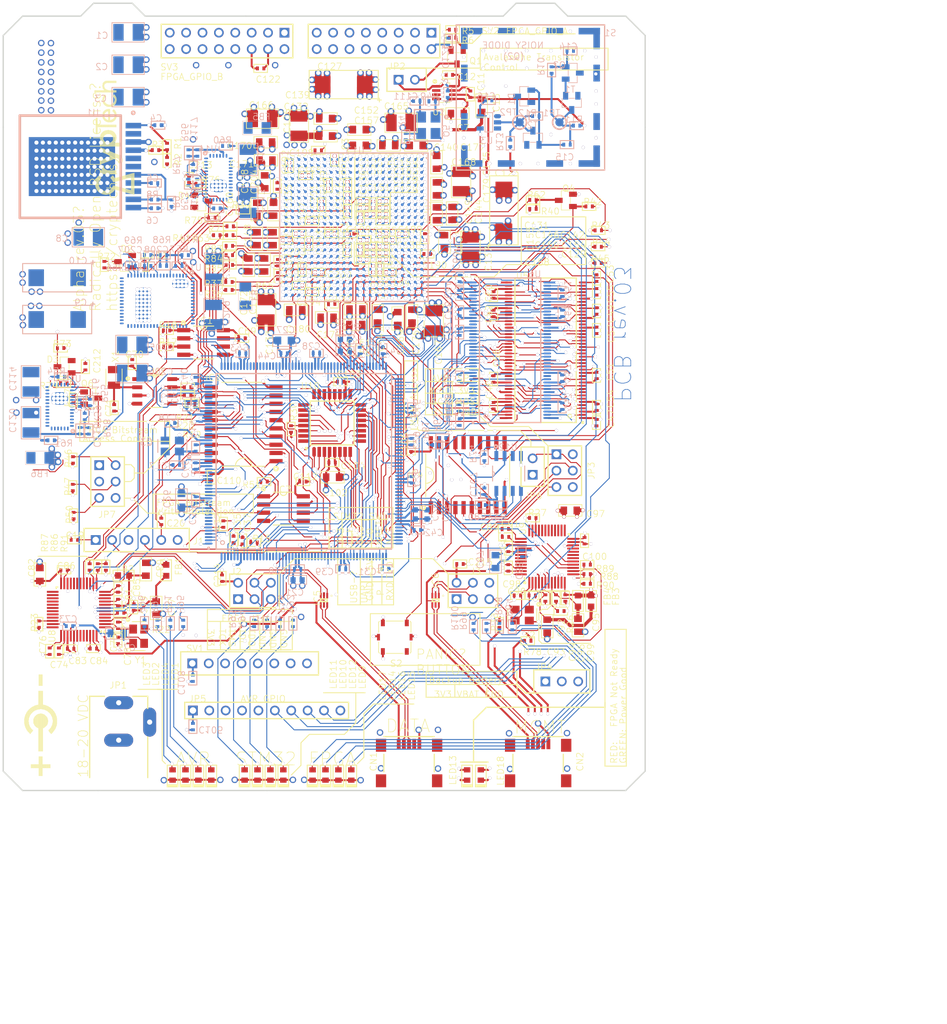
<source format=kicad_pcb>
(kicad_pcb (version 4) (host pcbnew 4.0.2+dfsg1-stable)

  (general
    (links 1412)
    (no_connects 729)
    (area -32.294113 -104.25 148.466654 54.64848)
    (thickness 1.6)
    (drawings 7054)
    (tracks 9335)
    (zones 0)
    (modules 385)
    (nets 303)
  )

  (page A4)
  (layers
    (0 F.Cu signal)
    (1 In1.Cu signal)
    (2 In2.Cu signal)
    (3 In3.Cu signal)
    (4 In4.Cu signal)
    (5 In5.Cu signal)
    (6 In6.Cu signal)
    (31 B.Cu signal)
    (32 B.Adhes user)
    (33 F.Adhes user)
    (34 B.Paste user)
    (35 F.Paste user)
    (36 B.SilkS user)
    (37 F.SilkS user)
    (38 B.Mask user)
    (39 F.Mask user)
    (40 Dwgs.User user)
    (41 Cmts.User user)
    (42 Eco1.User user)
    (43 Eco2.User user)
    (44 Edge.Cuts user)
    (45 Margin user)
    (46 B.CrtYd user)
    (47 F.CrtYd user)
    (48 B.Fab user)
    (49 F.Fab user)
  )

  (setup
    (last_trace_width 0.254)
    (trace_clearance 0.15)
    (zone_clearance 0.0144)
    (zone_45_only no)
    (trace_min 0.254)
    (segment_width 0.2)
    (edge_width 0.1)
    (via_size 0.889)
    (via_drill 0.635)
    (via_min_size 0.889)
    (via_min_drill 0.508)
    (uvia_size 0.508)
    (uvia_drill 0.127)
    (uvias_allowed no)
    (uvia_min_size 0.508)
    (uvia_min_drill 0.127)
    (pcb_text_width 0.3)
    (pcb_text_size 1.5 1.5)
    (mod_edge_width 0.15)
    (mod_text_size 1 1)
    (mod_text_width 0.15)
    (pad_size 1.5 1.5)
    (pad_drill 0.6)
    (pad_to_mask_clearance 0)
    (aux_axis_origin 0 0)
    (visible_elements 7FFFF77F)
    (pcbplotparams
      (layerselection 0x00030_80000001)
      (usegerberextensions false)
      (excludeedgelayer true)
      (linewidth 0.100000)
      (plotframeref false)
      (viasonmask false)
      (mode 1)
      (useauxorigin false)
      (hpglpennumber 1)
      (hpglpenspeed 20)
      (hpglpendiameter 15)
      (hpglpenoverlay 2)
      (psnegative false)
      (psa4output false)
      (plotreference true)
      (plotvalue true)
      (plotinvisibletext false)
      (padsonsilk false)
      (subtractmaskfromsilk false)
      (outputformat 1)
      (mirror false)
      (drillshape 0)
      (scaleselection 1)
      (outputdirectory GerberOutput/))
  )

  (net 0 "")
  (net 1 DM_P)
  (net 2 DM_N)
  (net 3 3V3_BATT)
  (net 4 15V_LDO_ENABLE)
  (net 5 15V_STABLE)
  (net 6 GND)
  (net 7 NetC15_2)
  (net 8 AMPLIFIED)
  (net 9 ARM_FPGA_CFG_CS_N)
  (net 10 ARM_FPGA_CFG_MISO)
  (net 11 ARM_FPGA_CFG_MOSI)
  (net 12 ARM_FPGA_CFG_SCLK)
  (net 13 ARM_LED1)
  (net 14 ARM_LED2)
  (net 15 ARM_LED3)
  (net 16 ARM_LED4)
  (net 17 AVR_GPIO_0)
  (net 18 AVR_GPIO_1)
  (net 19 AVR_GPIO_2)
  (net 20 AVR_GPIO_3)
  (net 21 AVR_GPIO_4)
  (net 22 AVR_GPIO_5)
  (net 23 AVR_GPIO_6)
  (net 24 AVR_GPIO_7)
  (net 25 AVR_GPIO_ARM_0)
  (net 26 AVR_GPIO_ARM_1)
  (net 27 AVR_GPIO_ARM_2)
  (net 28 AVR_GPIO_ARM_3)
  (net 29 AVR_GPIO_FPGA_0)
  (net 30 AVR_GPIO_FPGA_1)
  (net 31 AVR_GPIO_FPGA_2)
  (net 32 AVR_GPIO_FPGA_3)
  (net 33 AVR_LED1)
  (net 34 AVR_LED2)
  (net 35 AVR_LED3)
  (net 36 AVR_LED4)
  (net 37 AVR_PANIC)
  (net 38 AVR_RESET)
  (net 39 BOOT0)
  (net 40 D1_N)
  (net 41 D1_P)
  (net 42 DIGITIZED_NOISE)
  (net 43 FMC_A0)
  (net 44 FMC_A1)
  (net 45 FMC_A2)
  (net 46 FMC_A3)
  (net 47 FMC_A4)
  (net 48 FMC_A5)
  (net 49 FMC_A6)
  (net 50 FMC_A7)
  (net 51 FMC_A8)
  (net 52 FMC_A9)
  (net 53 FMC_A10)
  (net 54 FMC_A11)
  (net 55 FMC_A12)
  (net 56 FMC_A13)
  (net 57 FMC_A14)
  (net 58 FMC_A15)
  (net 59 FMC_A16)
  (net 60 FMC_A17)
  (net 61 FMC_A18)
  (net 62 FMC_A19)
  (net 63 FMC_A20)
  (net 64 FMC_A21)
  (net 65 FMC_A22)
  (net 66 FMC_A23)
  (net 67 FMC_A24)
  (net 68 FMC_A25)
  (net 69 FMC_CLK)
  (net 70 FMC_D0)
  (net 71 FMC_D1)
  (net 72 FMC_D2)
  (net 73 FMC_D3)
  (net 74 FMC_D4)
  (net 75 FMC_D5)
  (net 76 FMC_D6)
  (net 77 FMC_D7)
  (net 78 FMC_D8)
  (net 79 FMC_D9)
  (net 80 FMC_D10)
  (net 81 FMC_D11)
  (net 82 FMC_D12)
  (net 83 FMC_D13)
  (net 84 FMC_D14)
  (net 85 FMC_D15)
  (net 86 FMC_D16)
  (net 87 FMC_D17)
  (net 88 FMC_D18)
  (net 89 FMC_D19)
  (net 90 FMC_D20)
  (net 91 FMC_D21)
  (net 92 FMC_D22)
  (net 93 FMC_D23)
  (net 94 FMC_D24)
  (net 95 FMC_D25)
  (net 96 FMC_D26)
  (net 97 FMC_D27)
  (net 98 FMC_D28)
  (net 99 FMC_D29)
  (net 100 FMC_D30)
  (net 101 FMC_D31)
  (net 102 FMC_NBL0)
  (net 103 FMC_NBL1)
  (net 104 FMC_NBL2)
  (net 105 FMC_NBL3)
  (net 106 FMC_NE1)
  (net 107 FMC_NL)
  (net 108 FMC_NOE)
  (net 109 FMC_NWAIT)
  (net 110 FMC_NWE)
  (net 111 FMC_SDCKE0)
  (net 112 FMC_SDCKE1)
  (net 113 FMC_SDCLK)
  (net 114 FMC_SDNCAS)
  (net 115 FMC_SDNE0)
  (net 116 FMC_SDNE1)
  (net 117 FMC_SDNRAS)
  (net 118 FMC_SDNWE)
  (net 119 FPGA_CFG_CS_N1)
  (net 120 FPGA_CFG_CS_N)
  (net 121 FPGA_CFG_CTRL_ARM_ENA)
  (net 122 FPGA_CFG_CTRL_FPGA_DIS)
  (net 123 FPGA_CFG_MISO1)
  (net 124 FPGA_CFG_MISO)
  (net 125 FPGA_CFG_MOSI1)
  (net 126 FPGA_CFG_MOSI)
  (net 127 FPGA_CFG_SCLK1)
  (net 128 FPGA_CFG_SCLK)
  (net 129 FPGA_DONE_INT)
  (net 130 FPGA_DONE)
  (net 131 FPGA_ENTROPY_DISABLE)
  (net 132 FPGA_GCLK)
  (net 133 FPGA_GPIO_A_0)
  (net 134 FPGA_GPIO_A_1)
  (net 135 FPGA_GPIO_A_2)
  (net 136 FPGA_GPIO_A_3)
  (net 137 FPGA_GPIO_A_4)
  (net 138 FPGA_GPIO_A_5)
  (net 139 FPGA_GPIO_A_6)
  (net 140 FPGA_GPIO_A_7)
  (net 141 FPGA_GPIO_B_0)
  (net 142 FPGA_GPIO_B_1)
  (net 143 FPGA_GPIO_B_2)
  (net 144 FPGA_GPIO_B_3)
  (net 145 FPGA_GPIO_B_4)
  (net 146 FPGA_GPIO_B_5)
  (net 147 FPGA_GPIO_B_6)
  (net 148 FPGA_GPIO_B_7)
  (net 149 FPGA_GPIO_LED_0)
  (net 150 FPGA_GPIO_LED_1)
  (net 151 FPGA_GPIO_LED_2)
  (net 152 FPGA_GPIO_LED_3)
  (net 153 FPGA_INIT_B_INT1)
  (net 154 FPGA_INIT_B_INT)
  (net 155 FPGA_INIT_B)
  (net 156 FPGA_IRQ_N_0)
  (net 157 FPGA_IRQ_N_1)
  (net 158 FPGA_IRQ_N_2)
  (net 159 FPGA_IRQ_N_3)
  (net 160 FPGA_JTAG_TCK)
  (net 161 FPGA_JTAG_TDI)
  (net 162 FPGA_JTAG_TDO)
  (net 163 FPGA_JTAG_TMS)
  (net 164 FPGA_M0)
  (net 165 FPGA_M1)
  (net 166 FPGA_M2)
  (net 167 FPGA_PROGRAM_B1)
  (net 168 FPGA_PROGRAM_B)
  (net 169 FPGA_PROM_CS_N)
  (net 170 FPGA_PROM_MISO)
  (net 171 FPGA_PROM_MOSI)
  (net 172 FPGA_PROM_SCLK)
  (net 173 FPGA_PROM_W_N)
  (net 174 FPGA_VCCAUX_1V8)
  (net 175 FPGA_VCCINT_1V0)
  (net 176 FT_CTS)
  (net 177 FT_DTR)
  (net 178 FT_MGMT_CTS)
  (net 179 FT_MGMT_DTR)
  (net 180 FT_MGMT_RTS)
  (net 181 FT_MGMT_RXD1)
  (net 182 FT_MGMT_RXD)
  (net 183 FT_MGMT_TXD1)
  (net 184 FT_MGMT_TXD)
  (net 185 FT_MGMT_VCC3V3)
  (net 186 FT_MGMT_VPHY)
  (net 187 FT_MGMT_VPLL)
  (net 188 FT_MGMT_VREGIN)
  (net 189 FT_REF1)
  (net 190 FT_REF)
  (net 191 FT_RESET1)
  (net 192 FT_RESET)
  (net 193 FT_RTS)
  (net 194 FT_RXD1)
  (net 195 FT_RXD)
  (net 196 FT_TXD1)
  (net 197 FT_TXD)
  (net 198 FT_VCC3V3)
  (net 199 FT_VCCA1)
  (net 200 FT_VCCA)
  (net 201 FT_VCCORE1)
  (net 202 FT_VCCORE)
  (net 203 FT_VPHY)
  (net 204 FT_VPLL)
  (net 205 FT_VREGIN)
  (net 206 KSM_PROM_CS_N)
  (net 207 KSM_PROM_MISO)
  (net 208 KSM_PROM_MOSI)
  (net 209 KSM_PROM_SCLK)
  (net 210 MKM_AVR_CS_N)
  (net 211 MKM_AVR_MISO)
  (net 212 MKM_AVR_MOSI)
  (net 213 MKM_AVR_SCK)
  (net 214 MKM_CONTROL_AVR_ENA)
  (net 215 MKM_CONTROL_FPGA_DIS)
  (net 216 MKM_CS_N)
  (net 217 MKM_FPGA_CS_N)
  (net 218 MKM_FPGA_MISO)
  (net 219 MKM_FPGA_MOSI)
  (net 220 MKM_FPGA_SCK)
  (net 221 MKM_MISO)
  (net 222 MKM_MOSI)
  (net 223 MKM_SCK)
  (net 224 NetC5_1)
  (net 225 NetC11_1)
  (net 226 NetC12_2)
  (net 227 NetC17_2)
  (net 228 NetC70_2)
  (net 229 NetC71_2)
  (net 230 NetC75_2)
  (net 231 NetC78_2)
  (net 232 NetC90_2)
  (net 233 NetC93_2)
  (net 234 NetC115_1)
  (net 235 NetC116_1)
  (net 236 NetC117_1)
  (net 237 NetC117_2)
  (net 238 NetC118_1)
  (net 239 NetC118_2)
  (net 240 NetC207_1)
  (net 241 NetC208_1)
  (net 242 NetC208_2)
  (net 243 NetIC1_3)
  (net 244 NetJP2_2)
  (net 245 NetLED1_1)
  (net 246 NetLED2_1)
  (net 247 NetLED3_1)
  (net 248 NetLED4_1)
  (net 249 NetLED9_1)
  (net 250 NetLED10_1)
  (net 251 NetLED11_1)
  (net 252 NetLED12_1)
  (net 253 NetLED13_1)
  (net 254 NetLED14_1)
  (net 255 NetLED15_1)
  (net 256 NetLED16_1)
  (net 257 NetLED17_1)
  (net 258 NetLED18_1)
  (net 259 NetLED18_2)
  (net 260 NetQ1_1)
  (net 261 NetQ5_1)
  (net 262 NetQ5_3)
  (net 263 NetR1_1)
  (net 264 NetR3_2)
  (net 265 NetR8_1)
  (net 266 NetR32_2)
  (net 267 NetR33_2)
  (net 268 NetR52_1)
  (net 269 NetR53_2)
  (net 270 NetR54_1)
  (net 271 NetR55_2)
  (net 272 NetR65_1)
  (net 273 NetR66_1)
  (net 274 NetR67_1)
  (net 275 NOISE_IN)
  (net 276 NOISE_OUT)
  (net 277 NRST)
  (net 278 OSC_IN)
  (net 279 OSC_OUT)
  (net 280 POK_VCCAUX)
  (net 281 POK_VCCINT)
  (net 282 POK_VCCO)
  (net 283 PWR_18V)
  (net 284 PWR_ENA_VCCAUX)
  (net 285 PWR_ENA_VCCINT)
  (net 286 PWR_ENA_VCCO)
  (net 287 RAW_NOISE)
  (net 288 RTC_MFP)
  (net 289 RTC_SCL)
  (net 290 RTC_SDA)
  (net 291 SPI_A_TRISTATE)
  (net 292 SPI_B_TRISTATE)
  (net 293 SWDCLK)
  (net 294 SWDIO)
  (net 295 USB_MGMT_N)
  (net 296 USB_MGMT_P)
  (net 297 USB_N)
  (net 298 USB_P)
  (net 299 VCAP1)
  (net 300 VCAP2)
  (net 301 VCC_5V0)
  (net 302 VCCO_3V3)

  (net_class Default "This is the default net class."
    (clearance 0.15)
    (trace_width 0.254)
    (via_dia 0.889)
    (via_drill 0.635)
    (uvia_dia 0.508)
    (uvia_drill 0.127)
    (add_net 15V_LDO_ENABLE)
    (add_net 15V_STABLE)
    (add_net 3V3_BATT)
    (add_net AMPLIFIED)
    (add_net ARM_FPGA_CFG_CS_N)
    (add_net ARM_FPGA_CFG_MISO)
    (add_net ARM_FPGA_CFG_MOSI)
    (add_net ARM_FPGA_CFG_SCLK)
    (add_net ARM_LED1)
    (add_net ARM_LED2)
    (add_net ARM_LED3)
    (add_net ARM_LED4)
    (add_net AVR_GPIO_0)
    (add_net AVR_GPIO_1)
    (add_net AVR_GPIO_2)
    (add_net AVR_GPIO_3)
    (add_net AVR_GPIO_4)
    (add_net AVR_GPIO_5)
    (add_net AVR_GPIO_6)
    (add_net AVR_GPIO_7)
    (add_net AVR_GPIO_ARM_0)
    (add_net AVR_GPIO_ARM_1)
    (add_net AVR_GPIO_ARM_2)
    (add_net AVR_GPIO_ARM_3)
    (add_net AVR_GPIO_FPGA_0)
    (add_net AVR_GPIO_FPGA_1)
    (add_net AVR_GPIO_FPGA_2)
    (add_net AVR_GPIO_FPGA_3)
    (add_net AVR_LED1)
    (add_net AVR_LED2)
    (add_net AVR_LED3)
    (add_net AVR_LED4)
    (add_net AVR_PANIC)
    (add_net AVR_RESET)
    (add_net BOOT0)
    (add_net DIGITIZED_NOISE)
    (add_net FPGA_CFG_CS_N)
    (add_net FPGA_CFG_CS_N1)
    (add_net FPGA_CFG_CTRL_ARM_ENA)
    (add_net FPGA_CFG_CTRL_FPGA_DIS)
    (add_net FPGA_CFG_MISO)
    (add_net FPGA_CFG_MISO1)
    (add_net FPGA_CFG_MOSI)
    (add_net FPGA_CFG_MOSI1)
    (add_net FPGA_CFG_SCLK)
    (add_net FPGA_CFG_SCLK1)
    (add_net FPGA_DONE)
    (add_net FPGA_DONE_INT)
    (add_net FPGA_ENTROPY_DISABLE)
    (add_net FPGA_GCLK)
    (add_net FPGA_GPIO_LED_0)
    (add_net FPGA_GPIO_LED_1)
    (add_net FPGA_GPIO_LED_2)
    (add_net FPGA_GPIO_LED_3)
    (add_net FPGA_INIT_B)
    (add_net FPGA_INIT_B_INT)
    (add_net FPGA_INIT_B_INT1)
    (add_net FPGA_IRQ_N_0)
    (add_net FPGA_IRQ_N_1)
    (add_net FPGA_IRQ_N_2)
    (add_net FPGA_IRQ_N_3)
    (add_net FPGA_JTAG_TCK)
    (add_net FPGA_JTAG_TDI)
    (add_net FPGA_JTAG_TDO)
    (add_net FPGA_JTAG_TMS)
    (add_net FPGA_M0)
    (add_net FPGA_M1)
    (add_net FPGA_M2)
    (add_net FPGA_PROGRAM_B)
    (add_net FPGA_PROGRAM_B1)
    (add_net FPGA_PROM_CS_N)
    (add_net FPGA_PROM_MISO)
    (add_net FPGA_PROM_MOSI)
    (add_net FPGA_PROM_SCLK)
    (add_net FPGA_PROM_W_N)
    (add_net FPGA_VCCAUX_1V8)
    (add_net FPGA_VCCINT_1V0)
    (add_net FT_CTS)
    (add_net FT_DTR)
    (add_net FT_MGMT_CTS)
    (add_net FT_MGMT_DTR)
    (add_net FT_MGMT_RTS)
    (add_net FT_MGMT_RXD)
    (add_net FT_MGMT_RXD1)
    (add_net FT_MGMT_TXD)
    (add_net FT_MGMT_TXD1)
    (add_net FT_MGMT_VCC3V3)
    (add_net FT_MGMT_VPHY)
    (add_net FT_MGMT_VPLL)
    (add_net FT_MGMT_VREGIN)
    (add_net FT_REF)
    (add_net FT_REF1)
    (add_net FT_RESET)
    (add_net FT_RESET1)
    (add_net FT_RTS)
    (add_net FT_RXD)
    (add_net FT_RXD1)
    (add_net FT_TXD)
    (add_net FT_TXD1)
    (add_net FT_VCC3V3)
    (add_net FT_VCCA)
    (add_net FT_VCCA1)
    (add_net FT_VCCORE)
    (add_net FT_VCCORE1)
    (add_net FT_VPHY)
    (add_net FT_VPLL)
    (add_net FT_VREGIN)
    (add_net GND)
    (add_net KSM_PROM_CS_N)
    (add_net KSM_PROM_MISO)
    (add_net KSM_PROM_MOSI)
    (add_net KSM_PROM_SCLK)
    (add_net MKM_AVR_CS_N)
    (add_net MKM_AVR_MISO)
    (add_net MKM_AVR_MOSI)
    (add_net MKM_AVR_SCK)
    (add_net MKM_CONTROL_AVR_ENA)
    (add_net MKM_CONTROL_FPGA_DIS)
    (add_net MKM_CS_N)
    (add_net MKM_FPGA_CS_N)
    (add_net MKM_FPGA_MISO)
    (add_net MKM_FPGA_MOSI)
    (add_net MKM_FPGA_SCK)
    (add_net MKM_MISO)
    (add_net MKM_MOSI)
    (add_net MKM_SCK)
    (add_net NOISE_IN)
    (add_net NOISE_OUT)
    (add_net NRST)
    (add_net NetC115_1)
    (add_net NetC116_1)
    (add_net NetC117_1)
    (add_net NetC117_2)
    (add_net NetC118_1)
    (add_net NetC118_2)
    (add_net NetC11_1)
    (add_net NetC12_2)
    (add_net NetC15_2)
    (add_net NetC17_2)
    (add_net NetC207_1)
    (add_net NetC208_1)
    (add_net NetC208_2)
    (add_net NetC5_1)
    (add_net NetC70_2)
    (add_net NetC71_2)
    (add_net NetC75_2)
    (add_net NetC78_2)
    (add_net NetC90_2)
    (add_net NetC93_2)
    (add_net NetIC1_3)
    (add_net NetJP2_2)
    (add_net NetLED10_1)
    (add_net NetLED11_1)
    (add_net NetLED12_1)
    (add_net NetLED13_1)
    (add_net NetLED14_1)
    (add_net NetLED15_1)
    (add_net NetLED16_1)
    (add_net NetLED17_1)
    (add_net NetLED18_1)
    (add_net NetLED18_2)
    (add_net NetLED1_1)
    (add_net NetLED2_1)
    (add_net NetLED3_1)
    (add_net NetLED4_1)
    (add_net NetLED9_1)
    (add_net NetQ1_1)
    (add_net NetQ5_1)
    (add_net NetQ5_3)
    (add_net NetR1_1)
    (add_net NetR32_2)
    (add_net NetR33_2)
    (add_net NetR3_2)
    (add_net NetR52_1)
    (add_net NetR53_2)
    (add_net NetR54_1)
    (add_net NetR55_2)
    (add_net NetR65_1)
    (add_net NetR66_1)
    (add_net NetR67_1)
    (add_net NetR8_1)
    (add_net OSC_IN)
    (add_net OSC_OUT)
    (add_net POK_VCCAUX)
    (add_net POK_VCCINT)
    (add_net POK_VCCO)
    (add_net PWR_18V)
    (add_net PWR_ENA_VCCAUX)
    (add_net PWR_ENA_VCCINT)
    (add_net PWR_ENA_VCCO)
    (add_net RAW_NOISE)
    (add_net RTC_MFP)
    (add_net RTC_SCL)
    (add_net RTC_SDA)
    (add_net SPI_A_TRISTATE)
    (add_net SPI_B_TRISTATE)
    (add_net SWDCLK)
    (add_net SWDIO)
    (add_net VCAP1)
    (add_net VCAP2)
    (add_net VCCO_3V3)
    (add_net VCC_5V0)
  )

  (net_class FMC FMC
    (clearance 0.15)
    (trace_width 0.254)
    (via_dia 0.889)
    (via_drill 0.635)
    (uvia_dia 0.508)
    (uvia_drill 0.127)
    (add_net FMC_A0)
    (add_net FMC_A1)
    (add_net FMC_A10)
    (add_net FMC_A11)
    (add_net FMC_A12)
    (add_net FMC_A13)
    (add_net FMC_A14)
    (add_net FMC_A15)
    (add_net FMC_A16)
    (add_net FMC_A17)
    (add_net FMC_A18)
    (add_net FMC_A19)
    (add_net FMC_A2)
    (add_net FMC_A20)
    (add_net FMC_A21)
    (add_net FMC_A22)
    (add_net FMC_A23)
    (add_net FMC_A24)
    (add_net FMC_A25)
    (add_net FMC_A3)
    (add_net FMC_A4)
    (add_net FMC_A5)
    (add_net FMC_A6)
    (add_net FMC_A7)
    (add_net FMC_A8)
    (add_net FMC_A9)
    (add_net FMC_CLK)
    (add_net FMC_D0)
    (add_net FMC_D1)
    (add_net FMC_D10)
    (add_net FMC_D11)
    (add_net FMC_D12)
    (add_net FMC_D13)
    (add_net FMC_D14)
    (add_net FMC_D15)
    (add_net FMC_D16)
    (add_net FMC_D17)
    (add_net FMC_D18)
    (add_net FMC_D19)
    (add_net FMC_D2)
    (add_net FMC_D20)
    (add_net FMC_D21)
    (add_net FMC_D22)
    (add_net FMC_D23)
    (add_net FMC_D24)
    (add_net FMC_D25)
    (add_net FMC_D26)
    (add_net FMC_D27)
    (add_net FMC_D28)
    (add_net FMC_D29)
    (add_net FMC_D3)
    (add_net FMC_D30)
    (add_net FMC_D31)
    (add_net FMC_D4)
    (add_net FMC_D5)
    (add_net FMC_D6)
    (add_net FMC_D7)
    (add_net FMC_D8)
    (add_net FMC_D9)
    (add_net FMC_NBL0)
    (add_net FMC_NBL1)
    (add_net FMC_NBL2)
    (add_net FMC_NBL3)
    (add_net FMC_NE1)
    (add_net FMC_NL)
    (add_net FMC_NOE)
    (add_net FMC_NWAIT)
    (add_net FMC_NWE)
    (add_net FMC_SDCKE0)
    (add_net FMC_SDCKE1)
    (add_net FMC_SDCLK)
    (add_net FMC_SDNCAS)
    (add_net FMC_SDNE0)
    (add_net FMC_SDNE1)
    (add_net FMC_SDNRAS)
    (add_net FMC_SDNWE)
  )

  (net_class FPGA_GPIO FPGA_GPIO
    (clearance 0.15)
    (trace_width 0.254)
    (via_dia 0.889)
    (via_drill 0.635)
    (uvia_dia 0.508)
    (uvia_drill 0.127)
    (add_net FPGA_GPIO_A_0)
    (add_net FPGA_GPIO_A_1)
    (add_net FPGA_GPIO_A_2)
    (add_net FPGA_GPIO_A_3)
    (add_net FPGA_GPIO_A_4)
    (add_net FPGA_GPIO_A_5)
    (add_net FPGA_GPIO_A_6)
    (add_net FPGA_GPIO_A_7)
    (add_net FPGA_GPIO_B_0)
    (add_net FPGA_GPIO_B_1)
    (add_net FPGA_GPIO_B_2)
    (add_net FPGA_GPIO_B_3)
    (add_net FPGA_GPIO_B_4)
    (add_net FPGA_GPIO_B_5)
    (add_net FPGA_GPIO_B_6)
    (add_net FPGA_GPIO_B_7)
  )

  (net_class USB USB
    (clearance 0.15)
    (trace_width 0.254)
    (via_dia 0.889)
    (via_drill 0.635)
    (uvia_dia 0.508)
    (uvia_drill 0.127)
    (add_net D1_N)
    (add_net D1_P)
    (add_net DM_N)
    (add_net DM_P)
    (add_net USB_MGMT_N)
    (add_net USB_MGMT_P)
    (add_net USB_N)
    (add_net USB_P)
  )

  (module HDR1X10 (layer F.Cu) (tedit 4289BEAB) (tstamp 539EEDBF)
    (at 31.5 6.000001)
    (path /539EEC0F)
    (attr smd)
    (fp_text reference JP5 (at 0 0) (layer F.SilkS) hide
      (effects (font (thickness 0.05)))
    )
    (fp_text value "Connector; Header; 10 Position" (at 0 0) (layer F.SilkS) hide
      (effects (font (thickness 0.05)))
    )
    (pad 3 thru_hole circle (at 5.08 0) (size 1.5 1.5) (drill 1.000001) (layers F&B.Cu *.Paste *.Mask)
      (net 18 AVR_GPIO_1))
    (pad 10 thru_hole circle (at 22.86 0) (size 1.5 1.5) (drill 1.000001) (layers F&B.Cu *.Paste *.Mask)
      (net 6 GND))
    (pad 9 thru_hole circle (at 20.32 0) (size 1.5 1.5) (drill 1.000001) (layers F&B.Cu *.Paste *.Mask)
      (net 24 AVR_GPIO_7))
    (pad 8 thru_hole circle (at 17.78 0) (size 1.5 1.5) (drill 1.000001) (layers F&B.Cu *.Paste *.Mask)
      (net 23 AVR_GPIO_6))
    (pad 7 thru_hole circle (at 15.24 0) (size 1.5 1.5) (drill 1.000001) (layers F&B.Cu *.Paste *.Mask)
      (net 22 AVR_GPIO_5))
    (pad 6 thru_hole circle (at 12.7 0) (size 1.5 1.5) (drill 1.000001) (layers F&B.Cu *.Paste *.Mask)
      (net 21 AVR_GPIO_4))
    (pad 5 thru_hole circle (at 10.16 0) (size 1.5 1.5) (drill 1.000001) (layers F&B.Cu *.Paste *.Mask)
      (net 20 AVR_GPIO_3))
    (pad 4 thru_hole circle (at 7.62 0) (size 1.5 1.5) (drill 1.000001) (layers F&B.Cu *.Paste *.Mask)
      (net 19 AVR_GPIO_2))
    (pad 2 thru_hole circle (at 2.54 0) (size 1.5 1.5) (drill 1.000001) (layers F&B.Cu *.Paste *.Mask)
      (net 17 AVR_GPIO_0))
    (pad 1 thru_hole rect (at 0 0) (size 1.5 1.5) (drill 1.000001) (layers F&B.Cu *.Paste *.Mask)
      (net 302 VCCO_3V3))
  )

  (module PLS-2 (layer F.Cu) (tedit 4289BEAB) (tstamp 539EEDBF)
    (at 84.160746 -31.8)
    (path /539EEC0F)
    (attr smd)
    (fp_text reference JP6 (at 0 0) (layer F.SilkS) hide
      (effects (font (thickness 0.05)))
    )
    (fp_text value "" (at 0 0) (layer F.SilkS) hide
      (effects (font (thickness 0.05)))
    )
    (pad 1 thru_hole rect (at 0 1.27 90) (size 1.5 1.5) (drill 1.000001) (layers F&B.Cu *.Paste *.Mask)
      (net 6 GND))
    (pad 2 thru_hole circle (at 0 -1.27 90) (size 1.5 1.5) (drill 1.000001) (layers F&B.Cu *.Paste *.Mask)
      (net 211 MKM_AVR_MISO))
    (model /home/ft/work/cryptech/official/user/ft/alpha_to_kicad/rev03-Altium/wrlshp/3416A7AC-A52A.wrl
      (at (xyz 0 0 0))
      (scale (xyz 1 1 1))
      (rotate (xyz 0 0 180))
    )
  )

  (module C_1210 (layer B.Cu) (tedit 4289BEAB) (tstamp 539EEDBF)
    (at 21.463 -99.0854)
    (path /539EEC0F)
    (attr smd)
    (fp_text reference C1 (at 0 0) (layer F.SilkS) hide
      (effects (font (thickness 0.05)))
    )
    (fp_text value "" (at 0 0) (layer F.SilkS) hide
      (effects (font (thickness 0.05)))
    )
    (pad 2 smd rect (at 1.5 0) (size 1.599999 2.6) (layers B.Cu B.Paste B.Mask)
      (net 6 GND))
    (pad 1 smd rect (at -1.5 0) (size 1.599999 2.6) (layers B.Cu B.Paste B.Mask)
      (net 283 PWR_18V))
    (model /home/ft/work/cryptech/official/user/ft/alpha_to_kicad/rev03-Altium/wrlshp/F26EE9BE-B6B0.wrl
      (at (xyz 0 0 0))
      (scale (xyz 1 1 1))
      (rotate (xyz 0 0 360))
    )
  )

  (module C_1210 (layer B.Cu) (tedit 4289BEAB) (tstamp 539EEDBF)
    (at 21.463 -94.0689)
    (path /539EEC0F)
    (attr smd)
    (fp_text reference C2 (at 0 0) (layer F.SilkS) hide
      (effects (font (thickness 0.05)))
    )
    (fp_text value "" (at 0 0) (layer F.SilkS) hide
      (effects (font (thickness 0.05)))
    )
    (pad 1 smd rect (at -1.5 0) (size 1.599999 2.6) (layers B.Cu B.Paste B.Mask)
      (net 283 PWR_18V))
    (pad 2 smd rect (at 1.5 0) (size 1.599999 2.6) (layers B.Cu B.Paste B.Mask)
      (net 6 GND))
    (model /home/ft/work/cryptech/official/user/ft/alpha_to_kicad/rev03-Altium/wrlshp/F26EE9BE-B6B0.wrl
      (at (xyz 0 0 0))
      (scale (xyz 1 1 1))
      (rotate (xyz 0 0 360))
    )
  )

  (module C_1210 (layer B.Cu) (tedit 4289BEAB) (tstamp 539EEDBF)
    (at 21.463 -89.0524)
    (path /539EEC0F)
    (attr smd)
    (fp_text reference C3 (at 0 0) (layer F.SilkS) hide
      (effects (font (thickness 0.05)))
    )
    (fp_text value "" (at 0 0) (layer F.SilkS) hide
      (effects (font (thickness 0.05)))
    )
    (pad 2 smd rect (at 1.5 0) (size 1.599999 2.6) (layers B.Cu B.Paste B.Mask)
      (net 6 GND))
    (pad 1 smd rect (at -1.5 0) (size 1.599999 2.6) (layers B.Cu B.Paste B.Mask)
      (net 283 PWR_18V))
    (model /home/ft/work/cryptech/official/user/ft/alpha_to_kicad/rev03-Altium/wrlshp/F26EE9BE-B6B0.wrl
      (at (xyz 0 0 0))
      (scale (xyz 1 1 1))
      (rotate (xyz 0 0 360))
    )
  )

  (module C_0402 (layer B.Cu) (tedit 4289BEAB) (tstamp 539EEDBF)
    (at 26.100001 -84.700001)
    (path /539EEC0F)
    (attr smd)
    (fp_text reference C4 (at 0 0) (layer F.SilkS) hide
      (effects (font (thickness 0.05)))
    )
    (fp_text value "" (at 0 0) (layer F.SilkS) hide
      (effects (font (thickness 0.05)))
    )
    (pad 1 smd rect (at -0.5 0) (size 0.449999 0.599999) (layers B.Cu B.Paste B.Mask)
      (net 283 PWR_18V))
    (pad 2 smd rect (at 0.5 0) (size 0.449999 0.599999) (layers B.Cu B.Paste B.Mask)
      (net 6 GND))
    (model /home/ft/work/cryptech/official/user/ft/alpha_to_kicad/rev03-Altium/wrlshp/ECAF1ED8-FCC0.wrl
      (at (xyz 0 0 0))
      (scale (xyz 1 1 1))
      (rotate (xyz 0 0 360))
    )
  )

  (module C_0402 (layer B.Cu) (tedit 4289BEAB) (tstamp 539EEDBF)
    (at 25.55 -75.725)
    (path /539EEC0F)
    (attr smd)
    (fp_text reference C5 (at 0 0) (layer F.SilkS) hide
      (effects (font (thickness 0.05)))
    )
    (fp_text value "" (at 0 0) (layer F.SilkS) hide
      (effects (font (thickness 0.05)))
    )
    (pad 2 smd rect (at 0.5 0) (size 0.449999 0.599999) (layers B.Cu B.Paste B.Mask)
      (net 6 GND))
    (pad 1 smd rect (at -0.5 0) (size 0.449999 0.599999) (layers B.Cu B.Paste B.Mask)
      (net 224 NetC5_1))
    (model /home/ft/work/cryptech/official/user/ft/alpha_to_kicad/rev03-Altium/wrlshp/ECAF1ED8-FCC0.wrl
      (at (xyz 0 0 0))
      (scale (xyz 1 1 1))
      (rotate (xyz 0 0 360))
    )
  )

  (module C_0402 (layer B.Cu) (tedit 4289BEAB) (tstamp 539EEDBF)
    (at 25.5778 -71.8312)
    (path /539EEC0F)
    (attr smd)
    (fp_text reference C6 (at 0 0) (layer F.SilkS) hide
      (effects (font (thickness 0.05)))
    )
    (fp_text value "" (at 0 0) (layer F.SilkS) hide
      (effects (font (thickness 0.05)))
    )
    (pad 1 smd rect (at -0.5 0) (size 0.449999 0.599999) (layers B.Cu B.Paste B.Mask)
      (net 301 VCC_5V0))
    (pad 2 smd rect (at 0.5 0) (size 0.449999 0.599999) (layers B.Cu B.Paste B.Mask)
      (net 6 GND))
    (model /home/ft/work/cryptech/official/user/ft/alpha_to_kicad/rev03-Altium/wrlshp/ECAF1ED8-FCC0.wrl
      (at (xyz 0 0 0))
      (scale (xyz 1 1 1))
      (rotate (xyz 0 0 360))
    )
  )

  (module C_0805 (layer F.Cu) (tedit 4289BEAB) (tstamp 539EEDBF)
    (at 72.5 -86.5)
    (path /539EEC0F)
    (attr smd)
    (fp_text reference C7 (at 0 0) (layer F.SilkS) hide
      (effects (font (thickness 0.05)))
    )
    (fp_text value "" (at 0 0) (layer F.SilkS) hide
      (effects (font (thickness 0.05)))
    )
    (pad 2 smd rect (at -1 0 180) (size 1.000001 1.2) (layers F.Cu F.Paste F.Mask)
      (net 6 GND))
    (pad 1 smd rect (at 1 0 180) (size 1.000001 1.2) (layers F.Cu F.Paste F.Mask)
      (net 283 PWR_18V))
    (model /home/ft/work/cryptech/official/user/ft/alpha_to_kicad/rev03-Altium/wrlshp/68E8DA21-73BF.wrl
      (at (xyz 0 0 0))
      (scale (xyz 1 1 1))
      (rotate (xyz 0 0 0))
    )
  )

  (module C_1210 (layer B.Cu) (tedit 4289BEAB) (tstamp 539EEDBF)
    (at 15.2908 -67.3354)
    (path /539EEC0F)
    (attr smd)
    (fp_text reference C8 (at 0 0) (layer F.SilkS) hide
      (effects (font (thickness 0.05)))
    )
    (fp_text value "" (at 0 0) (layer F.SilkS) hide
      (effects (font (thickness 0.05)))
    )
    (pad 1 smd rect (at 1.5 0 180) (size 1.599999 2.6) (layers B.Cu B.Paste B.Mask)
      (net 301 VCC_5V0))
    (pad 2 smd rect (at -1.5 0 180) (size 1.599999 2.6) (layers B.Cu B.Paste B.Mask)
      (net 6 GND))
    (model /home/ft/work/cryptech/official/user/ft/alpha_to_kicad/rev03-Altium/wrlshp/F26EE9BE-B6B0.wrl
      (at (xyz 0 0 0))
      (scale (xyz 1 1 1))
      (rotate (xyz 0 0 0))
    )
  )

  (module C_D (layer B.Cu) (tedit 4289BEAB) (tstamp 539EEDBF)
    (at 10.4648 -54.5846)
    (path /539EEC0F)
    (attr smd)
    (fp_text reference C9 (at 0 0) (layer F.SilkS) hide
      (effects (font (thickness 0.05)))
    )
    (fp_text value "" (at 0 0) (layer F.SilkS) hide
      (effects (font (thickness 0.05)))
    )
    (pad 1 smd rect (at 3.25 0 180) (size 2.4 2.6) (layers B.Cu B.Paste B.Mask)
      (net 301 VCC_5V0))
    (pad 2 smd rect (at -3.25 0 180) (size 2.4 2.6) (layers B.Cu B.Paste B.Mask)
      (net 6 GND))
    (model /home/ft/work/cryptech/official/user/ft/alpha_to_kicad/rev03-Altium/wrlshp/5917D381-109F.wrl
      (at (xyz 0 0 0))
      (scale (xyz 1 1 1))
      (rotate (xyz 0 0 0))
    )
  )

  (module C_D (layer B.Cu) (tedit 4289BEAB) (tstamp 539EEDBF)
    (at 10.4648 -61.0616)
    (path /539EEC0F)
    (attr smd)
    (fp_text reference C10 (at 0 0) (layer F.SilkS) hide
      (effects (font (thickness 0.05)))
    )
    (fp_text value "" (at 0 0) (layer F.SilkS) hide
      (effects (font (thickness 0.05)))
    )
    (pad 2 smd rect (at -3.25 0 180) (size 2.4 2.6) (layers B.Cu B.Paste B.Mask)
      (net 6 GND))
    (pad 1 smd rect (at 3.25 0 180) (size 2.4 2.6) (layers B.Cu B.Paste B.Mask)
      (net 301 VCC_5V0))
    (model /home/ft/work/cryptech/official/user/ft/alpha_to_kicad/rev03-Altium/wrlshp/5917D381-109F.wrl
      (at (xyz 0 0 0))
      (scale (xyz 1 1 1))
      (rotate (xyz 0 0 0))
    )
  )

  (module C_0402 (layer F.Cu) (tedit 4289BEAB) (tstamp 539EEDBF)
    (at 74.500001 -89.499999)
    (path /539EEC0F)
    (attr smd)
    (fp_text reference C11 (at 0 0) (layer F.SilkS) hide
      (effects (font (thickness 0.05)))
    )
    (fp_text value "" (at 0 0) (layer F.SilkS) hide
      (effects (font (thickness 0.05)))
    )
    (pad 2 smd rect (at 0 0.5 270) (size 0.449999 0.599999) (layers F.Cu F.Paste F.Mask)
      (net 5 15V_STABLE))
    (pad 1 smd rect (at 0 -0.5 270) (size 0.449999 0.599999) (layers F.Cu F.Paste F.Mask)
      (net 225 NetC11_1))
    (model /home/ft/work/cryptech/official/user/ft/alpha_to_kicad/rev03-Altium/wrlshp/ECAF1ED8-FCC0.wrl
      (at (xyz 0 0 0))
      (scale (xyz 1 1 1))
      (rotate (xyz 0 0 180))
    )
  )

  (module C_0402 (layer F.Cu) (tedit 4289BEAB) (tstamp 539EEDBF)
    (at 71.25 -92.5)
    (path /539EEC0F)
    (attr smd)
    (fp_text reference C12 (at 0 0) (layer F.SilkS) hide
      (effects (font (thickness 0.05)))
    )
    (fp_text value "" (at 0 0) (layer F.SilkS) hide
      (effects (font (thickness 0.05)))
    )
    (pad 1 smd rect (at -0.5 0) (size 0.449999 0.599999) (layers F.Cu F.Paste F.Mask)
      (net 6 GND))
    (pad 2 smd rect (at 0.5 0) (size 0.449999 0.599999) (layers F.Cu F.Paste F.Mask)
      (net 226 NetC12_2))
    (model /home/ft/work/cryptech/official/user/ft/alpha_to_kicad/rev03-Altium/wrlshp/ECAF1ED8-FCC0.wrl
      (at (xyz 0 0 0))
      (scale (xyz 1 1 1))
      (rotate (xyz 0 0 360))
    )
  )

  (module C_0805 (layer F.Cu) (tedit 4289BEAB) (tstamp 539EEDBF)
    (at 76.25 -87.75)
    (path /539EEC0F)
    (attr smd)
    (fp_text reference C13 (at 0 0) (layer F.SilkS) hide
      (effects (font (thickness 0.05)))
    )
    (fp_text value "" (at 0 0) (layer F.SilkS) hide
      (effects (font (thickness 0.05)))
    )
    (pad 1 smd rect (at 0 -1 270) (size 1.000001 1.2) (layers F.Cu F.Paste F.Mask)
      (net 5 15V_STABLE))
    (pad 2 smd rect (at 0 1 270) (size 1.000001 1.2) (layers F.Cu F.Paste F.Mask)
      (net 6 GND))
    (model /home/ft/work/cryptech/official/user/ft/alpha_to_kicad/rev03-Altium/wrlshp/68E8DA21-73BF.wrl
      (at (xyz 0 0 0))
      (scale (xyz 1 1 1))
      (rotate (xyz 0 0 180))
    )
  )

  (module C_0402 (layer B.Cu) (tedit 4289BEAB) (tstamp 539EEDBF)
    (at 89.9922 -96.2152)
    (path /539EEC0F)
    (attr smd)
    (fp_text reference C14 (at 0 0) (layer F.SilkS) hide
      (effects (font (thickness 0.05)))
    )
    (fp_text value "" (at 0 0) (layer F.SilkS) hide
      (effects (font (thickness 0.05)))
    )
    (pad 2 smd rect (at -0.5 0 180) (size 0.449999 0.599999) (layers B.Cu B.Paste B.Mask)
      (net 275 NOISE_IN))
    (pad 1 smd rect (at 0.5 0 180) (size 0.449999 0.599999) (layers B.Cu B.Paste B.Mask)
      (net 6 GND))
    (model /home/ft/work/cryptech/official/user/ft/alpha_to_kicad/rev03-Altium/wrlshp/ECAF1ED8-FCC0.wrl
      (at (xyz 0 0 0))
      (scale (xyz 1 1 1))
      (rotate (xyz 0 0 0))
    )
  )

  (module C_0402 (layer B.Cu) (tedit 4289BEAB) (tstamp 539EEDBF)
    (at 89.4842 -81.6864)
    (path /539EEC0F)
    (attr smd)
    (fp_text reference C15 (at 0 0) (layer F.SilkS) hide
      (effects (font (thickness 0.05)))
    )
    (fp_text value "" (at 0 0) (layer F.SilkS) hide
      (effects (font (thickness 0.05)))
    )
    (pad 1 smd rect (at 0.5 0 180) (size 0.449999 0.599999) (layers B.Cu B.Paste B.Mask)
      (net 287 RAW_NOISE))
    (pad 2 smd rect (at -0.5 0 180) (size 0.449999 0.599999) (layers B.Cu B.Paste B.Mask)
      (net 7 NetC15_2))
    (model /home/ft/work/cryptech/official/user/ft/alpha_to_kicad/rev03-Altium/wrlshp/ECAF1ED8-FCC0.wrl
      (at (xyz 0 0 0))
      (scale (xyz 1 1 1))
      (rotate (xyz 0 0 0))
    )
  )

  (module C_0402 (layer B.Cu) (tedit 4289BEAB) (tstamp 539EEDBF)
    (at 77.343 -88.5444)
    (path /539EEC0F)
    (attr smd)
    (fp_text reference C16 (at 0 0) (layer F.SilkS) hide
      (effects (font (thickness 0.05)))
    )
    (fp_text value "" (at 0 0) (layer F.SilkS) hide
      (effects (font (thickness 0.05)))
    )
    (pad 2 smd rect (at -0.5 0 180) (size 0.449999 0.599999) (layers B.Cu B.Paste B.Mask)
      (net 302 VCCO_3V3))
    (pad 1 smd rect (at 0.5 0 180) (size 0.449999 0.599999) (layers B.Cu B.Paste B.Mask)
      (net 6 GND))
    (model /home/ft/work/cryptech/official/user/ft/alpha_to_kicad/rev03-Altium/wrlshp/ECAF1ED8-FCC0.wrl
      (at (xyz 0 0 0))
      (scale (xyz 1 1 1))
      (rotate (xyz 0 0 0))
    )
  )

  (module C_0402 (layer B.Cu) (tedit 4289BEAB) (tstamp 539EEDBF)
    (at 28.924999 -32.049999)
    (path /539EEC0F)
    (attr smd)
    (fp_text reference C17 (at 0 0) (layer F.SilkS) hide
      (effects (font (thickness 0.05)))
    )
    (fp_text value "" (at 0 0) (layer F.SilkS) hide
      (effects (font (thickness 0.05)))
    )
    (pad 1 smd rect (at -0.5 0) (size 0.449999 0.599999) (layers B.Cu B.Paste B.Mask)
      (net 6 GND))
    (pad 2 smd rect (at 0.5 0) (size 0.449999 0.599999) (layers B.Cu B.Paste B.Mask)
      (net 227 NetC17_2))
    (model /home/ft/work/cryptech/official/user/ft/alpha_to_kicad/rev03-Altium/wrlshp/ECAF1ED8-FCC0.wrl
      (at (xyz 0 0 0))
      (scale (xyz 1 1 1))
      (rotate (xyz 0 0 360))
    )
  )

  (module C_0402 (layer B.Cu) (tedit 4289BEAB) (tstamp 539EEDBF)
    (at 28.175001 -38.549999)
    (path /539EEC0F)
    (attr smd)
    (fp_text reference C18 (at 0 0) (layer F.SilkS) hide
      (effects (font (thickness 0.05)))
    )
    (fp_text value "" (at 0 0) (layer F.SilkS) hide
      (effects (font (thickness 0.05)))
    )
    (pad 2 smd rect (at -0.5 0 180) (size 0.449999 0.599999) (layers B.Cu B.Paste B.Mask)
      (net 279 OSC_OUT))
    (pad 1 smd rect (at 0.5 0 180) (size 0.449999 0.599999) (layers B.Cu B.Paste B.Mask)
      (net 6 GND))
    (model /home/ft/work/cryptech/official/user/ft/alpha_to_kicad/rev03-Altium/wrlshp/ECAF1ED8-FCC0.wrl
      (at (xyz 0 0 0))
      (scale (xyz 1 1 1))
      (rotate (xyz 0 0 0))
    )
  )

  (module C_0402 (layer F.Cu) (tedit 4289BEAB) (tstamp 539EEDBF)
    (at 13.125 -20.45)
    (path /539EEC0F)
    (attr smd)
    (fp_text reference C19 (at 0 0) (layer F.SilkS) hide
      (effects (font (thickness 0.05)))
    )
    (fp_text value "" (at 0 0) (layer F.SilkS) hide
      (effects (font (thickness 0.05)))
    )
    (pad 1 smd rect (at 0.5 0 180) (size 0.449999 0.599999) (layers F.Cu F.Paste F.Mask)
      (net 302 VCCO_3V3))
    (pad 2 smd rect (at -0.5 0 180) (size 0.449999 0.599999) (layers F.Cu F.Paste F.Mask)
      (net 6 GND))
    (model /home/ft/work/cryptech/official/user/ft/alpha_to_kicad/rev03-Altium/wrlshp/ECAF1ED8-FCC0.wrl
      (at (xyz 0 0 0))
      (scale (xyz 1 1 1))
      (rotate (xyz 0 0 0))
    )
  )

  (module C_0402 (layer F.Cu) (tedit 4289BEAB) (tstamp 539EEDBF)
    (at 26.6 -23.299999)
    (path /539EEC0F)
    (attr smd)
    (fp_text reference C20 (at 0 0) (layer F.SilkS) hide
      (effects (font (thickness 0.05)))
    )
    (fp_text value "" (at 0 0) (layer F.SilkS) hide
      (effects (font (thickness 0.05)))
    )
    (pad 2 smd rect (at 0 -0.5 90) (size 0.449999 0.599999) (layers F.Cu F.Paste F.Mask)
      (net 6 GND))
    (pad 1 smd rect (at 0 0.5 90) (size 0.449999 0.599999) (layers F.Cu F.Paste F.Mask)
      (net 277 NRST))
    (model /home/ft/work/cryptech/official/user/ft/alpha_to_kicad/rev03-Altium/wrlshp/ECAF1ED8-FCC0.wrl
      (at (xyz 0 0 0))
      (scale (xyz 1 1 1))
      (rotate (xyz 0 0 180))
    )
  )

  (module C_0603 (layer B.Cu) (tedit 4289BEAB) (tstamp 539EEDBF)
    (at 47.7266 -14.2494)
    (path /539EEC0F)
    (attr smd)
    (fp_text reference C21 (at 0 0) (layer F.SilkS) hide
      (effects (font (thickness 0.05)))
    )
    (fp_text value "" (at 0 0) (layer F.SilkS) hide
      (effects (font (thickness 0.05)))
    )
    (pad 2 smd rect (at 0.7 0) (size 0.800001 0.800001) (layers B.Cu B.Paste B.Mask)
      (net 6 GND))
    (pad 1 smd rect (at -0.7 0) (size 0.800001 0.800001) (layers B.Cu B.Paste B.Mask)
      (net 302 VCCO_3V3))
    (model /home/ft/work/cryptech/official/user/ft/alpha_to_kicad/rev03-Altium/wrlshp/175C1D2E-5B2D.wrl
      (at (xyz 0 0 0))
      (scale (xyz 1 1 1))
      (rotate (xyz 0 0 360))
    )
  )

  (module C_0603 (layer B.Cu) (tedit 4289BEAB) (tstamp 539EEDBF)
    (at 55.0672 -51.5112)
    (path /539EEC0F)
    (attr smd)
    (fp_text reference C22 (at 0 0) (layer F.SilkS) hide
      (effects (font (thickness 0.05)))
    )
    (fp_text value "" (at 0 0) (layer F.SilkS) hide
      (effects (font (thickness 0.05)))
    )
    (pad 1 smd rect (at 0.7 0 180) (size 0.800001 0.800001) (layers B.Cu B.Paste B.Mask)
      (net 6 GND))
    (pad 2 smd rect (at -0.7 0 180) (size 0.800001 0.800001) (layers B.Cu B.Paste B.Mask)
      (net 299 VCAP1))
    (model /home/ft/work/cryptech/official/user/ft/alpha_to_kicad/rev03-Altium/wrlshp/175C1D2E-5B2D.wrl
      (at (xyz 0 0 0))
      (scale (xyz 1 1 1))
      (rotate (xyz 0 0 0))
    )
  )

  (module C_0603 (layer B.Cu) (tedit 4289BEAB) (tstamp 539EEDBF)
    (at 55.0672 -49.6824)
    (path /539EEC0F)
    (attr smd)
    (fp_text reference C23 (at 0 0) (layer F.SilkS) hide
      (effects (font (thickness 0.05)))
    )
    (fp_text value "" (at 0 0) (layer F.SilkS) hide
      (effects (font (thickness 0.05)))
    )
    (pad 2 smd rect (at -0.7 0 180) (size 0.800001 0.800001) (layers B.Cu B.Paste B.Mask)
      (net 299 VCAP1))
    (pad 1 smd rect (at 0.7 0 180) (size 0.800001 0.800001) (layers B.Cu B.Paste B.Mask)
      (net 6 GND))
    (model /home/ft/work/cryptech/official/user/ft/alpha_to_kicad/rev03-Altium/wrlshp/175C1D2E-5B2D.wrl
      (at (xyz 0 0 0))
      (scale (xyz 1 1 1))
      (rotate (xyz 0 0 0))
    )
  )

  (module C_0603 (layer B.Cu) (tedit 4289BEAB) (tstamp 539EEDBF)
    (at 65.9638 -24.384)
    (path /539EEC0F)
    (attr smd)
    (fp_text reference C24 (at 0 0) (layer F.SilkS) hide
      (effects (font (thickness 0.05)))
    )
    (fp_text value "" (at 0 0) (layer F.SilkS) hide
      (effects (font (thickness 0.05)))
    )
    (pad 1 smd rect (at 0 0.7 90) (size 0.800001 0.800001) (layers B.Cu B.Paste B.Mask)
      (net 6 GND))
    (pad 2 smd rect (at 0 -0.7 90) (size 0.800001 0.800001) (layers B.Cu B.Paste B.Mask)
      (net 300 VCAP2))
    (model /home/ft/work/cryptech/official/user/ft/alpha_to_kicad/rev03-Altium/wrlshp/175C1D2E-5B2D.wrl
      (at (xyz 0 0 0))
      (scale (xyz 1 1 1))
      (rotate (xyz 0 0 180))
    )
  )

  (module C_0603 (layer B.Cu) (tedit 4289BEAB) (tstamp 539EEDBF)
    (at 67.7926 -24.384)
    (path /539EEC0F)
    (attr smd)
    (fp_text reference C25 (at 0 0) (layer F.SilkS) hide
      (effects (font (thickness 0.05)))
    )
    (fp_text value "" (at 0 0) (layer F.SilkS) hide
      (effects (font (thickness 0.05)))
    )
    (pad 2 smd rect (at 0 -0.7 90) (size 0.800001 0.800001) (layers B.Cu B.Paste B.Mask)
      (net 300 VCAP2))
    (pad 1 smd rect (at 0 0.7 90) (size 0.800001 0.800001) (layers B.Cu B.Paste B.Mask)
      (net 6 GND))
    (model /home/ft/work/cryptech/official/user/ft/alpha_to_kicad/rev03-Altium/wrlshp/175C1D2E-5B2D.wrl
      (at (xyz 0 0 0))
      (scale (xyz 1 1 1))
      (rotate (xyz 0 0 180))
    )
  )

  (module C_0805 (layer B.Cu) (tedit 4289BEAB) (tstamp 539EEDBF)
    (at 29.718 -26.5684)
    (path /539EEC0F)
    (attr smd)
    (fp_text reference C26 (at 0 0) (layer F.SilkS) hide
      (effects (font (thickness 0.05)))
    )
    (fp_text value "" (at 0 0) (layer F.SilkS) hide
      (effects (font (thickness 0.05)))
    )
    (pad 2 smd rect (at 0 1 270) (size 1.000001 1.2) (layers B.Cu B.Paste B.Mask)
      (net 6 GND))
    (pad 1 smd rect (at 0 -1 270) (size 1.000001 1.2) (layers B.Cu B.Paste B.Mask)
      (net 302 VCCO_3V3))
    (model /home/ft/work/cryptech/official/user/ft/alpha_to_kicad/rev03-Altium/wrlshp/68E8DA21-73BF.wrl
      (at (xyz 0 0 0))
      (scale (xyz 1 1 1))
      (rotate (xyz 0 0 180))
    )
  )

  (module C_0805 (layer B.Cu) (tedit 4289BEAB) (tstamp 539EEDBF)
    (at 45.6946 -51.3334)
    (path /539EEC0F)
    (attr smd)
    (fp_text reference C27 (at 0 0) (layer F.SilkS) hide
      (effects (font (thickness 0.05)))
    )
    (fp_text value "" (at 0 0) (layer F.SilkS) hide
      (effects (font (thickness 0.05)))
    )
    (pad 1 smd rect (at 1 0 180) (size 1.000001 1.2) (layers B.Cu B.Paste B.Mask)
      (net 302 VCCO_3V3))
    (pad 2 smd rect (at -1 0 180) (size 1.000001 1.2) (layers B.Cu B.Paste B.Mask)
      (net 6 GND))
    (model /home/ft/work/cryptech/official/user/ft/alpha_to_kicad/rev03-Altium/wrlshp/68E8DA21-73BF.wrl
      (at (xyz 0 0 0))
      (scale (xyz 1 1 1))
      (rotate (xyz 0 0 0))
    )
  )

  (module C_0402 (layer B.Cu) (tedit 4289BEAB) (tstamp 539EEDBF)
    (at 50.6476 -49.3522)
    (path /539EEC0F)
    (attr smd)
    (fp_text reference C28 (at 0 0) (layer F.SilkS) hide
      (effects (font (thickness 0.05)))
    )
    (fp_text value "" (at 0 0) (layer F.SilkS) hide
      (effects (font (thickness 0.05)))
    )
    (pad 1 smd rect (at 0.5 0 180) (size 0.449999 0.599999) (layers B.Cu B.Paste B.Mask)
      (net 302 VCCO_3V3))
    (pad 2 smd rect (at -0.5 0 180) (size 0.449999 0.599999) (layers B.Cu B.Paste B.Mask)
      (net 6 GND))
    (model /home/ft/work/cryptech/official/user/ft/alpha_to_kicad/rev03-Altium/wrlshp/ECAF1ED8-FCC0.wrl
      (at (xyz 0 0 0))
      (scale (xyz 1 1 1))
      (rotate (xyz 0 0 0))
    )
  )

  (module C_0402 (layer B.Cu) (tedit 4289BEAB) (tstamp 539EEDBF)
    (at 65.4304 -35.6616)
    (path /539EEC0F)
    (attr smd)
    (fp_text reference C29 (at 0 0) (layer F.SilkS) hide
      (effects (font (thickness 0.05)))
    )
    (fp_text value "" (at 0 0) (layer F.SilkS) hide
      (effects (font (thickness 0.05)))
    )
    (pad 2 smd rect (at 0 0.5 270) (size 0.449999 0.599999) (layers B.Cu B.Paste B.Mask)
      (net 6 GND))
    (pad 1 smd rect (at 0 -0.5 270) (size 0.449999 0.599999) (layers B.Cu B.Paste B.Mask)
      (net 302 VCCO_3V3))
    (model /home/ft/work/cryptech/official/user/ft/alpha_to_kicad/rev03-Altium/wrlshp/ECAF1ED8-FCC0.wrl
      (at (xyz 0 0 0))
      (scale (xyz 1 1 1))
      (rotate (xyz 0 0 180))
    )
  )

  (module C_0402 (layer B.Cu) (tedit 4289BEAB) (tstamp 539EEDBF)
    (at 57.3532 -49.784)
    (path /539EEC0F)
    (attr smd)
    (fp_text reference C30 (at 0 0) (layer F.SilkS) hide
      (effects (font (thickness 0.05)))
    )
    (fp_text value "" (at 0 0) (layer F.SilkS) hide
      (effects (font (thickness 0.05)))
    )
    (pad 1 smd rect (at 0 0.5 90) (size 0.449999 0.599999) (layers B.Cu B.Paste B.Mask)
      (net 302 VCCO_3V3))
    (pad 2 smd rect (at 0 -0.5 90) (size 0.449999 0.599999) (layers B.Cu B.Paste B.Mask)
      (net 6 GND))
    (model /home/ft/work/cryptech/official/user/ft/alpha_to_kicad/rev03-Altium/wrlshp/ECAF1ED8-FCC0.wrl
      (at (xyz 0 0 0))
      (scale (xyz 1 1 1))
      (rotate (xyz 0 0 180))
    )
  )

  (module C_0402 (layer B.Cu) (tedit 4289BEAB) (tstamp 539EEDBF)
    (at 61.341 -15.9512)
    (path /539EEC0F)
    (attr smd)
    (fp_text reference C31 (at 0 0) (layer F.SilkS) hide
      (effects (font (thickness 0.05)))
    )
    (fp_text value "" (at 0 0) (layer F.SilkS) hide
      (effects (font (thickness 0.05)))
    )
    (pad 2 smd rect (at 0.5 0) (size 0.449999 0.599999) (layers B.Cu B.Paste B.Mask)
      (net 6 GND))
    (pad 1 smd rect (at -0.5 0) (size 0.449999 0.599999) (layers B.Cu B.Paste B.Mask)
      (net 302 VCCO_3V3))
    (model /home/ft/work/cryptech/official/user/ft/alpha_to_kicad/rev03-Altium/wrlshp/ECAF1ED8-FCC0.wrl
      (at (xyz 0 0 0))
      (scale (xyz 1 1 1))
      (rotate (xyz 0 0 360))
    )
  )

  (module C_0402 (layer B.Cu) (tedit 4289BEAB) (tstamp 539EEDBF)
    (at 31.9278 -26.6192)
    (path /539EEC0F)
    (attr smd)
    (fp_text reference C32 (at 0 0) (layer F.SilkS) hide
      (effects (font (thickness 0.05)))
    )
    (fp_text value "" (at 0 0) (layer F.SilkS) hide
      (effects (font (thickness 0.05)))
    )
    (pad 1 smd rect (at 0 -0.5 270) (size 0.449999 0.599999) (layers B.Cu B.Paste B.Mask)
      (net 302 VCCO_3V3))
    (pad 2 smd rect (at 0 0.5 270) (size 0.449999 0.599999) (layers B.Cu B.Paste B.Mask)
      (net 6 GND))
    (model /home/ft/work/cryptech/official/user/ft/alpha_to_kicad/rev03-Altium/wrlshp/ECAF1ED8-FCC0.wrl
      (at (xyz 0 0 0))
      (scale (xyz 1 1 1))
      (rotate (xyz 0 0 180))
    )
  )

  (module C_0402 (layer B.Cu) (tedit 4289BEAB) (tstamp 539EEDBF)
    (at 30.5308 -41.4782)
    (path /539EEC0F)
    (attr smd)
    (fp_text reference C33 (at 0 0) (layer F.SilkS) hide
      (effects (font (thickness 0.05)))
    )
    (fp_text value "" (at 0 0) (layer F.SilkS) hide
      (effects (font (thickness 0.05)))
    )
    (pad 2 smd rect (at 0 -0.5 90) (size 0.449999 0.599999) (layers B.Cu B.Paste B.Mask)
      (net 6 GND))
    (pad 1 smd rect (at 0 0.5 90) (size 0.449999 0.599999) (layers B.Cu B.Paste B.Mask)
      (net 302 VCCO_3V3))
    (model /home/ft/work/cryptech/official/user/ft/alpha_to_kicad/rev03-Altium/wrlshp/ECAF1ED8-FCC0.wrl
      (at (xyz 0 0 0))
      (scale (xyz 1 1 1))
      (rotate (xyz 0 0 180))
    )
  )

  (module C_0402 (layer B.Cu) (tedit 4289BEAB) (tstamp 539EEDBF)
    (at 60.9346 -49.784)
    (path /539EEC0F)
    (attr smd)
    (fp_text reference C34 (at 0 0) (layer F.SilkS) hide
      (effects (font (thickness 0.05)))
    )
    (fp_text value "" (at 0 0) (layer F.SilkS) hide
      (effects (font (thickness 0.05)))
    )
    (pad 1 smd rect (at 0 0.5 90) (size 0.449999 0.599999) (layers B.Cu B.Paste B.Mask)
      (net 302 VCCO_3V3))
    (pad 2 smd rect (at 0 -0.5 90) (size 0.449999 0.599999) (layers B.Cu B.Paste B.Mask)
      (net 6 GND))
    (model /home/ft/work/cryptech/official/user/ft/alpha_to_kicad/rev03-Altium/wrlshp/ECAF1ED8-FCC0.wrl
      (at (xyz 0 0 0))
      (scale (xyz 1 1 1))
      (rotate (xyz 0 0 180))
    )
  )

  (module C_0402 (layer F.Cu) (tedit 4289BEAB) (tstamp 539EEDBF)
    (at 37.800001 -20.5)
    (path /539EEC0F)
    (attr smd)
    (fp_text reference C35 (at 0 0) (layer F.SilkS) hide
      (effects (font (thickness 0.05)))
    )
    (fp_text value "" (at 0 0) (layer F.SilkS) hide
      (effects (font (thickness 0.05)))
    )
    (pad 2 smd rect (at 0 -0.5 90) (size 0.449999 0.599999) (layers F.Cu F.Paste F.Mask)
      (net 6 GND))
    (pad 1 smd rect (at 0 0.5 90) (size 0.449999 0.599999) (layers F.Cu F.Paste F.Mask)
      (net 302 VCCO_3V3))
    (model /home/ft/work/cryptech/official/user/ft/alpha_to_kicad/rev03-Altium/wrlshp/ECAF1ED8-FCC0.wrl
      (at (xyz 0 0 0))
      (scale (xyz 1 1 1))
      (rotate (xyz 0 0 180))
    )
  )

  (module C_0402 (layer B.Cu) (tedit 4289BEAB) (tstamp 539EEDBF)
    (at 65.4304 -29.7434)
    (path /539EEC0F)
    (attr smd)
    (fp_text reference C36 (at 0 0) (layer F.SilkS) hide
      (effects (font (thickness 0.05)))
    )
    (fp_text value "" (at 0 0) (layer F.SilkS) hide
      (effects (font (thickness 0.05)))
    )
    (pad 1 smd rect (at 0 0.5 90) (size 0.449999 0.599999) (layers B.Cu B.Paste B.Mask)
      (net 302 VCCO_3V3))
    (pad 2 smd rect (at 0 -0.5 90) (size 0.449999 0.599999) (layers B.Cu B.Paste B.Mask)
      (net 6 GND))
    (model /home/ft/work/cryptech/official/user/ft/alpha_to_kicad/rev03-Altium/wrlshp/ECAF1ED8-FCC0.wrl
      (at (xyz 0 0 0))
      (scale (xyz 1 1 1))
      (rotate (xyz 0 0 180))
    )
  )

  (module C_0402 (layer F.Cu) (tedit 4289BEAB) (tstamp 539EEDBF)
    (at 39.2 -20.3)
    (path /539EEC0F)
    (attr smd)
    (fp_text reference C37 (at 0 0) (layer F.SilkS) hide
      (effects (font (thickness 0.05)))
    )
    (fp_text value "" (at 0 0) (layer F.SilkS) hide
      (effects (font (thickness 0.05)))
    )
    (pad 2 smd rect (at 0 -0.5 90) (size 0.449999 0.599999) (layers F.Cu F.Paste F.Mask)
      (net 6 GND))
    (pad 1 smd rect (at 0 0.5 90) (size 0.449999 0.599999) (layers F.Cu F.Paste F.Mask)
      (net 302 VCCO_3V3))
    (model /home/ft/work/cryptech/official/user/ft/alpha_to_kicad/rev03-Altium/wrlshp/ECAF1ED8-FCC0.wrl
      (at (xyz 0 0 0))
      (scale (xyz 1 1 1))
      (rotate (xyz 0 0 180))
    )
  )

  (module C_0402 (layer B.Cu) (tedit 4289BEAB) (tstamp 539EEDBF)
    (at 47.7266 -15.9512)
    (path /539EEC0F)
    (attr smd)
    (fp_text reference C38 (at 0 0) (layer F.SilkS) hide
      (effects (font (thickness 0.05)))
    )
    (fp_text value "" (at 0 0) (layer F.SilkS) hide
      (effects (font (thickness 0.05)))
    )
    (pad 1 smd rect (at -0.5 0) (size 0.449999 0.599999) (layers B.Cu B.Paste B.Mask)
      (net 302 VCCO_3V3))
    (pad 2 smd rect (at 0.5 0) (size 0.449999 0.599999) (layers B.Cu B.Paste B.Mask)
      (net 6 GND))
    (model /home/ft/work/cryptech/official/user/ft/alpha_to_kicad/rev03-Altium/wrlshp/ECAF1ED8-FCC0.wrl
      (at (xyz 0 0 0))
      (scale (xyz 1 1 1))
      (rotate (xyz 0 0 360))
    )
  )

  (module C_0402 (layer B.Cu) (tedit 4289BEAB) (tstamp 539EEDBF)
    (at 54.6862 -15.9512)
    (path /539EEC0F)
    (attr smd)
    (fp_text reference C39 (at 0 0) (layer F.SilkS) hide
      (effects (font (thickness 0.05)))
    )
    (fp_text value "" (at 0 0) (layer F.SilkS) hide
      (effects (font (thickness 0.05)))
    )
    (pad 2 smd rect (at 0.5 0) (size 0.449999 0.599999) (layers B.Cu B.Paste B.Mask)
      (net 6 GND))
    (pad 1 smd rect (at -0.5 0) (size 0.449999 0.599999) (layers B.Cu B.Paste B.Mask)
      (net 302 VCCO_3V3))
    (model /home/ft/work/cryptech/official/user/ft/alpha_to_kicad/rev03-Altium/wrlshp/ECAF1ED8-FCC0.wrl
      (at (xyz 0 0 0))
      (scale (xyz 1 1 1))
      (rotate (xyz 0 0 360))
    )
  )

  (module C_0402 (layer B.Cu) (tedit 4289BEAB) (tstamp 539EEDBF)
    (at 31.9278 -45.1358)
    (path /539EEC0F)
    (attr smd)
    (fp_text reference C40 (at 0 0) (layer F.SilkS) hide
      (effects (font (thickness 0.05)))
    )
    (fp_text value "" (at 0 0) (layer F.SilkS) hide
      (effects (font (thickness 0.05)))
    )
    (pad 1 smd rect (at 0 -0.5 270) (size 0.449999 0.599999) (layers B.Cu B.Paste B.Mask)
      (net 302 VCCO_3V3))
    (pad 2 smd rect (at 0 0.5 270) (size 0.449999 0.599999) (layers B.Cu B.Paste B.Mask)
      (net 6 GND))
    (model /home/ft/work/cryptech/official/user/ft/alpha_to_kicad/rev03-Altium/wrlshp/ECAF1ED8-FCC0.wrl
      (at (xyz 0 0 0))
      (scale (xyz 1 1 1))
      (rotate (xyz 0 0 180))
    )
  )

  (module C_0402 (layer B.Cu) (tedit 4289BEAB) (tstamp 539EEDBF)
    (at 31.9278 -41.4782)
    (path /539EEC0F)
    (attr smd)
    (fp_text reference C41 (at 0 0) (layer F.SilkS) hide
      (effects (font (thickness 0.05)))
    )
    (fp_text value "" (at 0 0) (layer F.SilkS) hide
      (effects (font (thickness 0.05)))
    )
    (pad 2 smd rect (at 0 -0.5 90) (size 0.449999 0.599999) (layers B.Cu B.Paste B.Mask)
      (net 6 GND))
    (pad 1 smd rect (at 0 0.5 90) (size 0.449999 0.599999) (layers B.Cu B.Paste B.Mask)
      (net 302 VCCO_3V3))
    (model /home/ft/work/cryptech/official/user/ft/alpha_to_kicad/rev03-Altium/wrlshp/ECAF1ED8-FCC0.wrl
      (at (xyz 0 0 0))
      (scale (xyz 1 1 1))
      (rotate (xyz 0 0 180))
    )
  )

  (module C_0402 (layer B.Cu) (tedit 4289BEAB) (tstamp 539EEDBF)
    (at 66.294 -21.971)
    (path /539EEC0F)
    (attr smd)
    (fp_text reference C42 (at 0 0) (layer F.SilkS) hide
      (effects (font (thickness 0.05)))
    )
    (fp_text value "" (at 0 0) (layer F.SilkS) hide
      (effects (font (thickness 0.05)))
    )
    (pad 1 smd rect (at -0.5 0) (size 0.449999 0.599999) (layers B.Cu B.Paste B.Mask)
      (net 302 VCCO_3V3))
    (pad 2 smd rect (at 0.5 0) (size 0.449999 0.599999) (layers B.Cu B.Paste B.Mask)
      (net 6 GND))
    (model /home/ft/work/cryptech/official/user/ft/alpha_to_kicad/rev03-Altium/wrlshp/ECAF1ED8-FCC0.wrl
      (at (xyz 0 0 0))
      (scale (xyz 1 1 1))
      (rotate (xyz 0 0 360))
    )
  )

  (module C_0402 (layer B.Cu) (tedit 4289BEAB) (tstamp 539EEDBF)
    (at 39.2176 -49.3522)
    (path /539EEC0F)
    (attr smd)
    (fp_text reference C43 (at 0 0) (layer F.SilkS) hide
      (effects (font (thickness 0.05)))
    )
    (fp_text value "" (at 0 0) (layer F.SilkS) hide
      (effects (font (thickness 0.05)))
    )
    (pad 2 smd rect (at 0.5 0) (size 0.449999 0.599999) (layers B.Cu B.Paste B.Mask)
      (net 6 GND))
    (pad 1 smd rect (at -0.5 0) (size 0.449999 0.599999) (layers B.Cu B.Paste B.Mask)
      (net 302 VCCO_3V3))
    (model /home/ft/work/cryptech/official/user/ft/alpha_to_kicad/rev03-Altium/wrlshp/ECAF1ED8-FCC0.wrl
      (at (xyz 0 0 0))
      (scale (xyz 1 1 1))
      (rotate (xyz 0 0 360))
    )
  )

  (module C_0402 (layer B.Cu) (tedit 4289BEAB) (tstamp 539EEDBF)
    (at 45.6438 -49.3522)
    (path /539EEC0F)
    (attr smd)
    (fp_text reference C44 (at 0 0) (layer F.SilkS) hide
      (effects (font (thickness 0.05)))
    )
    (fp_text value "" (at 0 0) (layer F.SilkS) hide
      (effects (font (thickness 0.05)))
    )
    (pad 1 smd rect (at 0.5 0 180) (size 0.449999 0.599999) (layers B.Cu B.Paste B.Mask)
      (net 302 VCCO_3V3))
    (pad 2 smd rect (at -0.5 0 180) (size 0.449999 0.599999) (layers B.Cu B.Paste B.Mask)
      (net 6 GND))
    (model /home/ft/work/cryptech/official/user/ft/alpha_to_kicad/rev03-Altium/wrlshp/ECAF1ED8-FCC0.wrl
      (at (xyz 0 0 0))
      (scale (xyz 1 1 1))
      (rotate (xyz 0 0 0))
    )
  )

  (module C_0402 (layer B.Cu) (tedit 4289BEAB) (tstamp 539EEDBF)
    (at 65.4304 -40.6146)
    (path /539EEC0F)
    (attr smd)
    (fp_text reference C45 (at 0 0) (layer F.SilkS) hide
      (effects (font (thickness 0.05)))
    )
    (fp_text value "" (at 0 0) (layer F.SilkS) hide
      (effects (font (thickness 0.05)))
    )
    (pad 2 smd rect (at 0 -0.5 90) (size 0.449999 0.599999) (layers B.Cu B.Paste B.Mask)
      (net 6 GND))
    (pad 1 smd rect (at 0 0.5 90) (size 0.449999 0.599999) (layers B.Cu B.Paste B.Mask)
      (net 302 VCCO_3V3))
    (model /home/ft/work/cryptech/official/user/ft/alpha_to_kicad/rev03-Altium/wrlshp/ECAF1ED8-FCC0.wrl
      (at (xyz 0 0 0))
      (scale (xyz 1 1 1))
      (rotate (xyz 0 0 180))
    )
  )

  (module C_0402 (layer B.Cu) (tedit 4289BEAB) (tstamp 539EEDBF)
    (at 31.9278 -31.877)
    (path /539EEC0F)
    (attr smd)
    (fp_text reference C46 (at 0 0) (layer F.SilkS) hide
      (effects (font (thickness 0.05)))
    )
    (fp_text value "" (at 0 0) (layer F.SilkS) hide
      (effects (font (thickness 0.05)))
    )
    (pad 1 smd rect (at 0 -0.5 270) (size 0.449999 0.599999) (layers B.Cu B.Paste B.Mask)
      (net 302 VCCO_3V3))
    (pad 2 smd rect (at 0 0.5 270) (size 0.449999 0.599999) (layers B.Cu B.Paste B.Mask)
      (net 6 GND))
    (model /home/ft/work/cryptech/official/user/ft/alpha_to_kicad/rev03-Altium/wrlshp/ECAF1ED8-FCC0.wrl
      (at (xyz 0 0 0))
      (scale (xyz 1 1 1))
      (rotate (xyz 0 0 180))
    )
  )

  (module C_0402 (layer F.Cu) (tedit 4289BEAB) (tstamp 539EEDBF)
    (at 94.0562 -38.608)
    (path /539EEC0F)
    (attr smd)
    (fp_text reference C47 (at 0 0) (layer F.SilkS) hide
      (effects (font (thickness 0.05)))
    )
    (fp_text value "" (at 0 0) (layer F.SilkS) hide
      (effects (font (thickness 0.05)))
    )
    (pad 2 smd rect (at 0 0.5 270) (size 0.449999 0.599999) (layers F.Cu F.Paste F.Mask)
      (net 6 GND))
    (pad 1 smd rect (at 0 -0.5 270) (size 0.449999 0.599999) (layers F.Cu F.Paste F.Mask)
      (net 302 VCCO_3V3))
    (model /home/ft/work/cryptech/official/user/ft/alpha_to_kicad/rev03-Altium/wrlshp/ECAF1ED8-FCC0.wrl
      (at (xyz 0 0 0))
      (scale (xyz 1 1 1))
      (rotate (xyz 0 0 180))
    )
  )

  (module C_0402 (layer F.Cu) (tedit 4289BEAB) (tstamp 539EEDBF)
    (at 78.105 -41.2274)
    (path /539EEC0F)
    (attr smd)
    (fp_text reference C48 (at 0 0) (layer F.SilkS) hide
      (effects (font (thickness 0.05)))
    )
    (fp_text value "" (at 0 0) (layer F.SilkS) hide
      (effects (font (thickness 0.05)))
    )
    (pad 1 smd rect (at 0 -0.5 270) (size 0.449999 0.599999) (layers F.Cu F.Paste F.Mask)
      (net 302 VCCO_3V3))
    (pad 2 smd rect (at 0 0.5 270) (size 0.449999 0.599999) (layers F.Cu F.Paste F.Mask)
      (net 6 GND))
    (model /home/ft/work/cryptech/official/user/ft/alpha_to_kicad/rev03-Altium/wrlshp/ECAF1ED8-FCC0.wrl
      (at (xyz 0 0 0))
      (scale (xyz 1 1 1))
      (rotate (xyz 0 0 180))
    )
  )

  (module C_0402 (layer F.Cu) (tedit 4289BEAB) (tstamp 539EEDBF)
    (at 94.0562 -55.9054)
    (path /539EEC0F)
    (attr smd)
    (fp_text reference C49 (at 0 0) (layer F.SilkS) hide
      (effects (font (thickness 0.05)))
    )
    (fp_text value "" (at 0 0) (layer F.SilkS) hide
      (effects (font (thickness 0.05)))
    )
    (pad 2 smd rect (at 0 0.5 270) (size 0.449999 0.599999) (layers F.Cu F.Paste F.Mask)
      (net 6 GND))
    (pad 1 smd rect (at 0 -0.5 270) (size 0.449999 0.599999) (layers F.Cu F.Paste F.Mask)
      (net 302 VCCO_3V3))
    (model /home/ft/work/cryptech/official/user/ft/alpha_to_kicad/rev03-Altium/wrlshp/ECAF1ED8-FCC0.wrl
      (at (xyz 0 0 0))
      (scale (xyz 1 1 1))
      (rotate (xyz 0 0 180))
    )
  )

  (module C_0402 (layer F.Cu) (tedit 4289BEAB) (tstamp 539EEDBF)
    (at 78.105 -58.3946)
    (path /539EEC0F)
    (attr smd)
    (fp_text reference C50 (at 0 0) (layer F.SilkS) hide
      (effects (font (thickness 0.05)))
    )
    (fp_text value "" (at 0 0) (layer F.SilkS) hide
      (effects (font (thickness 0.05)))
    )
    (pad 1 smd rect (at 0 0.5 90) (size 0.449999 0.599999) (layers F.Cu F.Paste F.Mask)
      (net 302 VCCO_3V3))
    (pad 2 smd rect (at 0 -0.5 90) (size 0.449999 0.599999) (layers F.Cu F.Paste F.Mask)
      (net 6 GND))
    (model /home/ft/work/cryptech/official/user/ft/alpha_to_kicad/rev03-Altium/wrlshp/ECAF1ED8-FCC0.wrl
      (at (xyz 0 0 0))
      (scale (xyz 1 1 1))
      (rotate (xyz 0 0 180))
    )
  )

  (module C_0402 (layer F.Cu) (tedit 4289BEAB) (tstamp 539EEDBF)
    (at 94.0562 -45.9232)
    (path /539EEC0F)
    (attr smd)
    (fp_text reference C51 (at 0 0) (layer F.SilkS) hide
      (effects (font (thickness 0.05)))
    )
    (fp_text value "" (at 0 0) (layer F.SilkS) hide
      (effects (font (thickness 0.05)))
    )
    (pad 2 smd rect (at 0 0.5 270) (size 0.449999 0.599999) (layers F.Cu F.Paste F.Mask)
      (net 6 GND))
    (pad 1 smd rect (at 0 -0.5 270) (size 0.449999 0.599999) (layers F.Cu F.Paste F.Mask)
      (net 302 VCCO_3V3))
    (model /home/ft/work/cryptech/official/user/ft/alpha_to_kicad/rev03-Altium/wrlshp/ECAF1ED8-FCC0.wrl
      (at (xyz 0 0 0))
      (scale (xyz 1 1 1))
      (rotate (xyz 0 0 180))
    )
  )

  (module C_0402 (layer F.Cu) (tedit 4289BEAB) (tstamp 539EEDBF)
    (at 78.105 -55.5244)
    (path /539EEC0F)
    (attr smd)
    (fp_text reference C52 (at 0 0) (layer F.SilkS) hide
      (effects (font (thickness 0.05)))
    )
    (fp_text value "" (at 0 0) (layer F.SilkS) hide
      (effects (font (thickness 0.05)))
    )
    (pad 1 smd rect (at 0 0.5 90) (size 0.449999 0.599999) (layers F.Cu F.Paste F.Mask)
      (net 302 VCCO_3V3))
    (pad 2 smd rect (at 0 -0.5 90) (size 0.449999 0.599999) (layers F.Cu F.Paste F.Mask)
      (net 6 GND))
    (model /home/ft/work/cryptech/official/user/ft/alpha_to_kicad/rev03-Altium/wrlshp/ECAF1ED8-FCC0.wrl
      (at (xyz 0 0 0))
      (scale (xyz 1 1 1))
      (rotate (xyz 0 0 180))
    )
  )

  (module C_0402 (layer F.Cu) (tedit 4289BEAB) (tstamp 539EEDBF)
    (at 94.0562 -60.993398)
    (path /539EEC0F)
    (attr smd)
    (fp_text reference C53 (at 0 0) (layer F.SilkS) hide
      (effects (font (thickness 0.05)))
    )
    (fp_text value "" (at 0 0) (layer F.SilkS) hide
      (effects (font (thickness 0.05)))
    )
    (pad 2 smd rect (at 0 -0.5 90) (size 0.449999 0.599999) (layers F.Cu F.Paste F.Mask)
      (net 6 GND))
    (pad 1 smd rect (at 0 0.5 90) (size 0.449999 0.599999) (layers F.Cu F.Paste F.Mask)
      (net 302 VCCO_3V3))
    (model /home/ft/work/cryptech/official/user/ft/alpha_to_kicad/rev03-Altium/wrlshp/ECAF1ED8-FCC0.wrl
      (at (xyz 0 0 0))
      (scale (xyz 1 1 1))
      (rotate (xyz 0 0 180))
    )
  )

  (module C_0402 (layer F.Cu) (tedit 4289BEAB) (tstamp 539EEDBF)
    (at 94.0562 -40.9956)
    (path /539EEC0F)
    (attr smd)
    (fp_text reference C54 (at 0 0) (layer F.SilkS) hide
      (effects (font (thickness 0.05)))
    )
    (fp_text value "" (at 0 0) (layer F.SilkS) hide
      (effects (font (thickness 0.05)))
    )
    (pad 1 smd rect (at 0 0.5 90) (size 0.449999 0.599999) (layers F.Cu F.Paste F.Mask)
      (net 302 VCCO_3V3))
    (pad 2 smd rect (at 0 -0.5 90) (size 0.449999 0.599999) (layers F.Cu F.Paste F.Mask)
      (net 6 GND))
    (model /home/ft/work/cryptech/official/user/ft/alpha_to_kicad/rev03-Altium/wrlshp/ECAF1ED8-FCC0.wrl
      (at (xyz 0 0 0))
      (scale (xyz 1 1 1))
      (rotate (xyz 0 0 180))
    )
  )

  (module C_0402 (layer F.Cu) (tedit 4289BEAB) (tstamp 539EEDBF)
    (at 94.0562 -58.8772)
    (path /539EEC0F)
    (attr smd)
    (fp_text reference C55 (at 0 0) (layer F.SilkS) hide
      (effects (font (thickness 0.05)))
    )
    (fp_text value "" (at 0 0) (layer F.SilkS) hide
      (effects (font (thickness 0.05)))
    )
    (pad 2 smd rect (at 0 0.5 270) (size 0.449999 0.599999) (layers F.Cu F.Paste F.Mask)
      (net 6 GND))
    (pad 1 smd rect (at 0 -0.5 270) (size 0.449999 0.599999) (layers F.Cu F.Paste F.Mask)
      (net 302 VCCO_3V3))
    (model /home/ft/work/cryptech/official/user/ft/alpha_to_kicad/rev03-Altium/wrlshp/ECAF1ED8-FCC0.wrl
      (at (xyz 0 0 0))
      (scale (xyz 1 1 1))
      (rotate (xyz 0 0 180))
    )
  )

  (module C_0402 (layer F.Cu) (tedit 4289BEAB) (tstamp 539EEDBF)
    (at 78.105 -45.3644)
    (path /539EEC0F)
    (attr smd)
    (fp_text reference C56 (at 0 0) (layer F.SilkS) hide
      (effects (font (thickness 0.05)))
    )
    (fp_text value "" (at 0 0) (layer F.SilkS) hide
      (effects (font (thickness 0.05)))
    )
    (pad 1 smd rect (at 0 0.5 90) (size 0.449999 0.599999) (layers F.Cu F.Paste F.Mask)
      (net 302 VCCO_3V3))
    (pad 2 smd rect (at 0 -0.5 90) (size 0.449999 0.599999) (layers F.Cu F.Paste F.Mask)
      (net 6 GND))
    (model /home/ft/work/cryptech/official/user/ft/alpha_to_kicad/rev03-Altium/wrlshp/ECAF1ED8-FCC0.wrl
      (at (xyz 0 0 0))
      (scale (xyz 1 1 1))
      (rotate (xyz 0 0 180))
    )
  )

  (module C_0402 (layer F.Cu) (tedit 4289BEAB) (tstamp 539EEDBF)
    (at 94.0562 -52.9082)
    (path /539EEC0F)
    (attr smd)
    (fp_text reference C57 (at 0 0) (layer F.SilkS) hide
      (effects (font (thickness 0.05)))
    )
    (fp_text value "" (at 0 0) (layer F.SilkS) hide
      (effects (font (thickness 0.05)))
    )
    (pad 2 smd rect (at 0 0.5 270) (size 0.449999 0.599999) (layers F.Cu F.Paste F.Mask)
      (net 6 GND))
    (pad 1 smd rect (at 0 -0.5 270) (size 0.449999 0.599999) (layers F.Cu F.Paste F.Mask)
      (net 302 VCCO_3V3))
    (model /home/ft/work/cryptech/official/user/ft/alpha_to_kicad/rev03-Altium/wrlshp/ECAF1ED8-FCC0.wrl
      (at (xyz 0 0 0))
      (scale (xyz 1 1 1))
      (rotate (xyz 0 0 180))
    )
  )

  (module C_0402 (layer B.Cu) (tedit 4289BEAB) (tstamp 539EEDBF)
    (at 72.822199 -40.8924)
    (path /539EEC0F)
    (attr smd)
    (fp_text reference C58 (at 0 0) (layer F.SilkS) hide
      (effects (font (thickness 0.05)))
    )
    (fp_text value "" (at 0 0) (layer F.SilkS) hide
      (effects (font (thickness 0.05)))
    )
    (pad 1 smd rect (at 0 0.5 90) (size 0.449999 0.599999) (layers B.Cu B.Paste B.Mask)
      (net 302 VCCO_3V3))
    (pad 2 smd rect (at 0 -0.5 90) (size 0.449999 0.599999) (layers B.Cu B.Paste B.Mask)
      (net 6 GND))
    (model /home/ft/work/cryptech/official/user/ft/alpha_to_kicad/rev03-Altium/wrlshp/ECAF1ED8-FCC0.wrl
      (at (xyz 0 0 0))
      (scale (xyz 1 1 1))
      (rotate (xyz 0 0 180))
    )
  )

  (module C_0402 (layer B.Cu) (tedit 4289BEAB) (tstamp 539EEDBF)
    (at 72.8472 -38.6826)
    (path /539EEC0F)
    (attr smd)
    (fp_text reference C59 (at 0 0) (layer F.SilkS) hide
      (effects (font (thickness 0.05)))
    )
    (fp_text value "" (at 0 0) (layer F.SilkS) hide
      (effects (font (thickness 0.05)))
    )
    (pad 2 smd rect (at 0 0.5 270) (size 0.449999 0.599999) (layers B.Cu B.Paste B.Mask)
      (net 6 GND))
    (pad 1 smd rect (at 0 -0.5 270) (size 0.449999 0.599999) (layers B.Cu B.Paste B.Mask)
      (net 302 VCCO_3V3))
    (model /home/ft/work/cryptech/official/user/ft/alpha_to_kicad/rev03-Altium/wrlshp/ECAF1ED8-FCC0.wrl
      (at (xyz 0 0 0))
      (scale (xyz 1 1 1))
      (rotate (xyz 0 0 180))
    )
  )

  (module C_0402 (layer B.Cu) (tedit 4289BEAB) (tstamp 539EEDBF)
    (at 72.8472 -60.9568)
    (path /539EEC0F)
    (attr smd)
    (fp_text reference C60 (at 0 0) (layer F.SilkS) hide
      (effects (font (thickness 0.05)))
    )
    (fp_text value "" (at 0 0) (layer F.SilkS) hide
      (effects (font (thickness 0.05)))
    )
    (pad 1 smd rect (at 0 0.5 90) (size 0.449999 0.599999) (layers B.Cu B.Paste B.Mask)
      (net 302 VCCO_3V3))
    (pad 2 smd rect (at 0 -0.5 90) (size 0.449999 0.599999) (layers B.Cu B.Paste B.Mask)
      (net 6 GND))
    (model /home/ft/work/cryptech/official/user/ft/alpha_to_kicad/rev03-Altium/wrlshp/ECAF1ED8-FCC0.wrl
      (at (xyz 0 0 0))
      (scale (xyz 1 1 1))
      (rotate (xyz 0 0 180))
    )
  )

  (module C_0402 (layer B.Cu) (tedit 4289BEAB) (tstamp 539EEDBF)
    (at 88.7222 -58.665999)
    (path /539EEC0F)
    (attr smd)
    (fp_text reference C61 (at 0 0) (layer F.SilkS) hide
      (effects (font (thickness 0.05)))
    )
    (fp_text value "" (at 0 0) (layer F.SilkS) hide
      (effects (font (thickness 0.05)))
    )
    (pad 2 smd rect (at 0 -0.5 90) (size 0.449999 0.599999) (layers B.Cu B.Paste B.Mask)
      (net 6 GND))
    (pad 1 smd rect (at 0 0.5 90) (size 0.449999 0.599999) (layers B.Cu B.Paste B.Mask)
      (net 302 VCCO_3V3))
    (model /home/ft/work/cryptech/official/user/ft/alpha_to_kicad/rev03-Altium/wrlshp/ECAF1ED8-FCC0.wrl
      (at (xyz 0 0 0))
      (scale (xyz 1 1 1))
      (rotate (xyz 0 0 180))
    )
  )

  (module C_0402 (layer B.Cu) (tedit 4289BEAB) (tstamp 539EEDBF)
    (at 72.8472 -52.6288)
    (path /539EEC0F)
    (attr smd)
    (fp_text reference C62 (at 0 0) (layer F.SilkS) hide
      (effects (font (thickness 0.05)))
    )
    (fp_text value "" (at 0 0) (layer F.SilkS) hide
      (effects (font (thickness 0.05)))
    )
    (pad 1 smd rect (at 0 -0.5 270) (size 0.449999 0.599999) (layers B.Cu B.Paste B.Mask)
      (net 302 VCCO_3V3))
    (pad 2 smd rect (at 0 0.5 270) (size 0.449999 0.599999) (layers B.Cu B.Paste B.Mask)
      (net 6 GND))
    (model /home/ft/work/cryptech/official/user/ft/alpha_to_kicad/rev03-Altium/wrlshp/ECAF1ED8-FCC0.wrl
      (at (xyz 0 0 0))
      (scale (xyz 1 1 1))
      (rotate (xyz 0 0 180))
    )
  )

  (module C_0402 (layer B.Cu) (tedit 4289BEAB) (tstamp 539EEDBF)
    (at 88.7222 -41.148)
    (path /539EEC0F)
    (attr smd)
    (fp_text reference C63 (at 0 0) (layer F.SilkS) hide
      (effects (font (thickness 0.05)))
    )
    (fp_text value "" (at 0 0) (layer F.SilkS) hide
      (effects (font (thickness 0.05)))
    )
    (pad 2 smd rect (at 0 0.5 270) (size 0.449999 0.599999) (layers B.Cu B.Paste B.Mask)
      (net 6 GND))
    (pad 1 smd rect (at 0 -0.5 270) (size 0.449999 0.599999) (layers B.Cu B.Paste B.Mask)
      (net 302 VCCO_3V3))
    (model /home/ft/work/cryptech/official/user/ft/alpha_to_kicad/rev03-Altium/wrlshp/ECAF1ED8-FCC0.wrl
      (at (xyz 0 0 0))
      (scale (xyz 1 1 1))
      (rotate (xyz 0 0 180))
    )
  )

  (module C_0402 (layer B.Cu) (tedit 4289BEAB) (tstamp 539EEDBF)
    (at 72.8472 -58.5978)
    (path /539EEC0F)
    (attr smd)
    (fp_text reference C64 (at 0 0) (layer F.SilkS) hide
      (effects (font (thickness 0.05)))
    )
    (fp_text value "" (at 0 0) (layer F.SilkS) hide
      (effects (font (thickness 0.05)))
    )
    (pad 1 smd rect (at 0 -0.5 270) (size 0.449999 0.599999) (layers B.Cu B.Paste B.Mask)
      (net 302 VCCO_3V3))
    (pad 2 smd rect (at 0 0.5 270) (size 0.449999 0.599999) (layers B.Cu B.Paste B.Mask)
      (net 6 GND))
    (model /home/ft/work/cryptech/official/user/ft/alpha_to_kicad/rev03-Altium/wrlshp/ECAF1ED8-FCC0.wrl
      (at (xyz 0 0 0))
      (scale (xyz 1 1 1))
      (rotate (xyz 0 0 180))
    )
  )

  (module C_0402 (layer B.Cu) (tedit 4289BEAB) (tstamp 539EEDBF)
    (at 88.7222 -55.545799)
    (path /539EEC0F)
    (attr smd)
    (fp_text reference C65 (at 0 0) (layer F.SilkS) hide
      (effects (font (thickness 0.05)))
    )
    (fp_text value "" (at 0 0) (layer F.SilkS) hide
      (effects (font (thickness 0.05)))
    )
    (pad 2 smd rect (at 0 -0.5 90) (size 0.449999 0.599999) (layers B.Cu B.Paste B.Mask)
      (net 6 GND))
    (pad 1 smd rect (at 0 0.5 90) (size 0.449999 0.599999) (layers B.Cu B.Paste B.Mask)
      (net 302 VCCO_3V3))
    (model /home/ft/work/cryptech/official/user/ft/alpha_to_kicad/rev03-Altium/wrlshp/ECAF1ED8-FCC0.wrl
      (at (xyz 0 0 0))
      (scale (xyz 1 1 1))
      (rotate (xyz 0 0 180))
    )
  )

  (module C_0402 (layer B.Cu) (tedit 4289BEAB) (tstamp 539EEDBF)
    (at 72.8472 -45.5422)
    (path /539EEC0F)
    (attr smd)
    (fp_text reference C66 (at 0 0) (layer F.SilkS) hide
      (effects (font (thickness 0.05)))
    )
    (fp_text value "" (at 0 0) (layer F.SilkS) hide
      (effects (font (thickness 0.05)))
    )
    (pad 1 smd rect (at 0 -0.5 270) (size 0.449999 0.599999) (layers B.Cu B.Paste B.Mask)
      (net 302 VCCO_3V3))
    (pad 2 smd rect (at 0 0.5 270) (size 0.449999 0.599999) (layers B.Cu B.Paste B.Mask)
      (net 6 GND))
    (model /home/ft/work/cryptech/official/user/ft/alpha_to_kicad/rev03-Altium/wrlshp/ECAF1ED8-FCC0.wrl
      (at (xyz 0 0 0))
      (scale (xyz 1 1 1))
      (rotate (xyz 0 0 180))
    )
  )

  (module C_0402 (layer B.Cu) (tedit 4289BEAB) (tstamp 539EEDBF)
    (at 88.7222 -45.487399)
    (path /539EEC0F)
    (attr smd)
    (fp_text reference C67 (at 0 0) (layer F.SilkS) hide
      (effects (font (thickness 0.05)))
    )
    (fp_text value "" (at 0 0) (layer F.SilkS) hide
      (effects (font (thickness 0.05)))
    )
    (pad 2 smd rect (at 0 -0.5 90) (size 0.449999 0.599999) (layers B.Cu B.Paste B.Mask)
      (net 6 GND))
    (pad 1 smd rect (at 0 0.5 90) (size 0.449999 0.599999) (layers B.Cu B.Paste B.Mask)
      (net 302 VCCO_3V3))
    (model /home/ft/work/cryptech/official/user/ft/alpha_to_kicad/rev03-Altium/wrlshp/ECAF1ED8-FCC0.wrl
      (at (xyz 0 0 0))
      (scale (xyz 1 1 1))
      (rotate (xyz 0 0 180))
    )
  )

  (module C_0402 (layer B.Cu) (tedit 4289BEAB) (tstamp 539EEDBF)
    (at 72.8472 -55.6514)
    (path /539EEC0F)
    (attr smd)
    (fp_text reference C68 (at 0 0) (layer F.SilkS) hide
      (effects (font (thickness 0.05)))
    )
    (fp_text value "" (at 0 0) (layer F.SilkS) hide
      (effects (font (thickness 0.05)))
    )
    (pad 1 smd rect (at 0 -0.5 270) (size 0.449999 0.599999) (layers B.Cu B.Paste B.Mask)
      (net 302 VCCO_3V3))
    (pad 2 smd rect (at 0 0.5 270) (size 0.449999 0.599999) (layers B.Cu B.Paste B.Mask)
      (net 6 GND))
    (model /home/ft/work/cryptech/official/user/ft/alpha_to_kicad/rev03-Altium/wrlshp/ECAF1ED8-FCC0.wrl
      (at (xyz 0 0 0))
      (scale (xyz 1 1 1))
      (rotate (xyz 0 0 180))
    )
  )

  (module C_0402 (layer F.Cu) (tedit 4289BEAB) (tstamp 539EEDBF)
    (at 39.100001 -51.674997)
    (path /539EEC0F)
    (attr smd)
    (fp_text reference C69 (at 0 0) (layer F.SilkS) hide
      (effects (font (thickness 0.05)))
    )
    (fp_text value "" (at 0 0) (layer F.SilkS) hide
      (effects (font (thickness 0.05)))
    )
    (pad 2 smd rect (at 0.5 0) (size 0.449999 0.599999) (layers F.Cu F.Paste F.Mask)
      (net 6 GND))
    (pad 1 smd rect (at -0.5 0) (size 0.449999 0.599999) (layers F.Cu F.Paste F.Mask)
      (net 302 VCCO_3V3))
    (model /home/ft/work/cryptech/official/user/ft/alpha_to_kicad/rev03-Altium/wrlshp/ECAF1ED8-FCC0.wrl
      (at (xyz 0 0 0))
      (scale (xyz 1 1 1))
      (rotate (xyz 0 0 360))
    )
  )

  (module C_0402 (layer F.Cu) (tedit 4289BEAB) (tstamp 539EEDBF)
    (at 22.099999 -47.874999)
    (path /539EEC0F)
    (attr smd)
    (fp_text reference C70 (at 0 0) (layer F.SilkS) hide
      (effects (font (thickness 0.05)))
    )
    (fp_text value "" (at 0 0) (layer F.SilkS) hide
      (effects (font (thickness 0.05)))
    )
    (pad 1 smd rect (at 0 -0.5 270) (size 0.449999 0.599999) (layers F.Cu F.Paste F.Mask)
      (net 6 GND))
    (pad 2 smd rect (at 0 0.5 270) (size 0.449999 0.599999) (layers F.Cu F.Paste F.Mask)
      (net 228 NetC70_2))
    (model /home/ft/work/cryptech/official/user/ft/alpha_to_kicad/rev03-Altium/wrlshp/ECAF1ED8-FCC0.wrl
      (at (xyz 0 0 0))
      (scale (xyz 1 1 1))
      (rotate (xyz 0 0 180))
    )
  )

  (module C_0402 (layer F.Cu) (tedit 4289BEAB) (tstamp 539EEDBF)
    (at 19.299999 -40.899999)
    (path /539EEC0F)
    (attr smd)
    (fp_text reference C71 (at 0 0) (layer F.SilkS) hide
      (effects (font (thickness 0.05)))
    )
    (fp_text value "" (at 0 0) (layer F.SilkS) hide
      (effects (font (thickness 0.05)))
    )
    (pad 2 smd rect (at 0 -0.5 90) (size 0.449999 0.599999) (layers F.Cu F.Paste F.Mask)
      (net 229 NetC71_2))
    (pad 1 smd rect (at 0 0.5 90) (size 0.449999 0.599999) (layers F.Cu F.Paste F.Mask)
      (net 6 GND))
    (model /home/ft/work/cryptech/official/user/ft/alpha_to_kicad/rev03-Altium/wrlshp/ECAF1ED8-FCC0.wrl
      (at (xyz 0 0 0))
      (scale (xyz 1 1 1))
      (rotate (xyz 0 0 180))
    )
  )

  (module C_0805 (layer B.Cu) (tedit 4289BEAB) (tstamp 539EEDBF)
    (at 19.775863 -5.961428)
    (path /539EEC0F)
    (attr smd)
    (fp_text reference C72 (at 0 0) (layer F.SilkS) hide
      (effects (font (thickness 0.05)))
    )
    (fp_text value "" (at 0 0) (layer F.SilkS) hide
      (effects (font (thickness 0.05)))
    )
    (pad 2 smd rect (at 1 0) (size 1.000001 1.2) (layers B.Cu B.Paste B.Mask)
      (net 6 GND))
    (pad 1 smd rect (at -1 0) (size 1.000001 1.2) (layers B.Cu B.Paste B.Mask)
      (net 205 FT_VREGIN))
    (model /home/ft/work/cryptech/official/user/ft/alpha_to_kicad/rev03-Altium/wrlshp/68E8DA21-73BF.wrl
      (at (xyz 0 0 0))
      (scale (xyz 1 1 1))
      (rotate (xyz 0 0 0))
    )
  )

  (module C_0402 (layer B.Cu) (tedit 4289BEAB) (tstamp 539EEDBF)
    (at 12.37202 -7.066023)
    (path /539EEC0F)
    (attr smd)
    (fp_text reference C73 (at 0 0) (layer F.SilkS) hide
      (effects (font (thickness 0.05)))
    )
    (fp_text value "" (at 0 0) (layer F.SilkS) hide
      (effects (font (thickness 0.05)))
    )
    (pad 1 smd rect (at 0.5 0 180) (size 0.449999 0.599999) (layers B.Cu B.Paste B.Mask)
      (net 205 FT_VREGIN))
    (pad 2 smd rect (at -0.5 0 180) (size 0.449999 0.599999) (layers B.Cu B.Paste B.Mask)
      (net 6 GND))
    (model /home/ft/work/cryptech/official/user/ft/alpha_to_kicad/rev03-Altium/wrlshp/ECAF1ED8-FCC0.wrl
      (at (xyz 0 0 0))
      (scale (xyz 1 1 1))
      (rotate (xyz 0 0 0))
    )
  )

  (module C_0402 (layer F.Cu) (tedit 4289BEAB) (tstamp 539EEDBF)
    (at 10.719801 -3.184398)
    (path /539EEC0F)
    (attr smd)
    (fp_text reference C74 (at 0 0) (layer F.SilkS) hide
      (effects (font (thickness 0.05)))
    )
    (fp_text value "" (at 0 0) (layer F.SilkS) hide
      (effects (font (thickness 0.05)))
    )
    (pad 2 smd rect (at 0 0.5 270) (size 0.449999 0.599999) (layers F.Cu F.Paste F.Mask)
      (net 6 GND))
    (pad 1 smd rect (at 0 -0.5 270) (size 0.449999 0.599999) (layers F.Cu F.Paste F.Mask)
      (net 202 FT_VCCORE))
    (model /home/ft/work/cryptech/official/user/ft/alpha_to_kicad/rev03-Altium/wrlshp/ECAF1ED8-FCC0.wrl
      (at (xyz 0 0 0))
      (scale (xyz 1 1 1))
      (rotate (xyz 0 0 180))
    )
  )

  (module C_0402 (layer F.Cu) (tedit 4289BEAB) (tstamp 539EEDBF)
    (at 19.889201 -4.860798)
    (path /539EEC0F)
    (attr smd)
    (fp_text reference C75 (at 0 0) (layer F.SilkS) hide
      (effects (font (thickness 0.05)))
    )
    (fp_text value "" (at 0 0) (layer F.SilkS) hide
      (effects (font (thickness 0.05)))
    )
    (pad 1 smd rect (at 0 0.5 90) (size 0.449999 0.599999) (layers F.Cu F.Paste F.Mask)
      (net 6 GND))
    (pad 2 smd rect (at 0 -0.5 90) (size 0.449999 0.599999) (layers F.Cu F.Paste F.Mask)
      (net 230 NetC75_2))
    (model /home/ft/work/cryptech/official/user/ft/alpha_to_kicad/rev03-Altium/wrlshp/ECAF1ED8-FCC0.wrl
      (at (xyz 0 0 0))
      (scale (xyz 1 1 1))
      (rotate (xyz 0 0 180))
    )
  )

  (module C_0402 (layer F.Cu) (tedit 4289BEAB) (tstamp 539EEDBF)
    (at 9.297401 -3.184398)
    (path /539EEC0F)
    (attr smd)
    (fp_text reference C76 (at 0 0) (layer F.SilkS) hide
      (effects (font (thickness 0.05)))
    )
    (fp_text value "" (at 0 0) (layer F.SilkS) hide
      (effects (font (thickness 0.05)))
    )
    (pad 2 smd rect (at 0 0.5 270) (size 0.449999 0.599999) (layers F.Cu F.Paste F.Mask)
      (net 6 GND))
    (pad 1 smd rect (at 0 -0.5 270) (size 0.449999 0.599999) (layers F.Cu F.Paste F.Mask)
      (net 200 FT_VCCA))
    (model /home/ft/work/cryptech/official/user/ft/alpha_to_kicad/rev03-Altium/wrlshp/ECAF1ED8-FCC0.wrl
      (at (xyz 0 0 0))
      (scale (xyz 1 1 1))
      (rotate (xyz 0 0 180))
    )
  )

  (module C_0805 (layer F.Cu) (tedit 4289BEAB) (tstamp 539EEDBF)
    (at 25.807401 -9.889998)
    (path /539EEC0F)
    (attr smd)
    (fp_text reference C77 (at 0 0) (layer F.SilkS) hide
      (effects (font (thickness 0.05)))
    )
    (fp_text value "" (at 0 0) (layer F.SilkS) hide
      (effects (font (thickness 0.05)))
    )
    (pad 1 smd rect (at 0 -1 270) (size 1.000001 1.2) (layers F.Cu F.Paste F.Mask)
      (net 203 FT_VPHY))
    (pad 2 smd rect (at 0 1 270) (size 1.000001 1.2) (layers F.Cu F.Paste F.Mask)
      (net 6 GND))
    (model /home/ft/work/cryptech/official/user/ft/alpha_to_kicad/rev03-Altium/wrlshp/68E8DA21-73BF.wrl
      (at (xyz 0 0 0))
      (scale (xyz 1 1 1))
      (rotate (xyz 0 0 180))
    )
  )

  (module C_0402 (layer F.Cu) (tedit 4289BEAB) (tstamp 539EEDBF)
    (at 19.889201 -7.197598)
    (path /539EEC0F)
    (attr smd)
    (fp_text reference C78 (at 0 0) (layer F.SilkS) hide
      (effects (font (thickness 0.05)))
    )
    (fp_text value "" (at 0 0) (layer F.SilkS) hide
      (effects (font (thickness 0.05)))
    )
    (pad 1 smd rect (at 0 -0.5 270) (size 0.449999 0.599999) (layers F.Cu F.Paste F.Mask)
      (net 6 GND))
    (pad 2 smd rect (at 0 0.5 270) (size 0.449999 0.599999) (layers F.Cu F.Paste F.Mask)
      (net 231 NetC78_2))
    (model /home/ft/work/cryptech/official/user/ft/alpha_to_kicad/rev03-Altium/wrlshp/ECAF1ED8-FCC0.wrl
      (at (xyz 0 0 0))
      (scale (xyz 1 1 1))
      (rotate (xyz 0 0 180))
    )
  )

  (module C_0402 (layer F.Cu) (tedit 4289BEAB) (tstamp 539EEDBF)
    (at 22.325 -10.024999)
    (path /539EEC0F)
    (attr smd)
    (fp_text reference C79 (at 0 0) (layer F.SilkS) hide
      (effects (font (thickness 0.05)))
    )
    (fp_text value "" (at 0 0) (layer F.SilkS) hide
      (effects (font (thickness 0.05)))
    )
    (pad 2 smd rect (at 0 -0.5 90) (size 0.449999 0.599999) (layers F.Cu F.Paste F.Mask)
      (net 6 GND))
    (pad 1 smd rect (at 0 0.5 90) (size 0.449999 0.599999) (layers F.Cu F.Paste F.Mask)
      (net 203 FT_VPHY))
    (model /home/ft/work/cryptech/official/user/ft/alpha_to_kicad/rev03-Altium/wrlshp/ECAF1ED8-FCC0.wrl
      (at (xyz 0 0 0))
      (scale (xyz 1 1 1))
      (rotate (xyz 0 0 180))
    )
  )

  (module C_0805 (layer F.Cu) (tedit 4289BEAB) (tstamp 539EEDBF)
    (at 24.207201 -15.884398)
    (path /539EEC0F)
    (attr smd)
    (fp_text reference C80 (at 0 0) (layer F.SilkS) hide
      (effects (font (thickness 0.05)))
    )
    (fp_text value "" (at 0 0) (layer F.SilkS) hide
      (effects (font (thickness 0.05)))
    )
    (pad 2 smd rect (at 0 -1 90) (size 1.000001 1.2) (layers F.Cu F.Paste F.Mask)
      (net 6 GND))
    (pad 1 smd rect (at 0 1 90) (size 1.000001 1.2) (layers F.Cu F.Paste F.Mask)
      (net 204 FT_VPLL))
    (model /home/ft/work/cryptech/official/user/ft/alpha_to_kicad/rev03-Altium/wrlshp/68E8DA21-73BF.wrl
      (at (xyz 0 0 0))
      (scale (xyz 1 1 1))
      (rotate (xyz 0 0 180))
    )
  )

  (module C_0402 (layer F.Cu) (tedit 4289BEAB) (tstamp 539EEDBF)
    (at 19.889201 -10.728198)
    (path /539EEC0F)
    (attr smd)
    (fp_text reference C81 (at 0 0) (layer F.SilkS) hide
      (effects (font (thickness 0.05)))
    )
    (fp_text value "" (at 0 0) (layer F.SilkS) hide
      (effects (font (thickness 0.05)))
    )
    (pad 1 smd rect (at 0 0.5 90) (size 0.449999 0.599999) (layers F.Cu F.Paste F.Mask)
      (net 204 FT_VPLL))
    (pad 2 smd rect (at 0 -0.5 90) (size 0.449999 0.599999) (layers F.Cu F.Paste F.Mask)
      (net 6 GND))
    (model /home/ft/work/cryptech/official/user/ft/alpha_to_kicad/rev03-Altium/wrlshp/ECAF1ED8-FCC0.wrl
      (at (xyz 0 0 0))
      (scale (xyz 1 1 1))
      (rotate (xyz 0 0 180))
    )
  )

  (module C_0805 (layer F.Cu) (tedit 4289BEAB) (tstamp 539EEDBF)
    (at 7.773401 -15.071598)
    (path /539EEC0F)
    (attr smd)
    (fp_text reference C82 (at 0 0) (layer F.SilkS) hide
      (effects (font (thickness 0.05)))
    )
    (fp_text value "" (at 0 0) (layer F.SilkS) hide
      (effects (font (thickness 0.05)))
    )
    (pad 1 smd rect (at 0 1 90) (size 1.000001 1.2) (layers F.Cu F.Paste F.Mask)
      (net 198 FT_VCC3V3))
    (pad 2 smd rect (at 0 -1 90) (size 1.000001 1.2) (layers F.Cu F.Paste F.Mask)
      (net 6 GND))
    (model /home/ft/work/cryptech/official/user/ft/alpha_to_kicad/rev03-Altium/wrlshp/68E8DA21-73BF.wrl
      (at (xyz 0 0 0))
      (scale (xyz 1 1 1))
      (rotate (xyz 0 0 180))
    )
  )

  (module C_0402 (layer F.Cu) (tedit 4289BEAB) (tstamp 539EEDBF)
    (at 12.548601 -3.565398)
    (path /539EEC0F)
    (attr smd)
    (fp_text reference C83 (at 0 0) (layer F.SilkS) hide
      (effects (font (thickness 0.05)))
    )
    (fp_text value "" (at 0 0) (layer F.SilkS) hide
      (effects (font (thickness 0.05)))
    )
    (pad 2 smd rect (at 0.5 0) (size 0.449999 0.599999) (layers F.Cu F.Paste F.Mask)
      (net 6 GND))
    (pad 1 smd rect (at -0.5 0) (size 0.449999 0.599999) (layers F.Cu F.Paste F.Mask)
      (net 198 FT_VCC3V3))
    (model /home/ft/work/cryptech/official/user/ft/alpha_to_kicad/rev03-Altium/wrlshp/ECAF1ED8-FCC0.wrl
      (at (xyz 0 0 0))
      (scale (xyz 1 1 1))
      (rotate (xyz 0 0 360))
    )
  )

  (module C_0402 (layer F.Cu) (tedit 4289BEAB) (tstamp 539EEDBF)
    (at 16.079201 -3.590798)
    (path /539EEC0F)
    (attr smd)
    (fp_text reference C84 (at 0 0) (layer F.SilkS) hide
      (effects (font (thickness 0.05)))
    )
    (fp_text value "" (at 0 0) (layer F.SilkS) hide
      (effects (font (thickness 0.05)))
    )
    (pad 1 smd rect (at -0.5 0) (size 0.449999 0.599999) (layers F.Cu F.Paste F.Mask)
      (net 198 FT_VCC3V3))
    (pad 2 smd rect (at 0.5 0) (size 0.449999 0.599999) (layers F.Cu F.Paste F.Mask)
      (net 6 GND))
    (model /home/ft/work/cryptech/official/user/ft/alpha_to_kicad/rev03-Altium/wrlshp/ECAF1ED8-FCC0.wrl
      (at (xyz 0 0 0))
      (scale (xyz 1 1 1))
      (rotate (xyz 0 0 360))
    )
  )

  (module C_0402 (layer F.Cu) (tedit 4289BEAB) (tstamp 539EEDBF)
    (at 19.889201 -12.836398)
    (path /539EEC0F)
    (attr smd)
    (fp_text reference C85 (at 0 0) (layer F.SilkS) hide
      (effects (font (thickness 0.05)))
    )
    (fp_text value "" (at 0 0) (layer F.SilkS) hide
      (effects (font (thickness 0.05)))
    )
    (pad 2 smd rect (at 0 0.5 270) (size 0.449999 0.599999) (layers F.Cu F.Paste F.Mask)
      (net 6 GND))
    (pad 1 smd rect (at 0 -0.5 270) (size 0.449999 0.599999) (layers F.Cu F.Paste F.Mask)
      (net 198 FT_VCC3V3))
    (model /home/ft/work/cryptech/official/user/ft/alpha_to_kicad/rev03-Altium/wrlshp/ECAF1ED8-FCC0.wrl
      (at (xyz 0 0 0))
      (scale (xyz 1 1 1))
      (rotate (xyz 0 0 180))
    )
  )

  (module C_0402 (layer F.Cu) (tedit 4289BEAB) (tstamp 539EEDBF)
    (at 11.532601 -15.782798)
    (path /539EEC0F)
    (attr smd)
    (fp_text reference C86 (at 0 0) (layer F.SilkS) hide
      (effects (font (thickness 0.05)))
    )
    (fp_text value "" (at 0 0) (layer F.SilkS) hide
      (effects (font (thickness 0.05)))
    )
    (pad 1 smd rect (at -0.5 0) (size 0.449999 0.599999) (layers F.Cu F.Paste F.Mask)
      (net 198 FT_VCC3V3))
    (pad 2 smd rect (at 0.5 0) (size 0.449999 0.599999) (layers F.Cu F.Paste F.Mask)
      (net 6 GND))
    (model /home/ft/work/cryptech/official/user/ft/alpha_to_kicad/rev03-Altium/wrlshp/ECAF1ED8-FCC0.wrl
      (at (xyz 0 0 0))
      (scale (xyz 1 1 1))
      (rotate (xyz 0 0 360))
    )
  )

  (module C_0805 (layer B.Cu) (tedit 4289BEAB) (tstamp 539EEDBF)
    (at 78.403808 -17.070954)
    (path /539EEC0F)
    (attr smd)
    (fp_text reference C87 (at 0 0) (layer F.SilkS) hide
      (effects (font (thickness 0.05)))
    )
    (fp_text value "" (at 0 0) (layer F.SilkS) hide
      (effects (font (thickness 0.05)))
    )
    (pad 2 smd rect (at 0 -1 90) (size 1.000001 1.2) (layers B.Cu B.Paste B.Mask)
      (net 6 GND))
    (pad 1 smd rect (at 0 1 90) (size 1.000001 1.2) (layers B.Cu B.Paste B.Mask)
      (net 188 FT_MGMT_VREGIN))
    (model /home/ft/work/cryptech/official/user/ft/alpha_to_kicad/rev03-Altium/wrlshp/68E8DA21-73BF.wrl
      (at (xyz 0 0 0))
      (scale (xyz 1 1 1))
      (rotate (xyz 0 0 180))
    )
  )

  (module C_0402 (layer B.Cu) (tedit 4289BEAB) (tstamp 539EEDBF)
    (at 82.50838 -18.33486)
    (path /539EEC0F)
    (attr smd)
    (fp_text reference C88 (at 0 0) (layer F.SilkS) hide
      (effects (font (thickness 0.05)))
    )
    (fp_text value "" (at 0 0) (layer F.SilkS) hide
      (effects (font (thickness 0.05)))
    )
    (pad 2 smd rect (at 0 0.5 270) (size 0.449999 0.599999) (layers B.Cu B.Paste B.Mask)
      (net 6 GND))
    (pad 1 smd rect (at 0 -0.5 270) (size 0.449999 0.599999) (layers B.Cu B.Paste B.Mask)
      (net 188 FT_MGMT_VREGIN))
    (model /home/ft/work/cryptech/official/user/ft/alpha_to_kicad/rev03-Altium/wrlshp/ECAF1ED8-FCC0.wrl
      (at (xyz 0 0 0))
      (scale (xyz 1 1 1))
      (rotate (xyz 0 0 180))
    )
  )

  (module C_0402 (layer F.Cu) (tedit 4289BEAB) (tstamp 539EEDBF)
    (at 79.9592 -20.897599)
    (path /539EEC0F)
    (attr smd)
    (fp_text reference C89 (at 0 0) (layer F.SilkS) hide
      (effects (font (thickness 0.05)))
    )
    (fp_text value "" (at 0 0) (layer F.SilkS) hide
      (effects (font (thickness 0.05)))
    )
    (pad 1 smd rect (at 0.5 0 180) (size 0.449999 0.599999) (layers F.Cu F.Paste F.Mask)
      (net 201 FT_VCCORE1))
    (pad 2 smd rect (at -0.5 0 180) (size 0.449999 0.599999) (layers F.Cu F.Paste F.Mask)
      (net 6 GND))
    (model /home/ft/work/cryptech/official/user/ft/alpha_to_kicad/rev03-Altium/wrlshp/ECAF1ED8-FCC0.wrl
      (at (xyz 0 0 0))
      (scale (xyz 1 1 1))
      (rotate (xyz 0 0 0))
    )
  )

  (module C_0402 (layer F.Cu) (tedit 4289BEAB) (tstamp 539EEDBF)
    (at 81.799999 -11.825)
    (path /539EEC0F)
    (attr smd)
    (fp_text reference C90 (at 0 0) (layer F.SilkS) hide
      (effects (font (thickness 0.05)))
    )
    (fp_text value "" (at 0 0) (layer F.SilkS) hide
      (effects (font (thickness 0.05)))
    )
    (pad 2 smd rect (at 0.5 0) (size 0.449999 0.599999) (layers F.Cu F.Paste F.Mask)
      (net 232 NetC90_2))
    (pad 1 smd rect (at -0.5 0) (size 0.449999 0.599999) (layers F.Cu F.Paste F.Mask)
      (net 6 GND))
    (model /home/ft/work/cryptech/official/user/ft/alpha_to_kicad/rev03-Altium/wrlshp/ECAF1ED8-FCC0.wrl
      (at (xyz 0 0 0))
      (scale (xyz 1 1 1))
      (rotate (xyz 0 0 360))
    )
  )

  (module C_0402 (layer F.Cu) (tedit 4289BEAB) (tstamp 539EEDBF)
    (at 79.924999 -22.149999)
    (path /539EEC0F)
    (attr smd)
    (fp_text reference C91 (at 0 0) (layer F.SilkS) hide
      (effects (font (thickness 0.05)))
    )
    (fp_text value "" (at 0 0) (layer F.SilkS) hide
      (effects (font (thickness 0.05)))
    )
    (pad 1 smd rect (at 0.5 0 180) (size 0.449999 0.599999) (layers F.Cu F.Paste F.Mask)
      (net 199 FT_VCCA1))
    (pad 2 smd rect (at -0.5 0 180) (size 0.449999 0.599999) (layers F.Cu F.Paste F.Mask)
      (net 6 GND))
    (model /home/ft/work/cryptech/official/user/ft/alpha_to_kicad/rev03-Altium/wrlshp/ECAF1ED8-FCC0.wrl
      (at (xyz 0 0 0))
      (scale (xyz 1 1 1))
      (rotate (xyz 0 0 0))
    )
  )

  (module C_0805 (layer F.Cu) (tedit 4289BEAB) (tstamp 539EEDBF)
    (at 86.418999 -7.066801)
    (path /539EEC0F)
    (attr smd)
    (fp_text reference C92 (at 0 0) (layer F.SilkS) hide
      (effects (font (thickness 0.05)))
    )
    (fp_text value "" (at 0 0) (layer F.SilkS) hide
      (effects (font (thickness 0.05)))
    )
    (pad 1 smd rect (at 0 -1 270) (size 1.000001 1.2) (layers F.Cu F.Paste F.Mask)
      (net 186 FT_MGMT_VPHY))
    (pad 2 smd rect (at 0 1 270) (size 1.000001 1.2) (layers F.Cu F.Paste F.Mask)
      (net 6 GND))
    (model /home/ft/work/cryptech/official/user/ft/alpha_to_kicad/rev03-Altium/wrlshp/68E8DA21-73BF.wrl
      (at (xyz 0 0 0))
      (scale (xyz 1 1 1))
      (rotate (xyz 0 0 180))
    )
  )

  (module C_0402 (layer F.Cu) (tedit 4289BEAB) (tstamp 539EEDBF)
    (at 84.0994 -11.829799)
    (path /539EEC0F)
    (attr smd)
    (fp_text reference C93 (at 0 0) (layer F.SilkS) hide
      (effects (font (thickness 0.05)))
    )
    (fp_text value "" (at 0 0) (layer F.SilkS) hide
      (effects (font (thickness 0.05)))
    )
    (pad 2 smd rect (at -0.5 0 180) (size 0.449999 0.599999) (layers F.Cu F.Paste F.Mask)
      (net 233 NetC93_2))
    (pad 1 smd rect (at 0.5 0 180) (size 0.449999 0.599999) (layers F.Cu F.Paste F.Mask)
      (net 6 GND))
    (model /home/ft/work/cryptech/official/user/ft/alpha_to_kicad/rev03-Altium/wrlshp/ECAF1ED8-FCC0.wrl
      (at (xyz 0 0 0))
      (scale (xyz 1 1 1))
      (rotate (xyz 0 0 0))
    )
  )

  (module C_0402 (layer F.Cu) (tedit 4289BEAB) (tstamp 539EEDBF)
    (at 86.1314 -11.423399)
    (path /539EEC0F)
    (attr smd)
    (fp_text reference C94 (at 0 0) (layer F.SilkS) hide
      (effects (font (thickness 0.05)))
    )
    (fp_text value "" (at 0 0) (layer F.SilkS) hide
      (effects (font (thickness 0.05)))
    )
    (pad 1 smd rect (at 0 -0.5 270) (size 0.449999 0.599999) (layers F.Cu F.Paste F.Mask)
      (net 186 FT_MGMT_VPHY))
    (pad 2 smd rect (at 0 0.5 270) (size 0.449999 0.599999) (layers F.Cu F.Paste F.Mask)
      (net 6 GND))
    (model /home/ft/work/cryptech/official/user/ft/alpha_to_kicad/rev03-Altium/wrlshp/ECAF1ED8-FCC0.wrl
      (at (xyz 0 0 0))
      (scale (xyz 1 1 1))
      (rotate (xyz 0 0 180))
    )
  )

  (module C_0805 (layer F.Cu) (tedit 4289BEAB) (tstamp 539EEDBF)
    (at 91.186 -7.206999)
    (path /539EEC0F)
    (attr smd)
    (fp_text reference C95 (at 0 0) (layer F.SilkS) hide
      (effects (font (thickness 0.05)))
    )
    (fp_text value "" (at 0 0) (layer F.SilkS) hide
      (effects (font (thickness 0.05)))
    )
    (pad 2 smd rect (at 0 1 270) (size 1.000001 1.2) (layers F.Cu F.Paste F.Mask)
      (net 6 GND))
    (pad 1 smd rect (at 0 -1 270) (size 1.000001 1.2) (layers F.Cu F.Paste F.Mask)
      (net 187 FT_MGMT_VPLL))
    (model /home/ft/work/cryptech/official/user/ft/alpha_to_kicad/rev03-Altium/wrlshp/68E8DA21-73BF.wrl
      (at (xyz 0 0 0))
      (scale (xyz 1 1 1))
      (rotate (xyz 0 0 180))
    )
  )

  (module C_0402 (layer F.Cu) (tedit 4289BEAB) (tstamp 539EEDBF)
    (at 87.7824 -11.423399)
    (path /539EEC0F)
    (attr smd)
    (fp_text reference C96 (at 0 0) (layer F.SilkS) hide
      (effects (font (thickness 0.05)))
    )
    (fp_text value "" (at 0 0) (layer F.SilkS) hide
      (effects (font (thickness 0.05)))
    )
    (pad 2 smd rect (at 0 0.5 270) (size 0.449999 0.599999) (layers F.Cu F.Paste F.Mask)
      (net 6 GND))
    (pad 1 smd rect (at 0 -0.5 270) (size 0.449999 0.599999) (layers F.Cu F.Paste F.Mask)
      (net 187 FT_MGMT_VPLL))
    (model /home/ft/work/cryptech/official/user/ft/alpha_to_kicad/rev03-Altium/wrlshp/ECAF1ED8-FCC0.wrl
      (at (xyz 0 0 0))
      (scale (xyz 1 1 1))
      (rotate (xyz 0 0 180))
    )
  )

  (module C_0805 (layer F.Cu) (tedit 4289BEAB) (tstamp 539EEDBF)
    (at 90 -25.000001)
    (path /539EEC0F)
    (attr smd)
    (fp_text reference C97 (at 0 0) (layer F.SilkS) hide
      (effects (font (thickness 0.05)))
    )
    (fp_text value "" (at 0 0) (layer F.SilkS) hide
      (effects (font (thickness 0.05)))
    )
    (pad 1 smd rect (at 1 0 180) (size 1.000001 1.2) (layers F.Cu F.Paste F.Mask)
      (net 185 FT_MGMT_VCC3V3))
    (pad 2 smd rect (at -1 0 180) (size 1.000001 1.2) (layers F.Cu F.Paste F.Mask)
      (net 6 GND))
    (model /home/ft/work/cryptech/official/user/ft/alpha_to_kicad/rev03-Altium/wrlshp/68E8DA21-73BF.wrl
      (at (xyz 0 0 0))
      (scale (xyz 1 1 1))
      (rotate (xyz 0 0 0))
    )
  )

  (module C_0402 (layer F.Cu) (tedit 4289BEAB) (tstamp 539EEDBF)
    (at 80.391 -16.096999)
    (path /539EEC0F)
    (attr smd)
    (fp_text reference C98 (at 0 0) (layer F.SilkS) hide
      (effects (font (thickness 0.05)))
    )
    (fp_text value "" (at 0 0) (layer F.SilkS) hide
      (effects (font (thickness 0.05)))
    )
    (pad 1 smd rect (at 0 -0.5 270) (size 0.449999 0.599999) (layers F.Cu F.Paste F.Mask)
      (net 185 FT_MGMT_VCC3V3))
    (pad 2 smd rect (at 0 0.5 270) (size 0.449999 0.599999) (layers F.Cu F.Paste F.Mask)
      (net 6 GND))
    (model /home/ft/work/cryptech/official/user/ft/alpha_to_kicad/rev03-Altium/wrlshp/ECAF1ED8-FCC0.wrl
      (at (xyz 0 0 0))
      (scale (xyz 1 1 1))
      (rotate (xyz 0 0 180))
    )
  )

  (module C_0402 (layer F.Cu) (tedit 4289BEAB) (tstamp 539EEDBF)
    (at 89.2302 -11.423399)
    (path /539EEC0F)
    (attr smd)
    (fp_text reference C99 (at 0 0) (layer F.SilkS) hide
      (effects (font (thickness 0.05)))
    )
    (fp_text value "" (at 0 0) (layer F.SilkS) hide
      (effects (font (thickness 0.05)))
    )
    (pad 2 smd rect (at 0 0.5 270) (size 0.449999 0.599999) (layers F.Cu F.Paste F.Mask)
      (net 6 GND))
    (pad 1 smd rect (at 0 -0.5 270) (size 0.449999 0.599999) (layers F.Cu F.Paste F.Mask)
      (net 185 FT_MGMT_VCC3V3))
    (model /home/ft/work/cryptech/official/user/ft/alpha_to_kicad/rev03-Altium/wrlshp/ECAF1ED8-FCC0.wrl
      (at (xyz 0 0 0))
      (scale (xyz 1 1 1))
      (rotate (xyz 0 0 180))
    )
  )

  (module C_0402 (layer F.Cu) (tedit 4289BEAB) (tstamp 539EEDBF)
    (at 92.202 -20.313399)
    (path /539EEC0F)
    (attr smd)
    (fp_text reference C100 (at 0 0) (layer F.SilkS) hide
      (effects (font (thickness 0.05)))
    )
    (fp_text value "" (at 0 0) (layer F.SilkS) hide
      (effects (font (thickness 0.05)))
    )
    (pad 1 smd rect (at 0 -0.5 270) (size 0.449999 0.599999) (layers F.Cu F.Paste F.Mask)
      (net 185 FT_MGMT_VCC3V3))
    (pad 2 smd rect (at 0 0.5 270) (size 0.449999 0.599999) (layers F.Cu F.Paste F.Mask)
      (net 6 GND))
    (model /home/ft/work/cryptech/official/user/ft/alpha_to_kicad/rev03-Altium/wrlshp/ECAF1ED8-FCC0.wrl
      (at (xyz 0 0 0))
      (scale (xyz 1 1 1))
      (rotate (xyz 0 0 180))
    )
  )

  (module C_0402 (layer F.Cu) (tedit 4289BEAB) (tstamp 539EEDBF)
    (at 80.391 -19.119599)
    (path /539EEC0F)
    (attr smd)
    (fp_text reference C101 (at 0 0) (layer F.SilkS) hide
      (effects (font (thickness 0.05)))
    )
    (fp_text value "" (at 0 0) (layer F.SilkS) hide
      (effects (font (thickness 0.05)))
    )
    (pad 2 smd rect (at 0 0.5 270) (size 0.449999 0.599999) (layers F.Cu F.Paste F.Mask)
      (net 6 GND))
    (pad 1 smd rect (at 0 -0.5 270) (size 0.449999 0.599999) (layers F.Cu F.Paste F.Mask)
      (net 185 FT_MGMT_VCC3V3))
    (model /home/ft/work/cryptech/official/user/ft/alpha_to_kicad/rev03-Altium/wrlshp/ECAF1ED8-FCC0.wrl
      (at (xyz 0 0 0))
      (scale (xyz 1 1 1))
      (rotate (xyz 0 0 180))
    )
  )

  (module C_0805 (layer F.Cu) (tedit 4289BEAB) (tstamp 539EEDBF)
    (at 53.152599 -30.147798)
    (path /539EEC0F)
    (attr smd)
    (fp_text reference C102 (at 0 0) (layer F.SilkS) hide
      (effects (font (thickness 0.05)))
    )
    (fp_text value "" (at 0 0) (layer F.SilkS) hide
      (effects (font (thickness 0.05)))
    )
    (pad 2 smd rect (at 1 0) (size 1.000001 1.2) (layers F.Cu F.Paste F.Mask)
      (net 6 GND))
    (pad 1 smd rect (at -1 0) (size 1.000001 1.2) (layers F.Cu F.Paste F.Mask)
      (net 3 3V3_BATT))
    (model /home/ft/work/cryptech/official/user/ft/alpha_to_kicad/rev03-Altium/wrlshp/68E8DA21-73BF.wrl
      (at (xyz 0 0 0))
      (scale (xyz 1 1 1))
      (rotate (xyz 0 0 360))
    )
  )

  (module C_0402 (layer F.Cu) (tedit 4289BEAB) (tstamp 539EEDBF)
    (at 54.403998 -44.950799)
    (path /539EEC0F)
    (attr smd)
    (fp_text reference C103 (at 0 0) (layer F.SilkS) hide
      (effects (font (thickness 0.05)))
    )
    (fp_text value "" (at 0 0) (layer F.SilkS) hide
      (effects (font (thickness 0.05)))
    )
    (pad 1 smd rect (at 0.5 0 180) (size 0.449999 0.599999) (layers F.Cu F.Paste F.Mask)
      (net 3 3V3_BATT))
    (pad 2 smd rect (at -0.5 0 180) (size 0.449999 0.599999) (layers F.Cu F.Paste F.Mask)
      (net 6 GND))
    (model /home/ft/work/cryptech/official/user/ft/alpha_to_kicad/rev03-Altium/wrlshp/ECAF1ED8-FCC0.wrl
      (at (xyz 0 0 0))
      (scale (xyz 1 1 1))
      (rotate (xyz 0 0 0))
    )
  )

  (module C_0402 (layer F.Cu) (tedit 4289BEAB) (tstamp 539EEDBF)
    (at 53.083198 -32.428599)
    (path /539EEC0F)
    (attr smd)
    (fp_text reference C104 (at 0 0) (layer F.SilkS) hide
      (effects (font (thickness 0.05)))
    )
    (fp_text value "" (at 0 0) (layer F.SilkS) hide
      (effects (font (thickness 0.05)))
    )
    (pad 2 smd rect (at 0.5 0) (size 0.449999 0.599999) (layers F.Cu F.Paste F.Mask)
      (net 6 GND))
    (pad 1 smd rect (at -0.5 0) (size 0.449999 0.599999) (layers F.Cu F.Paste F.Mask)
      (net 3 3V3_BATT))
    (model /home/ft/work/cryptech/official/user/ft/alpha_to_kicad/rev03-Altium/wrlshp/ECAF1ED8-FCC0.wrl
      (at (xyz 0 0 0))
      (scale (xyz 1 1 1))
      (rotate (xyz 0 0 360))
    )
  )

  (module C_0402 (layer B.Cu) (tedit 4289BEAB) (tstamp 539EEDBF)
    (at 31.5 8.500001)
    (path /539EEC0F)
    (attr smd)
    (fp_text reference C105 (at 0 0) (layer F.SilkS) hide
      (effects (font (thickness 0.05)))
    )
    (fp_text value "" (at 0 0) (layer F.SilkS) hide
      (effects (font (thickness 0.05)))
    )
    (pad 1 smd rect (at 0 -0.5 270) (size 0.449999 0.599999) (layers B.Cu B.Paste B.Mask)
      (net 302 VCCO_3V3))
    (pad 2 smd rect (at 0 0.5 270) (size 0.449999 0.599999) (layers B.Cu B.Paste B.Mask)
      (net 6 GND))
    (model /home/ft/work/cryptech/official/user/ft/alpha_to_kicad/rev03-Altium/wrlshp/ECAF1ED8-FCC0.wrl
      (at (xyz 0 0 0))
      (scale (xyz 1 1 1))
      (rotate (xyz 0 0 180))
    )
  )

  (module C_0402 (layer F.Cu) (tedit 4289BEAB) (tstamp 539EEDBF)
    (at 65.325 -34.625001)
    (path /539EEC0F)
    (attr smd)
    (fp_text reference C106 (at 0 0) (layer F.SilkS) hide
      (effects (font (thickness 0.05)))
    )
    (fp_text value "" (at 0 0) (layer F.SilkS) hide
      (effects (font (thickness 0.05)))
    )
    (pad 2 smd rect (at 0 -0.5 90) (size 0.449999 0.599999) (layers F.Cu F.Paste F.Mask)
      (net 6 GND))
    (pad 1 smd rect (at 0 0.5 90) (size 0.449999 0.599999) (layers F.Cu F.Paste F.Mask)
      (net 3 3V3_BATT))
    (model /home/ft/work/cryptech/official/user/ft/alpha_to_kicad/rev03-Altium/wrlshp/ECAF1ED8-FCC0.wrl
      (at (xyz 0 0 0))
      (scale (xyz 1 1 1))
      (rotate (xyz 0 0 180))
    )
  )

  (module C_0402 (layer B.Cu) (tedit 4289BEAB) (tstamp 539EEDBF)
    (at 76.6826 -27.974798)
    (path /539EEC0F)
    (attr smd)
    (fp_text reference C107 (at 0 0) (layer F.SilkS) hide
      (effects (font (thickness 0.05)))
    )
    (fp_text value "" (at 0 0) (layer F.SilkS) hide
      (effects (font (thickness 0.05)))
    )
    (pad 1 smd rect (at 0 0.5 90) (size 0.449999 0.599999) (layers B.Cu B.Paste B.Mask)
      (net 3 3V3_BATT))
    (pad 2 smd rect (at 0 -0.5 90) (size 0.449999 0.599999) (layers B.Cu B.Paste B.Mask)
      (net 6 GND))
    (model /home/ft/work/cryptech/official/user/ft/alpha_to_kicad/rev03-Altium/wrlshp/ECAF1ED8-FCC0.wrl
      (at (xyz 0 0 0))
      (scale (xyz 1 1 1))
      (rotate (xyz 0 0 180))
    )
  )

  (module C_0402 (layer B.Cu) (tedit 4289BEAB) (tstamp 539EEDBF)
    (at 31.484199 1.000001)
    (path /539EEC0F)
    (attr smd)
    (fp_text reference C108 (at 0 0) (layer F.SilkS) hide
      (effects (font (thickness 0.05)))
    )
    (fp_text value "" (at 0 0) (layer F.SilkS) hide
      (effects (font (thickness 0.05)))
    )
    (pad 2 smd rect (at 0 0.5 270) (size 0.449999 0.599999) (layers B.Cu B.Paste B.Mask)
      (net 6 GND))
    (pad 1 smd rect (at 0 -0.5 270) (size 0.449999 0.599999) (layers B.Cu B.Paste B.Mask)
      (net 302 VCCO_3V3))
    (model /home/ft/work/cryptech/official/user/ft/alpha_to_kicad/rev03-Altium/wrlshp/ECAF1ED8-FCC0.wrl
      (at (xyz 0 0 0))
      (scale (xyz 1 1 1))
      (rotate (xyz 0 0 180))
    )
  )

  (module C_0402 (layer F.Cu) (tedit 4289BEAB) (tstamp 539EEDBF)
    (at 55.9562 -67.8942)
    (path /539EEC0F)
    (attr smd)
    (fp_text reference C109 (at 0 0) (layer F.SilkS) hide
      (effects (font (thickness 0.05)))
    )
    (fp_text value "" (at 0 0) (layer F.SilkS) hide
      (effects (font (thickness 0.05)))
    )
    (pad 1 smd rect (at -0.5 0) (size 0.449999 0.599999) (layers F.Cu F.Paste F.Mask)
      (net 174 FPGA_VCCAUX_1V8))
    (pad 2 smd rect (at 0.5 0) (size 0.449999 0.599999) (layers F.Cu F.Paste F.Mask)
      (net 6 GND))
    (model /home/ft/work/cryptech/official/user/ft/alpha_to_kicad/rev03-Altium/wrlshp/ECAF1ED8-FCC0.wrl
      (at (xyz 0 0 0))
      (scale (xyz 1 1 1))
      (rotate (xyz 0 0 360))
    )
  )

  (module C_0402 (layer F.Cu) (tedit 4289BEAB) (tstamp 539EEDBF)
    (at 34.352197 -30.1482)
    (path /539EEC0F)
    (attr smd)
    (fp_text reference C110 (at 0 0) (layer F.SilkS) hide
      (effects (font (thickness 0.05)))
    )
    (fp_text value "" (at 0 0) (layer F.SilkS) hide
      (effects (font (thickness 0.05)))
    )
    (pad 2 smd rect (at 0 0.5 270) (size 0.449999 0.599999) (layers F.Cu F.Paste F.Mask)
      (net 6 GND))
    (pad 1 smd rect (at 0 -0.5 270) (size 0.449999 0.599999) (layers F.Cu F.Paste F.Mask)
      (net 302 VCCO_3V3))
    (model /home/ft/work/cryptech/official/user/ft/alpha_to_kicad/rev03-Altium/wrlshp/ECAF1ED8-FCC0.wrl
      (at (xyz 0 0 0))
      (scale (xyz 1 1 1))
      (rotate (xyz 0 0 180))
    )
  )

  (module C_0402 (layer B.Cu) (tedit 4289BEAB) (tstamp 539EEDBF)
    (at 66.200401 -88.4428)
    (path /539EEC0F)
    (attr smd)
    (fp_text reference C111 (at 0 0) (layer F.SilkS) hide
      (effects (font (thickness 0.05)))
    )
    (fp_text value "" (at 0 0) (layer F.SilkS) hide
      (effects (font (thickness 0.05)))
    )
    (pad 1 smd rect (at 0.5 0 180) (size 0.449999 0.599999) (layers B.Cu B.Paste B.Mask)
      (net 302 VCCO_3V3))
    (pad 2 smd rect (at -0.5 0 180) (size 0.449999 0.599999) (layers B.Cu B.Paste B.Mask)
      (net 6 GND))
    (model /home/ft/work/cryptech/official/user/ft/alpha_to_kicad/rev03-Altium/wrlshp/ECAF1ED8-FCC0.wrl
      (at (xyz 0 0 0))
      (scale (xyz 1 1 1))
      (rotate (xyz 0 0 0))
    )
  )

  (module C_0402 (layer F.Cu) (tedit 4289BEAB) (tstamp 539EEDBF)
    (at 48.549999 -29.475001)
    (path /539EEC0F)
    (attr smd)
    (fp_text reference C112 (at 0 0) (layer F.SilkS) hide
      (effects (font (thickness 0.05)))
    )
    (fp_text value "" (at 0 0) (layer F.SilkS) hide
      (effects (font (thickness 0.05)))
    )
    (pad 2 smd rect (at 0.5 0) (size 0.449999 0.599999) (layers F.Cu F.Paste F.Mask)
      (net 6 GND))
    (pad 1 smd rect (at -0.5 0) (size 0.449999 0.599999) (layers F.Cu F.Paste F.Mask)
      (net 302 VCCO_3V3))
    (model /home/ft/work/cryptech/official/user/ft/alpha_to_kicad/rev03-Altium/wrlshp/ECAF1ED8-FCC0.wrl
      (at (xyz 0 0 0))
      (scale (xyz 1 1 1))
      (rotate (xyz 0 0 0))
    )
  )

  (module C_1210 (layer B.Cu) (tedit 4289BEAB) (tstamp 539EEDBF)
    (at 40.0558 -72.6186)
    (path /539EEC0F)
    (attr smd)
    (fp_text reference C113 (at 0 0) (layer F.SilkS) hide
      (effects (font (thickness 0.05)))
    )
    (fp_text value "" (at 0 0) (layer F.SilkS) hide
      (effects (font (thickness 0.05)))
    )
    (pad 2 smd rect (at 0 -1.5 90) (size 1.599999 2.6) (layers B.Cu B.Paste B.Mask)
      (net 6 GND))
    (pad 1 smd rect (at 0 1.5 90) (size 1.599999 2.6) (layers B.Cu B.Paste B.Mask)
      (net 301 VCC_5V0))
    (model /home/ft/work/cryptech/official/user/ft/alpha_to_kicad/rev03-Altium/wrlshp/F26EE9BE-B6B0.wrl
      (at (xyz 0 0 0))
      (scale (xyz 1 1 1))
      (rotate (xyz 0 0 180))
    )
  )

  (module C_1210 (layer B.Cu) (tedit 4289BEAB) (tstamp 539EEDBF)
    (at 6.4008 -44.9326)
    (path /539EEC0F)
    (attr smd)
    (fp_text reference C114 (at 0 0) (layer F.SilkS) hide
      (effects (font (thickness 0.05)))
    )
    (fp_text value "" (at 0 0) (layer F.SilkS) hide
      (effects (font (thickness 0.05)))
    )
    (pad 1 smd rect (at 0 -1.5 270) (size 1.599999 2.6) (layers B.Cu B.Paste B.Mask)
      (net 301 VCC_5V0))
    (pad 2 smd rect (at 0 1.5 270) (size 1.599999 2.6) (layers B.Cu B.Paste B.Mask)
      (net 6 GND))
    (model /home/ft/work/cryptech/official/user/ft/alpha_to_kicad/rev03-Altium/wrlshp/F26EE9BE-B6B0.wrl
      (at (xyz 0 0 0))
      (scale (xyz 1 1 1))
      (rotate (xyz 0 0 180))
    )
  )

  (module C_0402 (layer B.Cu) (tedit 4289BEAB) (tstamp 539EEDBF)
    (at 32.1818 -75.8444)
    (path /539EEC0F)
    (attr smd)
    (fp_text reference C115 (at 0 0) (layer F.SilkS) hide
      (effects (font (thickness 0.05)))
    )
    (fp_text value "" (at 0 0) (layer F.SilkS) hide
      (effects (font (thickness 0.05)))
    )
    (pad 1 smd rect (at 0 0.5 90) (size 0.449999 0.599999) (layers B.Cu B.Paste B.Mask)
      (net 234 NetC115_1))
    (pad 2 smd rect (at 0 -0.5 90) (size 0.449999 0.599999) (layers B.Cu B.Paste B.Mask)
      (net 6 GND))
    (model /home/ft/work/cryptech/official/user/ft/alpha_to_kicad/rev03-Altium/wrlshp/ECAF1ED8-FCC0.wrl
      (at (xyz 0 0 0))
      (scale (xyz 1 1 1))
      (rotate (xyz 0 0 180))
    )
  )

  (module C_0402 (layer B.Cu) (tedit 4289BEAB) (tstamp 539EEDBF)
    (at 13.95 -41.624999)
    (path /539EEC0F)
    (attr smd)
    (fp_text reference C116 (at 0 0) (layer F.SilkS) hide
      (effects (font (thickness 0.05)))
    )
    (fp_text value "" (at 0 0) (layer F.SilkS) hide
      (effects (font (thickness 0.05)))
    )
    (pad 2 smd rect (at 0 0.5 270) (size 0.449999 0.599999) (layers B.Cu B.Paste B.Mask)
      (net 6 GND))
    (pad 1 smd rect (at 0 -0.5 270) (size 0.449999 0.599999) (layers B.Cu B.Paste B.Mask)
      (net 235 NetC116_1))
    (model /home/ft/work/cryptech/official/user/ft/alpha_to_kicad/rev03-Altium/wrlshp/ECAF1ED8-FCC0.wrl
      (at (xyz 0 0 0))
      (scale (xyz 1 1 1))
      (rotate (xyz 0 0 180))
    )
  )

  (module C_0402 (layer B.Cu) (tedit 4289BEAB) (tstamp 539EEDBF)
    (at 32.1818 -80.391)
    (path /539EEC0F)
    (attr smd)
    (fp_text reference C117 (at 0 0) (layer F.SilkS) hide
      (effects (font (thickness 0.05)))
    )
    (fp_text value "" (at 0 0) (layer F.SilkS) hide
      (effects (font (thickness 0.05)))
    )
    (pad 1 smd rect (at 0 -0.5 270) (size 0.449999 0.599999) (layers B.Cu B.Paste B.Mask)
      (net 236 NetC117_1))
    (pad 2 smd rect (at 0 0.5 270) (size 0.449999 0.599999) (layers B.Cu B.Paste B.Mask)
      (net 237 NetC117_2))
    (model /home/ft/work/cryptech/official/user/ft/alpha_to_kicad/rev03-Altium/wrlshp/ECAF1ED8-FCC0.wrl
      (at (xyz 0 0 0))
      (scale (xyz 1 1 1))
      (rotate (xyz 0 0 180))
    )
  )

  (module C_0402 (layer B.Cu) (tedit 4289BEAB) (tstamp 539EEDBF)
    (at 13.975001 -37.349999)
    (path /539EEC0F)
    (attr smd)
    (fp_text reference C118 (at 0 0) (layer F.SilkS) hide
      (effects (font (thickness 0.05)))
    )
    (fp_text value "" (at 0 0) (layer F.SilkS) hide
      (effects (font (thickness 0.05)))
    )
    (pad 2 smd rect (at 0 -0.5 90) (size 0.449999 0.599999) (layers B.Cu B.Paste B.Mask)
      (net 239 NetC118_2))
    (pad 1 smd rect (at 0 0.5 90) (size 0.449999 0.599999) (layers B.Cu B.Paste B.Mask)
      (net 238 NetC118_1))
    (model /home/ft/work/cryptech/official/user/ft/alpha_to_kicad/rev03-Altium/wrlshp/ECAF1ED8-FCC0.wrl
      (at (xyz 0 0 0))
      (scale (xyz 1 1 1))
      (rotate (xyz 0 0 180))
    )
  )

  (module C_1210 (layer B.Cu) (tedit 4289BEAB) (tstamp 539EEDBF)
    (at 40.0558 -79.4004)
    (path /539EEC0F)
    (attr smd)
    (fp_text reference C119 (at 0 0) (layer F.SilkS) hide
      (effects (font (thickness 0.05)))
    )
    (fp_text value "" (at 0 0) (layer F.SilkS) hide
      (effects (font (thickness 0.05)))
    )
    (pad 2 smd rect (at 0 1.5 270) (size 1.599999 2.6) (layers B.Cu B.Paste B.Mask)
      (net 6 GND))
    (pad 1 smd rect (at 0 -1.5 270) (size 1.599999 2.6) (layers B.Cu B.Paste B.Mask)
      (net 236 NetC117_1))
    (model /home/ft/work/cryptech/official/user/ft/alpha_to_kicad/rev03-Altium/wrlshp/F26EE9BE-B6B0.wrl
      (at (xyz 0 0 0))
      (scale (xyz 1 1 1))
      (rotate (xyz 0 0 180))
    )
  )

  (module C_1210 (layer B.Cu) (tedit 4289BEAB) (tstamp 539EEDBF)
    (at 6.4008 -38.5826)
    (path /539EEC0F)
    (attr smd)
    (fp_text reference C120 (at 0 0) (layer F.SilkS) hide
      (effects (font (thickness 0.05)))
    )
    (fp_text value "" (at 0 0) (layer F.SilkS) hide
      (effects (font (thickness 0.05)))
    )
    (pad 1 smd rect (at 0 1.5 90) (size 1.599999 2.6) (layers B.Cu B.Paste B.Mask)
      (net 238 NetC118_1))
    (pad 2 smd rect (at 0 -1.5 90) (size 1.599999 2.6) (layers B.Cu B.Paste B.Mask)
      (net 6 GND))
    (model /home/ft/work/cryptech/official/user/ft/alpha_to_kicad/rev03-Altium/wrlshp/F26EE9BE-B6B0.wrl
      (at (xyz 0 0 0))
      (scale (xyz 1 1 1))
      (rotate (xyz 0 0 180))
    )
  )

  (module C_0402 (layer B.Cu) (tedit 4289BEAB) (tstamp 539EEDBF)
    (at 71.074999 -97.7)
    (path /539EEC0F)
    (attr smd)
    (fp_text reference C121 (at 0 0) (layer F.SilkS) hide
      (effects (font (thickness 0.05)))
    )
    (fp_text value "" (at 0 0) (layer F.SilkS) hide
      (effects (font (thickness 0.05)))
    )
    (pad 1 smd rect (at 0 0.5 90) (size 0.449999 0.599999) (layers B.Cu B.Paste B.Mask)
      (net 302 VCCO_3V3))
    (pad 2 smd rect (at 0 -0.5 90) (size 0.449999 0.599999) (layers B.Cu B.Paste B.Mask)
      (net 6 GND))
    (model /home/ft/work/cryptech/official/user/ft/alpha_to_kicad/rev03-Altium/wrlshp/ECAF1ED8-FCC0.wrl
      (at (xyz 0 0 0))
      (scale (xyz 1 1 1))
      (rotate (xyz 0 0 180))
    )
  )

  (module C_0402 (layer F.Cu) (tedit 4289BEAB) (tstamp 539EEDBF)
    (at 42 -93.500001)
    (path /539EEC0F)
    (attr smd)
    (fp_text reference C122 (at 0 0) (layer F.SilkS) hide
      (effects (font (thickness 0.05)))
    )
    (fp_text value "" (at 0 0) (layer F.SilkS) hide
      (effects (font (thickness 0.05)))
    )
    (pad 2 smd rect (at -0.5 0 180) (size 0.449999 0.599999) (layers F.Cu F.Paste F.Mask)
      (net 6 GND))
    (pad 1 smd rect (at 0.5 0 180) (size 0.449999 0.599999) (layers F.Cu F.Paste F.Mask)
      (net 302 VCCO_3V3))
    (model /home/ft/work/cryptech/official/user/ft/alpha_to_kicad/rev03-Altium/wrlshp/ECAF1ED8-FCC0.wrl
      (at (xyz 0 0 0))
      (scale (xyz 1 1 1))
      (rotate (xyz 0 0 0))
    )
  )

  (module C_D (layer F.Cu) (tedit 4289BEAB) (tstamp 539EEDBF)
    (at 79.7052 -71.501)
    (path /539EEC0F)
    (attr smd)
    (fp_text reference C123 (at 0 0) (layer F.SilkS) hide
      (effects (font (thickness 0.05)))
    )
    (fp_text value "" (at 0 0) (layer F.SilkS) hide
      (effects (font (thickness 0.05)))
    )
    (pad 1 smd rect (at 0 3.25 90) (size 2.4 2.6) (layers F.Cu F.Paste F.Mask)
      (net 175 FPGA_VCCINT_1V0))
    (pad 2 smd rect (at 0 -3.25 90) (size 2.4 2.6) (layers F.Cu F.Paste F.Mask)
      (net 6 GND))
    (model /home/ft/work/cryptech/official/user/ft/alpha_to_kicad/rev03-Altium/wrlshp/5917D381-109F.wrl
      (at (xyz 0 0 0))
      (scale (xyz 1 1 1))
      (rotate (xyz 0 0 180))
    )
  )

  (module C_0402 (layer F.Cu) (tedit 4289BEAB) (tstamp 539EEDBF)
    (at 60.9346 -69.8754)
    (path /539EEC0F)
    (attr smd)
    (fp_text reference C124 (at 0 0) (layer F.SilkS) hide
      (effects (font (thickness 0.05)))
    )
    (fp_text value "" (at 0 0) (layer F.SilkS) hide
      (effects (font (thickness 0.05)))
    )
    (pad 1 smd rect (at 0.5 0 180) (size 0.449999 0.599999) (layers F.Cu F.Paste F.Mask)
      (net 175 FPGA_VCCINT_1V0))
    (pad 2 smd rect (at -0.5 0 180) (size 0.449999 0.599999) (layers F.Cu F.Paste F.Mask)
      (net 6 GND))
    (model /home/ft/work/cryptech/official/user/ft/alpha_to_kicad/rev03-Altium/wrlshp/ECAF1ED8-FCC0.wrl
      (at (xyz 0 0 0))
      (scale (xyz 1 1 1))
      (rotate (xyz 0 0 0))
    )
  )

  (module C_0402 (layer F.Cu) (tedit 4289BEAB) (tstamp 539EEDBF)
    (at 57.9374 -72.898)
    (path /539EEC0F)
    (attr smd)
    (fp_text reference C125 (at 0 0) (layer F.SilkS) hide
      (effects (font (thickness 0.05)))
    )
    (fp_text value "" (at 0 0) (layer F.SilkS) hide
      (effects (font (thickness 0.05)))
    )
    (pad 2 smd rect (at -0.5 0 180) (size 0.449999 0.599999) (layers F.Cu F.Paste F.Mask)
      (net 6 GND))
    (pad 1 smd rect (at 0.5 0 180) (size 0.449999 0.599999) (layers F.Cu F.Paste F.Mask)
      (net 175 FPGA_VCCINT_1V0))
    (model /home/ft/work/cryptech/official/user/ft/alpha_to_kicad/rev03-Altium/wrlshp/ECAF1ED8-FCC0.wrl
      (at (xyz 0 0 0))
      (scale (xyz 1 1 1))
      (rotate (xyz 0 0 0))
    )
  )

  (module C_1210 (layer F.Cu) (tedit 4289BEAB) (tstamp 539EEDBF)
    (at 47.9298 -84.5566)
    (path /539EEC0F)
    (attr smd)
    (fp_text reference C126 (at 0 0) (layer F.SilkS) hide
      (effects (font (thickness 0.05)))
    )
    (fp_text value "" (at 0 0) (layer F.SilkS) hide
      (effects (font (thickness 0.05)))
    )
    (pad 2 smd rect (at 0 -1.5 90) (size 1.599999 2.6) (layers F.Cu F.Paste F.Mask)
      (net 6 GND))
    (pad 1 smd rect (at 0 1.5 90) (size 1.599999 2.6) (layers F.Cu F.Paste F.Mask)
      (net 174 FPGA_VCCAUX_1V8))
    (model /home/ft/work/cryptech/official/user/ft/alpha_to_kicad/rev03-Altium/wrlshp/F26EE9BE-B6B0.wrl
      (at (xyz 0 0 0))
      (scale (xyz 1 1 1))
      (rotate (xyz 0 0 180))
    )
  )

  (module C_D (layer F.Cu) (tedit 4289BEAB) (tstamp 539EEDBF)
    (at 54.875402 -90.997001)
    (path /539EEC0F)
    (attr smd)
    (fp_text reference C127 (at 0 0) (layer F.SilkS) hide
      (effects (font (thickness 0.05)))
    )
    (fp_text value "" (at 0 0) (layer F.SilkS) hide
      (effects (font (thickness 0.05)))
    )
    (pad 2 smd rect (at -3.25 0 180) (size 2.4 2.6) (layers F.Cu F.Paste F.Mask)
      (net 6 GND))
    (pad 1 smd rect (at 3.25 0 180) (size 2.4 2.6) (layers F.Cu F.Paste F.Mask)
      (net 175 FPGA_VCCINT_1V0))
    (model /home/ft/work/cryptech/official/user/ft/alpha_to_kicad/rev03-Altium/wrlshp/5917D381-109F.wrl
      (at (xyz 0 0 0))
      (scale (xyz 1 1 1))
      (rotate (xyz 0 0 0))
    )
  )

  (module C_0402 (layer F.Cu) (tedit 4289BEAB) (tstamp 539EEDBF)
    (at 60.9346 -70.9168)
    (path /539EEC0F)
    (attr smd)
    (fp_text reference C128 (at 0 0) (layer F.SilkS) hide
      (effects (font (thickness 0.05)))
    )
    (fp_text value "" (at 0 0) (layer F.SilkS) hide
      (effects (font (thickness 0.05)))
    )
    (pad 1 smd rect (at -0.5 0) (size 0.449999 0.599999) (layers F.Cu F.Paste F.Mask)
      (net 175 FPGA_VCCINT_1V0))
    (pad 2 smd rect (at 0.5 0) (size 0.449999 0.599999) (layers F.Cu F.Paste F.Mask)
      (net 6 GND))
    (model /home/ft/work/cryptech/official/user/ft/alpha_to_kicad/rev03-Altium/wrlshp/ECAF1ED8-FCC0.wrl
      (at (xyz 0 0 0))
      (scale (xyz 1 1 1))
      (rotate (xyz 0 0 360))
    )
  )

  (module C_0402 (layer F.Cu) (tedit 4289BEAB) (tstamp 539EEDBF)
    (at 60.96 -63.8556)
    (path /539EEC0F)
    (attr smd)
    (fp_text reference C129 (at 0 0) (layer F.SilkS) hide
      (effects (font (thickness 0.05)))
    )
    (fp_text value "" (at 0 0) (layer F.SilkS) hide
      (effects (font (thickness 0.05)))
    )
    (pad 2 smd rect (at 0.5 0) (size 0.449999 0.599999) (layers F.Cu F.Paste F.Mask)
      (net 6 GND))
    (pad 1 smd rect (at -0.5 0) (size 0.449999 0.599999) (layers F.Cu F.Paste F.Mask)
      (net 175 FPGA_VCCINT_1V0))
    (model /home/ft/work/cryptech/official/user/ft/alpha_to_kicad/rev03-Altium/wrlshp/ECAF1ED8-FCC0.wrl
      (at (xyz 0 0 0))
      (scale (xyz 1 1 1))
      (rotate (xyz 0 0 360))
    )
  )

  (module C_0402 (layer F.Cu) (tedit 4289BEAB) (tstamp 539EEDBF)
    (at 57.9374 -71.9074)
    (path /539EEC0F)
    (attr smd)
    (fp_text reference C130 (at 0 0) (layer F.SilkS) hide
      (effects (font (thickness 0.05)))
    )
    (fp_text value "" (at 0 0) (layer F.SilkS) hide
      (effects (font (thickness 0.05)))
    )
    (pad 1 smd rect (at -0.5 0) (size 0.449999 0.599999) (layers F.Cu F.Paste F.Mask)
      (net 175 FPGA_VCCINT_1V0))
    (pad 2 smd rect (at 0.5 0) (size 0.449999 0.599999) (layers F.Cu F.Paste F.Mask)
      (net 6 GND))
    (model /home/ft/work/cryptech/official/user/ft/alpha_to_kicad/rev03-Altium/wrlshp/ECAF1ED8-FCC0.wrl
      (at (xyz 0 0 0))
      (scale (xyz 1 1 1))
      (rotate (xyz 0 0 360))
    )
  )

  (module C_0402 (layer F.Cu) (tedit 4289BEAB) (tstamp 539EEDBF)
    (at 57.9628 -66.9036)
    (path /539EEC0F)
    (attr smd)
    (fp_text reference C131 (at 0 0) (layer F.SilkS) hide
      (effects (font (thickness 0.05)))
    )
    (fp_text value "" (at 0 0) (layer F.SilkS) hide
      (effects (font (thickness 0.05)))
    )
    (pad 2 smd rect (at 0.5 0) (size 0.449999 0.599999) (layers F.Cu F.Paste F.Mask)
      (net 6 GND))
    (pad 1 smd rect (at -0.5 0) (size 0.449999 0.599999) (layers F.Cu F.Paste F.Mask)
      (net 175 FPGA_VCCINT_1V0))
    (model /home/ft/work/cryptech/official/user/ft/alpha_to_kicad/rev03-Altium/wrlshp/ECAF1ED8-FCC0.wrl
      (at (xyz 0 0 0))
      (scale (xyz 1 1 1))
      (rotate (xyz 0 0 360))
    )
  )

  (module C_0805 (layer F.Cu) (tedit 4289BEAB) (tstamp 539EEDBF)
    (at 52.07 -83.0072)
    (path /539EEC0F)
    (attr smd)
    (fp_text reference C132 (at 0 0) (layer F.SilkS) hide
      (effects (font (thickness 0.05)))
    )
    (fp_text value "" (at 0 0) (layer F.SilkS) hide
      (effects (font (thickness 0.05)))
    )
    (pad 1 smd rect (at -1 0) (size 1.000001 1.2) (layers F.Cu F.Paste F.Mask)
      (net 174 FPGA_VCCAUX_1V8))
    (pad 2 smd rect (at 1 0) (size 1.000001 1.2) (layers F.Cu F.Paste F.Mask)
      (net 6 GND))
    (model /home/ft/work/cryptech/official/user/ft/alpha_to_kicad/rev03-Altium/wrlshp/68E8DA21-73BF.wrl
      (at (xyz 0 0 0))
      (scale (xyz 1 1 1))
      (rotate (xyz 0 0 360))
    )
  )

  (module C_1210 (layer F.Cu) (tedit 4289BEAB) (tstamp 539EEDBF)
    (at 42.8498 -56.091351)
    (path /539EEC0F)
    (attr smd)
    (fp_text reference C133 (at 0 0) (layer F.SilkS) hide
      (effects (font (thickness 0.05)))
    )
    (fp_text value "" (at 0 0) (layer F.SilkS) hide
      (effects (font (thickness 0.05)))
    )
    (pad 1 smd rect (at 0 -1.5 270) (size 1.599999 2.6) (layers F.Cu F.Paste F.Mask)
      (net 175 FPGA_VCCINT_1V0))
    (pad 2 smd rect (at 0 1.5 270) (size 1.599999 2.6) (layers F.Cu F.Paste F.Mask)
      (net 6 GND))
    (model /home/ft/work/cryptech/official/user/ft/alpha_to_kicad/rev03-Altium/wrlshp/F26EE9BE-B6B0.wrl
      (at (xyz 0 0 0))
      (scale (xyz 1 1 1))
      (rotate (xyz 0 0 180))
    )
  )

  (module C_0402 (layer F.Cu) (tedit 4289BEAB) (tstamp 539EEDBF)
    (at 57.4548 -70.4088)
    (path /539EEC0F)
    (attr smd)
    (fp_text reference C134 (at 0 0) (layer F.SilkS) hide
      (effects (font (thickness 0.05)))
    )
    (fp_text value "" (at 0 0) (layer F.SilkS) hide
      (effects (font (thickness 0.05)))
    )
    (pad 1 smd rect (at 0 0.5 90) (size 0.449999 0.599999) (layers F.Cu F.Paste F.Mask)
      (net 175 FPGA_VCCINT_1V0))
    (pad 2 smd rect (at 0 -0.5 90) (size 0.449999 0.599999) (layers F.Cu F.Paste F.Mask)
      (net 6 GND))
    (model /home/ft/work/cryptech/official/user/ft/alpha_to_kicad/rev03-Altium/wrlshp/ECAF1ED8-FCC0.wrl
      (at (xyz 0 0 0))
      (scale (xyz 1 1 1))
      (rotate (xyz 0 0 180))
    )
  )

  (module C_0402 (layer F.Cu) (tedit 4289BEAB) (tstamp 539EEDBF)
    (at 60.96 -67.8942)
    (path /539EEC0F)
    (attr smd)
    (fp_text reference C135 (at 0 0) (layer F.SilkS) hide
      (effects (font (thickness 0.05)))
    )
    (fp_text value "" (at 0 0) (layer F.SilkS) hide
      (effects (font (thickness 0.05)))
    )
    (pad 2 smd rect (at 0.5 0) (size 0.449999 0.599999) (layers F.Cu F.Paste F.Mask)
      (net 6 GND))
    (pad 1 smd rect (at -0.5 0) (size 0.449999 0.599999) (layers F.Cu F.Paste F.Mask)
      (net 175 FPGA_VCCINT_1V0))
    (model /home/ft/work/cryptech/official/user/ft/alpha_to_kicad/rev03-Altium/wrlshp/ECAF1ED8-FCC0.wrl
      (at (xyz 0 0 0))
      (scale (xyz 1 1 1))
      (rotate (xyz 0 0 360))
    )
  )

  (module C_0805 (layer F.Cu) (tedit 4289BEAB) (tstamp 539EEDBF)
    (at 43.9928 -71.6788)
    (path /539EEC0F)
    (attr smd)
    (fp_text reference C136 (at 0 0) (layer F.SilkS) hide
      (effects (font (thickness 0.05)))
    )
    (fp_text value "" (at 0 0) (layer F.SilkS) hide
      (effects (font (thickness 0.05)))
    )
    (pad 2 smd rect (at 0 1 270) (size 1.000001 1.2) (layers F.Cu F.Paste F.Mask)
      (net 6 GND))
    (pad 1 smd rect (at 0 -1 270) (size 1.000001 1.2) (layers F.Cu F.Paste F.Mask)
      (net 174 FPGA_VCCAUX_1V8))
    (model /home/ft/work/cryptech/official/user/ft/alpha_to_kicad/rev03-Altium/wrlshp/68E8DA21-73BF.wrl
      (at (xyz 0 0 0))
      (scale (xyz 1 1 1))
      (rotate (xyz 0 0 180))
    )
  )

  (module C_1210 (layer F.Cu) (tedit 4289BEAB) (tstamp 539EEDBF)
    (at 74.5236 -65.8114)
    (path /539EEC0F)
    (attr smd)
    (fp_text reference C137 (at 0 0) (layer F.SilkS) hide
      (effects (font (thickness 0.05)))
    )
    (fp_text value "" (at 0 0) (layer F.SilkS) hide
      (effects (font (thickness 0.05)))
    )
    (pad 2 smd rect (at 0 1.5 270) (size 1.599999 2.6) (layers F.Cu F.Paste F.Mask)
      (net 6 GND))
    (pad 1 smd rect (at 0 -1.5 270) (size 1.599999 2.6) (layers F.Cu F.Paste F.Mask)
      (net 175 FPGA_VCCINT_1V0))
    (model /home/ft/work/cryptech/official/user/ft/alpha_to_kicad/rev03-Altium/wrlshp/F26EE9BE-B6B0.wrl
      (at (xyz 0 0 0))
      (scale (xyz 1 1 1))
      (rotate (xyz 0 0 180))
    )
  )

  (module C_0402 (layer F.Cu) (tedit 4289BEAB) (tstamp 539EEDBF)
    (at 61.9506 -66.8782)
    (path /539EEC0F)
    (attr smd)
    (fp_text reference C138 (at 0 0) (layer F.SilkS) hide
      (effects (font (thickness 0.05)))
    )
    (fp_text value "" (at 0 0) (layer F.SilkS) hide
      (effects (font (thickness 0.05)))
    )
    (pad 1 smd rect (at -0.5 0) (size 0.449999 0.599999) (layers F.Cu F.Paste F.Mask)
      (net 175 FPGA_VCCINT_1V0))
    (pad 2 smd rect (at 0.5 0) (size 0.449999 0.599999) (layers F.Cu F.Paste F.Mask)
      (net 6 GND))
    (model /home/ft/work/cryptech/official/user/ft/alpha_to_kicad/rev03-Altium/wrlshp/ECAF1ED8-FCC0.wrl
      (at (xyz 0 0 0))
      (scale (xyz 1 1 1))
      (rotate (xyz 0 0 360))
    )
  )

  (module C_0805 (layer F.Cu) (tedit 4289BEAB) (tstamp 539EEDBF)
    (at 52.07 -85.725)
    (path /539EEC0F)
    (attr smd)
    (fp_text reference C139 (at 0 0) (layer F.SilkS) hide
      (effects (font (thickness 0.05)))
    )
    (fp_text value "" (at 0 0) (layer F.SilkS) hide
      (effects (font (thickness 0.05)))
    )
    (pad 1 smd rect (at -1 0) (size 1.000001 1.2) (layers F.Cu F.Paste F.Mask)
      (net 174 FPGA_VCCAUX_1V8))
    (pad 2 smd rect (at 1 0) (size 1.000001 1.2) (layers F.Cu F.Paste F.Mask)
      (net 6 GND))
    (model /home/ft/work/cryptech/official/user/ft/alpha_to_kicad/rev03-Altium/wrlshp/68E8DA21-73BF.wrl
      (at (xyz 0 0 0))
      (scale (xyz 1 1 1))
      (rotate (xyz 0 0 360))
    )
  )

  (module C_0805 (layer F.Cu) (tedit 4289BEAB) (tstamp 539EEDBF)
    (at 61.849 -81.5594)
    (path /539EEC0F)
    (attr smd)
    (fp_text reference C140 (at 0 0) (layer F.SilkS) hide
      (effects (font (thickness 0.05)))
    )
    (fp_text value "" (at 0 0) (layer F.SilkS) hide
      (effects (font (thickness 0.05)))
    )
    (pad 2 smd rect (at 1 0) (size 1.000001 1.2) (layers F.Cu F.Paste F.Mask)
      (net 6 GND))
    (pad 1 smd rect (at -1 0) (size 1.000001 1.2) (layers F.Cu F.Paste F.Mask)
      (net 175 FPGA_VCCINT_1V0))
    (model /home/ft/work/cryptech/official/user/ft/alpha_to_kicad/rev03-Altium/wrlshp/68E8DA21-73BF.wrl
      (at (xyz 0 0 0))
      (scale (xyz 1 1 1))
      (rotate (xyz 0 0 360))
    )
  )

  (module C_0805 (layer F.Cu) (tedit 4289BEAB) (tstamp 539EEDBF)
    (at 60.1218 -55.118)
    (path /539EEC0F)
    (attr smd)
    (fp_text reference C141 (at 0 0) (layer F.SilkS) hide
      (effects (font (thickness 0.05)))
    )
    (fp_text value "" (at 0 0) (layer F.SilkS) hide
      (effects (font (thickness 0.05)))
    )
    (pad 1 smd rect (at 0 -1 270) (size 1.000001 1.2) (layers F.Cu F.Paste F.Mask)
      (net 175 FPGA_VCCINT_1V0))
    (pad 2 smd rect (at 0 1 270) (size 1.000001 1.2) (layers F.Cu F.Paste F.Mask)
      (net 6 GND))
    (model /home/ft/work/cryptech/official/user/ft/alpha_to_kicad/rev03-Altium/wrlshp/68E8DA21-73BF.wrl
      (at (xyz 0 0 0))
      (scale (xyz 1 1 1))
      (rotate (xyz 0 0 180))
    )
  )

  (module C_0402 (layer F.Cu) (tedit 4289BEAB) (tstamp 539EEDBF)
    (at 60.9346 -65.8876)
    (path /539EEC0F)
    (attr smd)
    (fp_text reference C142 (at 0 0) (layer F.SilkS) hide
      (effects (font (thickness 0.05)))
    )
    (fp_text value "" (at 0 0) (layer F.SilkS) hide
      (effects (font (thickness 0.05)))
    )
    (pad 2 smd rect (at 0.5 0) (size 0.449999 0.599999) (layers F.Cu F.Paste F.Mask)
      (net 6 GND))
    (pad 1 smd rect (at -0.5 0) (size 0.449999 0.599999) (layers F.Cu F.Paste F.Mask)
      (net 175 FPGA_VCCINT_1V0))
    (model /home/ft/work/cryptech/official/user/ft/alpha_to_kicad/rev03-Altium/wrlshp/ECAF1ED8-FCC0.wrl
      (at (xyz 0 0 0))
      (scale (xyz 1 1 1))
      (rotate (xyz 0 0 360))
    )
  )

  (module C_0402 (layer F.Cu) (tedit 4289BEAB) (tstamp 539EEDBF)
    (at 55.4736 -71.3994)
    (path /539EEC0F)
    (attr smd)
    (fp_text reference C143 (at 0 0) (layer F.SilkS) hide
      (effects (font (thickness 0.05)))
    )
    (fp_text value "" (at 0 0) (layer F.SilkS) hide
      (effects (font (thickness 0.05)))
    )
    (pad 1 smd rect (at 0 0.5 90) (size 0.449999 0.599999) (layers F.Cu F.Paste F.Mask)
      (net 174 FPGA_VCCAUX_1V8))
    (pad 2 smd rect (at 0 -0.5 90) (size 0.449999 0.599999) (layers F.Cu F.Paste F.Mask)
      (net 6 GND))
    (model /home/ft/work/cryptech/official/user/ft/alpha_to_kicad/rev03-Altium/wrlshp/ECAF1ED8-FCC0.wrl
      (at (xyz 0 0 0))
      (scale (xyz 1 1 1))
      (rotate (xyz 0 0 180))
    )
  )

  (module C_0805 (layer F.Cu) (tedit 4289BEAB) (tstamp 539EEDBF)
    (at 71.6788 -71.0184)
    (path /539EEC0F)
    (attr smd)
    (fp_text reference C144 (at 0 0) (layer F.SilkS) hide
      (effects (font (thickness 0.05)))
    )
    (fp_text value "" (at 0 0) (layer F.SilkS) hide
      (effects (font (thickness 0.05)))
    )
    (pad 2 smd rect (at 0 -1 90) (size 1.000001 1.2) (layers F.Cu F.Paste F.Mask)
      (net 6 GND))
    (pad 1 smd rect (at 0 1 90) (size 1.000001 1.2) (layers F.Cu F.Paste F.Mask)
      (net 175 FPGA_VCCINT_1V0))
    (model /home/ft/work/cryptech/official/user/ft/alpha_to_kicad/rev03-Altium/wrlshp/68E8DA21-73BF.wrl
      (at (xyz 0 0 0))
      (scale (xyz 1 1 1))
      (rotate (xyz 0 0 180))
    )
  )

  (module C_0805 (layer F.Cu) (tedit 4289BEAB) (tstamp 539EEDBF)
    (at 43.9166 -67.1068)
    (path /539EEC0F)
    (attr smd)
    (fp_text reference C145 (at 0 0) (layer F.SilkS) hide
      (effects (font (thickness 0.05)))
    )
    (fp_text value "" (at 0 0) (layer F.SilkS) hide
      (effects (font (thickness 0.05)))
    )
    (pad 1 smd rect (at 0 -1 270) (size 1.000001 1.2) (layers F.Cu F.Paste F.Mask)
      (net 175 FPGA_VCCINT_1V0))
    (pad 2 smd rect (at 0 1 270) (size 1.000001 1.2) (layers F.Cu F.Paste F.Mask)
      (net 6 GND))
    (model /home/ft/work/cryptech/official/user/ft/alpha_to_kicad/rev03-Altium/wrlshp/68E8DA21-73BF.wrl
      (at (xyz 0 0 0))
      (scale (xyz 1 1 1))
      (rotate (xyz 0 0 180))
    )
  )

  (module C_0402 (layer F.Cu) (tedit 4289BEAB) (tstamp 539EEDBF)
    (at 58.9788 -65.8876)
    (path /539EEC0F)
    (attr smd)
    (fp_text reference C146 (at 0 0) (layer F.SilkS) hide
      (effects (font (thickness 0.05)))
    )
    (fp_text value "" (at 0 0) (layer F.SilkS) hide
      (effects (font (thickness 0.05)))
    )
    (pad 2 smd rect (at 0.5 0) (size 0.449999 0.599999) (layers F.Cu F.Paste F.Mask)
      (net 6 GND))
    (pad 1 smd rect (at -0.5 0) (size 0.449999 0.599999) (layers F.Cu F.Paste F.Mask)
      (net 175 FPGA_VCCINT_1V0))
    (model /home/ft/work/cryptech/official/user/ft/alpha_to_kicad/rev03-Altium/wrlshp/ECAF1ED8-FCC0.wrl
      (at (xyz 0 0 0))
      (scale (xyz 1 1 1))
      (rotate (xyz 0 0 360))
    )
  )

  (module C_0402 (layer F.Cu) (tedit 4289BEAB) (tstamp 539EEDBF)
    (at 55.4736 -73.406)
    (path /539EEC0F)
    (attr smd)
    (fp_text reference C147 (at 0 0) (layer F.SilkS) hide
      (effects (font (thickness 0.05)))
    )
    (fp_text value "" (at 0 0) (layer F.SilkS) hide
      (effects (font (thickness 0.05)))
    )
    (pad 1 smd rect (at 0 0.5 90) (size 0.449999 0.599999) (layers F.Cu F.Paste F.Mask)
      (net 174 FPGA_VCCAUX_1V8))
    (pad 2 smd rect (at 0 -0.5 90) (size 0.449999 0.599999) (layers F.Cu F.Paste F.Mask)
      (net 6 GND))
    (model /home/ft/work/cryptech/official/user/ft/alpha_to_kicad/rev03-Altium/wrlshp/ECAF1ED8-FCC0.wrl
      (at (xyz 0 0 0))
      (scale (xyz 1 1 1))
      (rotate (xyz 0 0 180))
    )
  )

  (module C_0805 (layer F.Cu) (tedit 4289BEAB) (tstamp 539EEDBF)
    (at 41.4274 -67.1068)
    (path /539EEC0F)
    (attr smd)
    (fp_text reference C148 (at 0 0) (layer F.SilkS) hide
      (effects (font (thickness 0.05)))
    )
    (fp_text value "" (at 0 0) (layer F.SilkS) hide
      (effects (font (thickness 0.05)))
    )
    (pad 2 smd rect (at 0 1 270) (size 1.000001 1.2) (layers F.Cu F.Paste F.Mask)
      (net 6 GND))
    (pad 1 smd rect (at 0 -1 270) (size 1.000001 1.2) (layers F.Cu F.Paste F.Mask)
      (net 175 FPGA_VCCINT_1V0))
    (model /home/ft/work/cryptech/official/user/ft/alpha_to_kicad/rev03-Altium/wrlshp/68E8DA21-73BF.wrl
      (at (xyz 0 0 0))
      (scale (xyz 1 1 1))
      (rotate (xyz 0 0 180))
    )
  )

  (module C_0805 (layer F.Cu) (tedit 4289BEAB) (tstamp 539EEDBF)
    (at 69.2658 -70.9676)
    (path /539EEC0F)
    (attr smd)
    (fp_text reference C149 (at 0 0) (layer F.SilkS) hide
      (effects (font (thickness 0.05)))
    )
    (fp_text value "" (at 0 0) (layer F.SilkS) hide
      (effects (font (thickness 0.05)))
    )
    (pad 1 smd rect (at 0 1 90) (size 1.000001 1.2) (layers F.Cu F.Paste F.Mask)
      (net 175 FPGA_VCCINT_1V0))
    (pad 2 smd rect (at 0 -1 90) (size 1.000001 1.2) (layers F.Cu F.Paste F.Mask)
      (net 6 GND))
    (model /home/ft/work/cryptech/official/user/ft/alpha_to_kicad/rev03-Altium/wrlshp/68E8DA21-73BF.wrl
      (at (xyz 0 0 0))
      (scale (xyz 1 1 1))
      (rotate (xyz 0 0 180))
    )
  )

  (module C_0402 (layer F.Cu) (tedit 4289BEAB) (tstamp 539EEDBF)
    (at 58.9534 -64.8462)
    (path /539EEC0F)
    (attr smd)
    (fp_text reference C150 (at 0 0) (layer F.SilkS) hide
      (effects (font (thickness 0.05)))
    )
    (fp_text value "" (at 0 0) (layer F.SilkS) hide
      (effects (font (thickness 0.05)))
    )
    (pad 2 smd rect (at -0.5 0 180) (size 0.449999 0.599999) (layers F.Cu F.Paste F.Mask)
      (net 6 GND))
    (pad 1 smd rect (at 0.5 0 180) (size 0.449999 0.599999) (layers F.Cu F.Paste F.Mask)
      (net 175 FPGA_VCCINT_1V0))
    (model /home/ft/work/cryptech/official/user/ft/alpha_to_kicad/rev03-Altium/wrlshp/ECAF1ED8-FCC0.wrl
      (at (xyz 0 0 0))
      (scale (xyz 1 1 1))
      (rotate (xyz 0 0 0))
    )
  )

  (module C_0402 (layer F.Cu) (tedit 4289BEAB) (tstamp 539EEDBF)
    (at 58.9534 -70.8914)
    (path /539EEC0F)
    (attr smd)
    (fp_text reference C151 (at 0 0) (layer F.SilkS) hide
      (effects (font (thickness 0.05)))
    )
    (fp_text value "" (at 0 0) (layer F.SilkS) hide
      (effects (font (thickness 0.05)))
    )
    (pad 1 smd rect (at -0.5 0) (size 0.449999 0.599999) (layers F.Cu F.Paste F.Mask)
      (net 174 FPGA_VCCAUX_1V8))
    (pad 2 smd rect (at 0.5 0) (size 0.449999 0.599999) (layers F.Cu F.Paste F.Mask)
      (net 6 GND))
    (model /home/ft/work/cryptech/official/user/ft/alpha_to_kicad/rev03-Altium/wrlshp/ECAF1ED8-FCC0.wrl
      (at (xyz 0 0 0))
      (scale (xyz 1 1 1))
      (rotate (xyz 0 0 360))
    )
  )

  (module C_0805 (layer F.Cu) (tedit 4289BEAB) (tstamp 539EEDBF)
    (at 57.3024 -84.0232)
    (path /539EEC0F)
    (attr smd)
    (fp_text reference C152 (at 0 0) (layer F.SilkS) hide
      (effects (font (thickness 0.05)))
    )
    (fp_text value "" (at 0 0) (layer F.SilkS) hide
      (effects (font (thickness 0.05)))
    )
    (pad 2 smd rect (at -1 0 180) (size 1.000001 1.2) (layers F.Cu F.Paste F.Mask)
      (net 6 GND))
    (pad 1 smd rect (at 1 0 180) (size 1.000001 1.2) (layers F.Cu F.Paste F.Mask)
      (net 175 FPGA_VCCINT_1V0))
    (model /home/ft/work/cryptech/official/user/ft/alpha_to_kicad/rev03-Altium/wrlshp/68E8DA21-73BF.wrl
      (at (xyz 0 0 0))
      (scale (xyz 1 1 1))
      (rotate (xyz 0 0 0))
    )
  )

  (module C_0805 (layer F.Cu) (tedit 4289BEAB) (tstamp 539EEDBF)
    (at 70.485 -66.6496)
    (path /539EEC0F)
    (attr smd)
    (fp_text reference C153 (at 0 0) (layer F.SilkS) hide
      (effects (font (thickness 0.05)))
    )
    (fp_text value "" (at 0 0) (layer F.SilkS) hide
      (effects (font (thickness 0.05)))
    )
    (pad 1 smd rect (at 0 -1 270) (size 1.000001 1.2) (layers F.Cu F.Paste F.Mask)
      (net 175 FPGA_VCCINT_1V0))
    (pad 2 smd rect (at 0 1 270) (size 1.000001 1.2) (layers F.Cu F.Paste F.Mask)
      (net 6 GND))
    (model /home/ft/work/cryptech/official/user/ft/alpha_to_kicad/rev03-Altium/wrlshp/68E8DA21-73BF.wrl
      (at (xyz 0 0 0))
      (scale (xyz 1 1 1))
      (rotate (xyz 0 0 180))
    )
  )

  (module C_0402 (layer F.Cu) (tedit 4289BEAB) (tstamp 539EEDBF)
    (at 60.9346 -64.8462)
    (path /539EEC0F)
    (attr smd)
    (fp_text reference C154 (at 0 0) (layer F.SilkS) hide
      (effects (font (thickness 0.05)))
    )
    (fp_text value "" (at 0 0) (layer F.SilkS) hide
      (effects (font (thickness 0.05)))
    )
    (pad 2 smd rect (at -0.5 0 180) (size 0.449999 0.599999) (layers F.Cu F.Paste F.Mask)
      (net 6 GND))
    (pad 1 smd rect (at 0.5 0 180) (size 0.449999 0.599999) (layers F.Cu F.Paste F.Mask)
      (net 175 FPGA_VCCINT_1V0))
    (model /home/ft/work/cryptech/official/user/ft/alpha_to_kicad/rev03-Altium/wrlshp/ECAF1ED8-FCC0.wrl
      (at (xyz 0 0 0))
      (scale (xyz 1 1 1))
      (rotate (xyz 0 0 0))
    )
  )

  (module C_0402 (layer F.Cu) (tedit 4289BEAB) (tstamp 539EEDBF)
    (at 57.4548 -65.3796)
    (path /539EEC0F)
    (attr smd)
    (fp_text reference C155 (at 0 0) (layer F.SilkS) hide
      (effects (font (thickness 0.05)))
    )
    (fp_text value "" (at 0 0) (layer F.SilkS) hide
      (effects (font (thickness 0.05)))
    )
    (pad 1 smd rect (at 0 0.5 90) (size 0.449999 0.599999) (layers F.Cu F.Paste F.Mask)
      (net 174 FPGA_VCCAUX_1V8))
    (pad 2 smd rect (at 0 -0.5 90) (size 0.449999 0.599999) (layers F.Cu F.Paste F.Mask)
      (net 6 GND))
    (model /home/ft/work/cryptech/official/user/ft/alpha_to_kicad/rev03-Altium/wrlshp/ECAF1ED8-FCC0.wrl
      (at (xyz 0 0 0))
      (scale (xyz 1 1 1))
      (rotate (xyz 0 0 180))
    )
  )

  (module C_0805 (layer F.Cu) (tedit 4289BEAB) (tstamp 539EEDBF)
    (at 56.7436 -53.7972)
    (path /539EEC0F)
    (attr smd)
    (fp_text reference C156 (at 0 0) (layer F.SilkS) hide
      (effects (font (thickness 0.05)))
    )
    (fp_text value "" (at 0 0) (layer F.SilkS) hide
      (effects (font (thickness 0.05)))
    )
    (pad 2 smd rect (at -1 0 180) (size 1.000001 1.2) (layers F.Cu F.Paste F.Mask)
      (net 6 GND))
    (pad 1 smd rect (at 1 0 180) (size 1.000001 1.2) (layers F.Cu F.Paste F.Mask)
      (net 175 FPGA_VCCINT_1V0))
    (model /home/ft/work/cryptech/official/user/ft/alpha_to_kicad/rev03-Altium/wrlshp/68E8DA21-73BF.wrl
      (at (xyz 0 0 0))
      (scale (xyz 1 1 1))
      (rotate (xyz 0 0 0))
    )
  )

  (module C_0805 (layer F.Cu) (tedit 4289BEAB) (tstamp 539EEDBF)
    (at 57.3024 -81.5594)
    (path /539EEC0F)
    (attr smd)
    (fp_text reference C157 (at 0 0) (layer F.SilkS) hide
      (effects (font (thickness 0.05)))
    )
    (fp_text value "" (at 0 0) (layer F.SilkS) hide
      (effects (font (thickness 0.05)))
    )
    (pad 1 smd rect (at 1 0 180) (size 1.000001 1.2) (layers F.Cu F.Paste F.Mask)
      (net 175 FPGA_VCCINT_1V0))
    (pad 2 smd rect (at -1 0 180) (size 1.000001 1.2) (layers F.Cu F.Paste F.Mask)
      (net 6 GND))
    (model /home/ft/work/cryptech/official/user/ft/alpha_to_kicad/rev03-Altium/wrlshp/68E8DA21-73BF.wrl
      (at (xyz 0 0 0))
      (scale (xyz 1 1 1))
      (rotate (xyz 0 0 0))
    )
  )

  (module C_0402 (layer F.Cu) (tedit 4289BEAB) (tstamp 539EEDBF)
    (at 57.9374 -63.881)
    (path /539EEC0F)
    (attr smd)
    (fp_text reference C158 (at 0 0) (layer F.SilkS) hide
      (effects (font (thickness 0.05)))
    )
    (fp_text value "" (at 0 0) (layer F.SilkS) hide
      (effects (font (thickness 0.05)))
    )
    (pad 2 smd rect (at -0.5 0 180) (size 0.449999 0.599999) (layers F.Cu F.Paste F.Mask)
      (net 6 GND))
    (pad 1 smd rect (at 0.5 0 180) (size 0.449999 0.599999) (layers F.Cu F.Paste F.Mask)
      (net 175 FPGA_VCCINT_1V0))
    (model /home/ft/work/cryptech/official/user/ft/alpha_to_kicad/rev03-Altium/wrlshp/ECAF1ED8-FCC0.wrl
      (at (xyz 0 0 0))
      (scale (xyz 1 1 1))
      (rotate (xyz 0 0 0))
    )
  )

  (module C_0402 (layer F.Cu) (tedit 4289BEAB) (tstamp 539EEDBF)
    (at 55.4228 -65.3796)
    (path /539EEC0F)
    (attr smd)
    (fp_text reference C159 (at 0 0) (layer F.SilkS) hide
      (effects (font (thickness 0.05)))
    )
    (fp_text value "" (at 0 0) (layer F.SilkS) hide
      (effects (font (thickness 0.05)))
    )
    (pad 1 smd rect (at 0 -0.5 270) (size 0.449999 0.599999) (layers F.Cu F.Paste F.Mask)
      (net 174 FPGA_VCCAUX_1V8))
    (pad 2 smd rect (at 0 0.5 270) (size 0.449999 0.599999) (layers F.Cu F.Paste F.Mask)
      (net 6 GND))
    (model /home/ft/work/cryptech/official/user/ft/alpha_to_kicad/rev03-Altium/wrlshp/ECAF1ED8-FCC0.wrl
      (at (xyz 0 0 0))
      (scale (xyz 1 1 1))
      (rotate (xyz 0 0 180))
    )
  )

  (module C_0805 (layer F.Cu) (tedit 4289BEAB) (tstamp 539EEDBF)
    (at 41.402 -71.6788)
    (path /539EEC0F)
    (attr smd)
    (fp_text reference C160 (at 0 0) (layer F.SilkS) hide
      (effects (font (thickness 0.05)))
    )
    (fp_text value "" (at 0 0) (layer F.SilkS) hide
      (effects (font (thickness 0.05)))
    )
    (pad 2 smd rect (at 0 -1 90) (size 1.000001 1.2) (layers F.Cu F.Paste F.Mask)
      (net 6 GND))
    (pad 1 smd rect (at 0 1 90) (size 1.000001 1.2) (layers F.Cu F.Paste F.Mask)
      (net 175 FPGA_VCCINT_1V0))
    (model /home/ft/work/cryptech/official/user/ft/alpha_to_kicad/rev03-Altium/wrlshp/68E8DA21-73BF.wrl
      (at (xyz 0 0 0))
      (scale (xyz 1 1 1))
      (rotate (xyz 0 0 180))
    )
  )

  (module C_0805 (layer F.Cu) (tedit 4289BEAB) (tstamp 539EEDBF)
    (at 56.769 -56.1848)
    (path /539EEC0F)
    (attr smd)
    (fp_text reference C161 (at 0 0) (layer F.SilkS) hide
      (effects (font (thickness 0.05)))
    )
    (fp_text value "" (at 0 0) (layer F.SilkS) hide
      (effects (font (thickness 0.05)))
    )
    (pad 1 smd rect (at 1 0 180) (size 1.000001 1.2) (layers F.Cu F.Paste F.Mask)
      (net 175 FPGA_VCCINT_1V0))
    (pad 2 smd rect (at -1 0 180) (size 1.000001 1.2) (layers F.Cu F.Paste F.Mask)
      (net 6 GND))
    (model /home/ft/work/cryptech/official/user/ft/alpha_to_kicad/rev03-Altium/wrlshp/68E8DA21-73BF.wrl
      (at (xyz 0 0 0))
      (scale (xyz 1 1 1))
      (rotate (xyz 0 0 0))
    )
  )

  (module C_0402 (layer F.Cu) (tedit 4289BEAB) (tstamp 539EEDBF)
    (at 60.9346 -71.9074)
    (path /539EEC0F)
    (attr smd)
    (fp_text reference C162 (at 0 0) (layer F.SilkS) hide
      (effects (font (thickness 0.05)))
    )
    (fp_text value "" (at 0 0) (layer F.SilkS) hide
      (effects (font (thickness 0.05)))
    )
    (pad 2 smd rect (at -0.5 0 180) (size 0.449999 0.599999) (layers F.Cu F.Paste F.Mask)
      (net 6 GND))
    (pad 1 smd rect (at 0.5 0 180) (size 0.449999 0.599999) (layers F.Cu F.Paste F.Mask)
      (net 175 FPGA_VCCINT_1V0))
    (model /home/ft/work/cryptech/official/user/ft/alpha_to_kicad/rev03-Altium/wrlshp/ECAF1ED8-FCC0.wrl
      (at (xyz 0 0 0))
      (scale (xyz 1 1 1))
      (rotate (xyz 0 0 0))
    )
  )

  (module C_0402 (layer F.Cu) (tedit 4289BEAB) (tstamp 539EEDBF)
    (at 59.436 -72.39)
    (path /539EEC0F)
    (attr smd)
    (fp_text reference C163 (at 0 0) (layer F.SilkS) hide
      (effects (font (thickness 0.05)))
    )
    (fp_text value "" (at 0 0) (layer F.SilkS) hide
      (effects (font (thickness 0.05)))
    )
    (pad 1 smd rect (at 0 0.5 90) (size 0.449999 0.599999) (layers F.Cu F.Paste F.Mask)
      (net 175 FPGA_VCCINT_1V0))
    (pad 2 smd rect (at 0 -0.5 90) (size 0.449999 0.599999) (layers F.Cu F.Paste F.Mask)
      (net 6 GND))
    (model /home/ft/work/cryptech/official/user/ft/alpha_to_kicad/rev03-Altium/wrlshp/ECAF1ED8-FCC0.wrl
      (at (xyz 0 0 0))
      (scale (xyz 1 1 1))
      (rotate (xyz 0 0 180))
    )
  )

  (module C_0402 (layer F.Cu) (tedit 4289BEAB) (tstamp 539EEDBF)
    (at 60.96 -72.898)
    (path /539EEC0F)
    (attr smd)
    (fp_text reference C164 (at 0 0) (layer F.SilkS) hide
      (effects (font (thickness 0.05)))
    )
    (fp_text value "" (at 0 0) (layer F.SilkS) hide
      (effects (font (thickness 0.05)))
    )
    (pad 2 smd rect (at 0.5 0) (size 0.449999 0.599999) (layers F.Cu F.Paste F.Mask)
      (net 6 GND))
    (pad 1 smd rect (at -0.5 0) (size 0.449999 0.599999) (layers F.Cu F.Paste F.Mask)
      (net 175 FPGA_VCCINT_1V0))
    (model /home/ft/work/cryptech/official/user/ft/alpha_to_kicad/rev03-Altium/wrlshp/ECAF1ED8-FCC0.wrl
      (at (xyz 0 0 0))
      (scale (xyz 1 1 1))
      (rotate (xyz 0 0 360))
    )
  )

  (module C_1210 (layer F.Cu) (tedit 4289BEAB) (tstamp 539EEDBF)
    (at 63.7794 -85.0646)
    (path /539EEC0F)
    (attr smd)
    (fp_text reference C165 (at 0 0) (layer F.SilkS) hide
      (effects (font (thickness 0.05)))
    )
    (fp_text value "" (at 0 0) (layer F.SilkS) hide
      (effects (font (thickness 0.05)))
    )
    (pad 1 smd rect (at 1.5 0 180) (size 1.599999 2.6) (layers F.Cu F.Paste F.Mask)
      (net 302 VCCO_3V3))
    (pad 2 smd rect (at -1.5 0 180) (size 1.599999 2.6) (layers F.Cu F.Paste F.Mask)
      (net 6 GND))
    (model /home/ft/work/cryptech/official/user/ft/alpha_to_kicad/rev03-Altium/wrlshp/F26EE9BE-B6B0.wrl
      (at (xyz 0 0 0))
      (scale (xyz 1 1 1))
      (rotate (xyz 0 0 0))
    )
  )

  (module C_1210 (layer F.Cu) (tedit 4289BEAB) (tstamp 539EEDBF)
    (at 42.291 -85.6996)
    (path /539EEC0F)
    (attr smd)
    (fp_text reference C166 (at 0 0) (layer F.SilkS) hide
      (effects (font (thickness 0.05)))
    )
    (fp_text value "" (at 0 0) (layer F.SilkS) hide
      (effects (font (thickness 0.05)))
    )
    (pad 2 smd rect (at -1.5 0 180) (size 1.599999 2.6) (layers F.Cu F.Paste F.Mask)
      (net 6 GND))
    (pad 1 smd rect (at 1.5 0 180) (size 1.599999 2.6) (layers F.Cu F.Paste F.Mask)
      (net 302 VCCO_3V3))
    (model /home/ft/work/cryptech/official/user/ft/alpha_to_kicad/rev03-Altium/wrlshp/F26EE9BE-B6B0.wrl
      (at (xyz 0 0 0))
      (scale (xyz 1 1 1))
      (rotate (xyz 0 0 0))
    )
  )

  (module C_1210 (layer F.Cu) (tedit 4289BEAB) (tstamp 539EEDBF)
    (at 68.834 -54.383)
    (path /539EEC0F)
    (attr smd)
    (fp_text reference C167 (at 0 0) (layer F.SilkS) hide
      (effects (font (thickness 0.05)))
    )
    (fp_text value "" (at 0 0) (layer F.SilkS) hide
      (effects (font (thickness 0.05)))
    )
    (pad 1 smd rect (at 0 -1.5 270) (size 1.599999 2.6) (layers F.Cu F.Paste F.Mask)
      (net 302 VCCO_3V3))
    (pad 2 smd rect (at 0 1.5 270) (size 1.599999 2.6) (layers F.Cu F.Paste F.Mask)
      (net 6 GND))
    (model /home/ft/work/cryptech/official/user/ft/alpha_to_kicad/rev03-Altium/wrlshp/F26EE9BE-B6B0.wrl
      (at (xyz 0 0 0))
      (scale (xyz 1 1 1))
      (rotate (xyz 0 0 180))
    )
  )

  (module C_1210 (layer F.Cu) (tedit 4289BEAB) (tstamp 539EEDBF)
    (at 73.0758 -75.9714)
    (path /539EEC0F)
    (attr smd)
    (fp_text reference C168 (at 0 0) (layer F.SilkS) hide
      (effects (font (thickness 0.05)))
    )
    (fp_text value "" (at 0 0) (layer F.SilkS) hide
      (effects (font (thickness 0.05)))
    )
    (pad 2 smd rect (at 0 1.5 270) (size 1.599999 2.6) (layers F.Cu F.Paste F.Mask)
      (net 6 GND))
    (pad 1 smd rect (at 0 -1.5 270) (size 1.599999 2.6) (layers F.Cu F.Paste F.Mask)
      (net 302 VCCO_3V3))
    (model /home/ft/work/cryptech/official/user/ft/alpha_to_kicad/rev03-Altium/wrlshp/F26EE9BE-B6B0.wrl
      (at (xyz 0 0 0))
      (scale (xyz 1 1 1))
      (rotate (xyz 0 0 180))
    )
  )

  (module C_0805 (layer F.Cu) (tedit 4289BEAB) (tstamp 539EEDBF)
    (at 63.246 -54.742982)
    (path /539EEC0F)
    (attr smd)
    (fp_text reference C169 (at 0 0) (layer F.SilkS) hide
      (effects (font (thickness 0.05)))
    )
    (fp_text value "" (at 0 0) (layer F.SilkS) hide
      (effects (font (thickness 0.05)))
    )
    (pad 2 smd rect (at 0 1 270) (size 1.000001 1.2) (layers F.Cu F.Paste F.Mask)
      (net 6 GND))
    (pad 1 smd rect (at 0 -1 270) (size 1.000001 1.2) (layers F.Cu F.Paste F.Mask)
      (net 302 VCCO_3V3))
    (model /home/ft/work/cryptech/official/user/ft/alpha_to_kicad/rev03-Altium/wrlshp/68E8DA21-73BF.wrl
      (at (xyz 0 0 0))
      (scale (xyz 1 1 1))
      (rotate (xyz 0 0 180))
    )
  )

  (module C_0805 (layer F.Cu) (tedit 4289BEAB) (tstamp 539EEDBF)
    (at 42.7736 -82.0674)
    (path /539EEC0F)
    (attr smd)
    (fp_text reference C170 (at 0 0) (layer F.SilkS) hide
      (effects (font (thickness 0.05)))
    )
    (fp_text value "" (at 0 0) (layer F.SilkS) hide
      (effects (font (thickness 0.05)))
    )
    (pad 1 smd rect (at 1 0 180) (size 1.000001 1.2) (layers F.Cu F.Paste F.Mask)
      (net 302 VCCO_3V3))
    (pad 2 smd rect (at -1 0 180) (size 1.000001 1.2) (layers F.Cu F.Paste F.Mask)
      (net 6 GND))
    (model /home/ft/work/cryptech/official/user/ft/alpha_to_kicad/rev03-Altium/wrlshp/68E8DA21-73BF.wrl
      (at (xyz 0 0 0))
      (scale (xyz 1 1 1))
      (rotate (xyz 0 0 0))
    )
  )

  (module C_0805 (layer F.Cu) (tedit 4289BEAB) (tstamp 539EEDBF)
    (at 42.8244 -79.2734)
    (path /539EEC0F)
    (attr smd)
    (fp_text reference C171 (at 0 0) (layer F.SilkS) hide
      (effects (font (thickness 0.05)))
    )
    (fp_text value "" (at 0 0) (layer F.SilkS) hide
      (effects (font (thickness 0.05)))
    )
    (pad 2 smd rect (at -1 0 180) (size 1.000001 1.2) (layers F.Cu F.Paste F.Mask)
      (net 6 GND))
    (pad 1 smd rect (at 1 0 180) (size 1.000001 1.2) (layers F.Cu F.Paste F.Mask)
      (net 302 VCCO_3V3))
    (model /home/ft/work/cryptech/official/user/ft/alpha_to_kicad/rev03-Altium/wrlshp/68E8DA21-73BF.wrl
      (at (xyz 0 0 0))
      (scale (xyz 1 1 1))
      (rotate (xyz 0 0 0))
    )
  )

  (module C_0805 (layer F.Cu) (tedit 4289BEAB) (tstamp 539EEDBF)
    (at 40.1574 -63.0428)
    (path /539EEC0F)
    (attr smd)
    (fp_text reference C172 (at 0 0) (layer F.SilkS) hide
      (effects (font (thickness 0.05)))
    )
    (fp_text value "" (at 0 0) (layer F.SilkS) hide
      (effects (font (thickness 0.05)))
    )
    (pad 1 smd rect (at 0 -1 270) (size 1.000001 1.2) (layers F.Cu F.Paste F.Mask)
      (net 302 VCCO_3V3))
    (pad 2 smd rect (at 0 1 270) (size 1.000001 1.2) (layers F.Cu F.Paste F.Mask)
      (net 6 GND))
    (model /home/ft/work/cryptech/official/user/ft/alpha_to_kicad/rev03-Altium/wrlshp/68E8DA21-73BF.wrl
      (at (xyz 0 0 0))
      (scale (xyz 1 1 1))
      (rotate (xyz 0 0 180))
    )
  )

  (module C_0805 (layer F.Cu) (tedit 4289BEAB) (tstamp 539EEDBF)
    (at 42.5958 -63.0428)
    (path /539EEC0F)
    (attr smd)
    (fp_text reference C173 (at 0 0) (layer F.SilkS) hide
      (effects (font (thickness 0.05)))
    )
    (fp_text value "" (at 0 0) (layer F.SilkS) hide
      (effects (font (thickness 0.05)))
    )
    (pad 2 smd rect (at 0 1 270) (size 1.000001 1.2) (layers F.Cu F.Paste F.Mask)
      (net 6 GND))
    (pad 1 smd rect (at 0 -1 270) (size 1.000001 1.2) (layers F.Cu F.Paste F.Mask)
      (net 302 VCCO_3V3))
    (model /home/ft/work/cryptech/official/user/ft/alpha_to_kicad/rev03-Altium/wrlshp/68E8DA21-73BF.wrl
      (at (xyz 0 0 0))
      (scale (xyz 1 1 1))
      (rotate (xyz 0 0 180))
    )
  )

  (module C_0805 (layer F.Cu) (tedit 4289BEAB) (tstamp 539EEDBF)
    (at 52.2986 -54.9148)
    (path /539EEC0F)
    (attr smd)
    (fp_text reference C174 (at 0 0) (layer F.SilkS) hide
      (effects (font (thickness 0.05)))
    )
    (fp_text value "" (at 0 0) (layer F.SilkS) hide
      (effects (font (thickness 0.05)))
    )
    (pad 1 smd rect (at 1 0 180) (size 1.000001 1.2) (layers F.Cu F.Paste F.Mask)
      (net 302 VCCO_3V3))
    (pad 2 smd rect (at -1 0 180) (size 1.000001 1.2) (layers F.Cu F.Paste F.Mask)
      (net 6 GND))
    (model /home/ft/work/cryptech/official/user/ft/alpha_to_kicad/rev03-Altium/wrlshp/68E8DA21-73BF.wrl
      (at (xyz 0 0 0))
      (scale (xyz 1 1 1))
      (rotate (xyz 0 0 0))
    )
  )

  (module C_0805 (layer F.Cu) (tedit 4289BEAB) (tstamp 539EEDBF)
    (at 69.2658 -78.9432)
    (path /539EEC0F)
    (attr smd)
    (fp_text reference C175 (at 0 0) (layer F.SilkS) hide
      (effects (font (thickness 0.05)))
    )
    (fp_text value "" (at 0 0) (layer F.SilkS) hide
      (effects (font (thickness 0.05)))
    )
    (pad 2 smd rect (at 0 -1 90) (size 1.000001 1.2) (layers F.Cu F.Paste F.Mask)
      (net 6 GND))
    (pad 1 smd rect (at 0 1 90) (size 1.000001 1.2) (layers F.Cu F.Paste F.Mask)
      (net 302 VCCO_3V3))
    (model /home/ft/work/cryptech/official/user/ft/alpha_to_kicad/rev03-Altium/wrlshp/68E8DA21-73BF.wrl
      (at (xyz 0 0 0))
      (scale (xyz 1 1 1))
      (rotate (xyz 0 0 180))
    )
  )

  (module C_0805 (layer F.Cu) (tedit 4289BEAB) (tstamp 539EEDBF)
    (at 65.4558 -55.118)
    (path /539EEC0F)
    (attr smd)
    (fp_text reference C176 (at 0 0) (layer F.SilkS) hide
      (effects (font (thickness 0.05)))
    )
    (fp_text value "" (at 0 0) (layer F.SilkS) hide
      (effects (font (thickness 0.05)))
    )
    (pad 1 smd rect (at 0 -1 270) (size 1.000001 1.2) (layers F.Cu F.Paste F.Mask)
      (net 302 VCCO_3V3))
    (pad 2 smd rect (at 0 1 270) (size 1.000001 1.2) (layers F.Cu F.Paste F.Mask)
      (net 6 GND))
    (model /home/ft/work/cryptech/official/user/ft/alpha_to_kicad/rev03-Altium/wrlshp/68E8DA21-73BF.wrl
      (at (xyz 0 0 0))
      (scale (xyz 1 1 1))
      (rotate (xyz 0 0 180))
    )
  )

  (module C_0805 (layer F.Cu) (tedit 4289BEAB) (tstamp 539EEDBF)
    (at 66.1162 -81.5594)
    (path /539EEC0F)
    (attr smd)
    (fp_text reference C177 (at 0 0) (layer F.SilkS) hide
      (effects (font (thickness 0.05)))
    )
    (fp_text value "" (at 0 0) (layer F.SilkS) hide
      (effects (font (thickness 0.05)))
    )
    (pad 2 smd rect (at 1 0) (size 1.000001 1.2) (layers F.Cu F.Paste F.Mask)
      (net 6 GND))
    (pad 1 smd rect (at -1 0) (size 1.000001 1.2) (layers F.Cu F.Paste F.Mask)
      (net 302 VCCO_3V3))
    (model /home/ft/work/cryptech/official/user/ft/alpha_to_kicad/rev03-Altium/wrlshp/68E8DA21-73BF.wrl
      (at (xyz 0 0 0))
      (scale (xyz 1 1 1))
      (rotate (xyz 0 0 360))
    )
  )

  (module C_0805 (layer F.Cu) (tedit 4289BEAB) (tstamp 539EEDBF)
    (at 42.6212 -75.9206)
    (path /539EEC0F)
    (attr smd)
    (fp_text reference C178 (at 0 0) (layer F.SilkS) hide
      (effects (font (thickness 0.05)))
    )
    (fp_text value "" (at 0 0) (layer F.SilkS) hide
      (effects (font (thickness 0.05)))
    )
    (pad 1 smd rect (at 0 1 90) (size 1.000001 1.2) (layers F.Cu F.Paste F.Mask)
      (net 302 VCCO_3V3))
    (pad 2 smd rect (at 0 -1 90) (size 1.000001 1.2) (layers F.Cu F.Paste F.Mask)
      (net 6 GND))
    (model /home/ft/work/cryptech/official/user/ft/alpha_to_kicad/rev03-Altium/wrlshp/68E8DA21-73BF.wrl
      (at (xyz 0 0 0))
      (scale (xyz 1 1 1))
      (rotate (xyz 0 0 180))
    )
  )

  (module C_0805 (layer F.Cu) (tedit 4289BEAB) (tstamp 539EEDBF)
    (at 69.2658 -74.8284)
    (path /539EEC0F)
    (attr smd)
    (fp_text reference C179 (at 0 0) (layer F.SilkS) hide
      (effects (font (thickness 0.05)))
    )
    (fp_text value "" (at 0 0) (layer F.SilkS) hide
      (effects (font (thickness 0.05)))
    )
    (pad 2 smd rect (at 0 1 270) (size 1.000001 1.2) (layers F.Cu F.Paste F.Mask)
      (net 6 GND))
    (pad 1 smd rect (at 0 -1 270) (size 1.000001 1.2) (layers F.Cu F.Paste F.Mask)
      (net 302 VCCO_3V3))
    (model /home/ft/work/cryptech/official/user/ft/alpha_to_kicad/rev03-Altium/wrlshp/68E8DA21-73BF.wrl
      (at (xyz 0 0 0))
      (scale (xyz 1 1 1))
      (rotate (xyz 0 0 180))
    )
  )

  (module C_0805 (layer F.Cu) (tedit 4289BEAB) (tstamp 539EEDBF)
    (at 47.4472 -56.0832)
    (path /539EEC0F)
    (attr smd)
    (fp_text reference C180 (at 0 0) (layer F.SilkS) hide
      (effects (font (thickness 0.05)))
    )
    (fp_text value "" (at 0 0) (layer F.SilkS) hide
      (effects (font (thickness 0.05)))
    )
    (pad 1 smd rect (at -1 0) (size 1.000001 1.2) (layers F.Cu F.Paste F.Mask)
      (net 302 VCCO_3V3))
    (pad 2 smd rect (at 1 0) (size 1.000001 1.2) (layers F.Cu F.Paste F.Mask)
      (net 6 GND))
    (model /home/ft/work/cryptech/official/user/ft/alpha_to_kicad/rev03-Altium/wrlshp/68E8DA21-73BF.wrl
      (at (xyz 0 0 0))
      (scale (xyz 1 1 1))
      (rotate (xyz 0 0 360))
    )
  )

  (module C_0402 (layer F.Cu) (tedit 4289BEAB) (tstamp 539EEDBF)
    (at 48.4378 -62.3824)
    (path /539EEC0F)
    (attr smd)
    (fp_text reference C181 (at 0 0) (layer F.SilkS) hide
      (effects (font (thickness 0.05)))
    )
    (fp_text value "" (at 0 0) (layer F.SilkS) hide
      (effects (font (thickness 0.05)))
    )
    (pad 1 smd rect (at 0 -0.5 270) (size 0.449999 0.599999) (layers F.Cu F.Paste F.Mask)
      (net 302 VCCO_3V3))
    (pad 2 smd rect (at 0 0.5 270) (size 0.449999 0.599999) (layers F.Cu F.Paste F.Mask)
      (net 6 GND))
    (model /home/ft/work/cryptech/official/user/ft/alpha_to_kicad/rev03-Altium/wrlshp/ECAF1ED8-FCC0.wrl
      (at (xyz 0 0 0))
      (scale (xyz 1 1 1))
      (rotate (xyz 0 0 180))
    )
  )

  (module C_0402 (layer F.Cu) (tedit 4289BEAB) (tstamp 539EEDBF)
    (at 47.9552 -59.8678)
    (path /539EEC0F)
    (attr smd)
    (fp_text reference C182 (at 0 0) (layer F.SilkS) hide
      (effects (font (thickness 0.05)))
    )
    (fp_text value "" (at 0 0) (layer F.SilkS) hide
      (effects (font (thickness 0.05)))
    )
    (pad 2 smd rect (at 0.5 0) (size 0.449999 0.599999) (layers F.Cu F.Paste F.Mask)
      (net 6 GND))
    (pad 1 smd rect (at -0.5 0) (size 0.449999 0.599999) (layers F.Cu F.Paste F.Mask)
      (net 302 VCCO_3V3))
    (model /home/ft/work/cryptech/official/user/ft/alpha_to_kicad/rev03-Altium/wrlshp/ECAF1ED8-FCC0.wrl
      (at (xyz 0 0 0))
      (scale (xyz 1 1 1))
      (rotate (xyz 0 0 360))
    )
  )

  (module C_0402 (layer F.Cu) (tedit 4289BEAB) (tstamp 539EEDBF)
    (at 53.467 -79.4258)
    (path /539EEC0F)
    (attr smd)
    (fp_text reference C183 (at 0 0) (layer F.SilkS) hide
      (effects (font (thickness 0.05)))
    )
    (fp_text value "" (at 0 0) (layer F.SilkS) hide
      (effects (font (thickness 0.05)))
    )
    (pad 1 smd rect (at 0 0.5 90) (size 0.449999 0.599999) (layers F.Cu F.Paste F.Mask)
      (net 302 VCCO_3V3))
    (pad 2 smd rect (at 0 -0.5 90) (size 0.449999 0.599999) (layers F.Cu F.Paste F.Mask)
      (net 6 GND))
    (model /home/ft/work/cryptech/official/user/ft/alpha_to_kicad/rev03-Altium/wrlshp/ECAF1ED8-FCC0.wrl
      (at (xyz 0 0 0))
      (scale (xyz 1 1 1))
      (rotate (xyz 0 0 180))
    )
  )

  (module C_0402 (layer F.Cu) (tedit 4289BEAB) (tstamp 539EEDBF)
    (at 61.9506 -61.924402)
    (path /539EEC0F)
    (attr smd)
    (fp_text reference C184 (at 0 0) (layer F.SilkS) hide
      (effects (font (thickness 0.05)))
    )
    (fp_text value "" (at 0 0) (layer F.SilkS) hide
      (effects (font (thickness 0.05)))
    )
    (pad 2 smd rect (at -0.5 0 180) (size 0.449999 0.599999) (layers F.Cu F.Paste F.Mask)
      (net 6 GND))
    (pad 1 smd rect (at 0.5 0 180) (size 0.449999 0.599999) (layers F.Cu F.Paste F.Mask)
      (net 302 VCCO_3V3))
    (model /home/ft/work/cryptech/official/user/ft/alpha_to_kicad/rev03-Altium/wrlshp/ECAF1ED8-FCC0.wrl
      (at (xyz 0 0 0))
      (scale (xyz 1 1 1))
      (rotate (xyz 0 0 0))
    )
  )

  (module C_0402 (layer F.Cu) (tedit 4289BEAB) (tstamp 539EEDBF)
    (at 49.9364 -69.8754)
    (path /539EEC0F)
    (attr smd)
    (fp_text reference C185 (at 0 0) (layer F.SilkS) hide
      (effects (font (thickness 0.05)))
    )
    (fp_text value "" (at 0 0) (layer F.SilkS) hide
      (effects (font (thickness 0.05)))
    )
    (pad 1 smd rect (at 0.5 0 180) (size 0.449999 0.599999) (layers F.Cu F.Paste F.Mask)
      (net 302 VCCO_3V3))
    (pad 2 smd rect (at -0.5 0 180) (size 0.449999 0.599999) (layers F.Cu F.Paste F.Mask)
      (net 6 GND))
    (model /home/ft/work/cryptech/official/user/ft/alpha_to_kicad/rev03-Altium/wrlshp/ECAF1ED8-FCC0.wrl
      (at (xyz 0 0 0))
      (scale (xyz 1 1 1))
      (rotate (xyz 0 0 0))
    )
  )

  (module C_0402 (layer F.Cu) (tedit 4289BEAB) (tstamp 539EEDBF)
    (at 55.4736 -75.4126)
    (path /539EEC0F)
    (attr smd)
    (fp_text reference C186 (at 0 0) (layer F.SilkS) hide
      (effects (font (thickness 0.05)))
    )
    (fp_text value "" (at 0 0) (layer F.SilkS) hide
      (effects (font (thickness 0.05)))
    )
    (pad 2 smd rect (at 0 -0.5 90) (size 0.449999 0.599999) (layers F.Cu F.Paste F.Mask)
      (net 6 GND))
    (pad 1 smd rect (at 0 0.5 90) (size 0.449999 0.599999) (layers F.Cu F.Paste F.Mask)
      (net 302 VCCO_3V3))
    (model /home/ft/work/cryptech/official/user/ft/alpha_to_kicad/rev03-Altium/wrlshp/ECAF1ED8-FCC0.wrl
      (at (xyz 0 0 0))
      (scale (xyz 1 1 1))
      (rotate (xyz 0 0 180))
    )
  )

  (module C_0402 (layer F.Cu) (tedit 4289BEAB) (tstamp 539EEDBF)
    (at 44.6786 -63.3984)
    (path /539EEC0F)
    (attr smd)
    (fp_text reference C187 (at 0 0) (layer F.SilkS) hide
      (effects (font (thickness 0.05)))
    )
    (fp_text value "" (at 0 0) (layer F.SilkS) hide
      (effects (font (thickness 0.05)))
    )
    (pad 1 smd rect (at 0 -0.5 270) (size 0.449999 0.599999) (layers F.Cu F.Paste F.Mask)
      (net 302 VCCO_3V3))
    (pad 2 smd rect (at 0 0.5 270) (size 0.449999 0.599999) (layers F.Cu F.Paste F.Mask)
      (net 6 GND))
    (model /home/ft/work/cryptech/official/user/ft/alpha_to_kicad/rev03-Altium/wrlshp/ECAF1ED8-FCC0.wrl
      (at (xyz 0 0 0))
      (scale (xyz 1 1 1))
      (rotate (xyz 0 0 180))
    )
  )

  (module C_0402 (layer F.Cu) (tedit 4289BEAB) (tstamp 539EEDBF)
    (at 53.0098 -56.9976)
    (path /539EEC0F)
    (attr smd)
    (fp_text reference C188 (at 0 0) (layer F.SilkS) hide
      (effects (font (thickness 0.05)))
    )
    (fp_text value "" (at 0 0) (layer F.SilkS) hide
      (effects (font (thickness 0.05)))
    )
    (pad 2 smd rect (at -0.5 0 180) (size 0.449999 0.599999) (layers F.Cu F.Paste F.Mask)
      (net 6 GND))
    (pad 1 smd rect (at 0.5 0 180) (size 0.449999 0.599999) (layers F.Cu F.Paste F.Mask)
      (net 302 VCCO_3V3))
    (model /home/ft/work/cryptech/official/user/ft/alpha_to_kicad/rev03-Altium/wrlshp/ECAF1ED8-FCC0.wrl
      (at (xyz 0 0 0))
      (scale (xyz 1 1 1))
      (rotate (xyz 0 0 0))
    )
  )

  (module C_0402 (layer F.Cu) (tedit 4289BEAB) (tstamp 539EEDBF)
    (at 52.451 -75.3872)
    (path /539EEC0F)
    (attr smd)
    (fp_text reference C189 (at 0 0) (layer F.SilkS) hide
      (effects (font (thickness 0.05)))
    )
    (fp_text value "" (at 0 0) (layer F.SilkS) hide
      (effects (font (thickness 0.05)))
    )
    (pad 1 smd rect (at 0 -0.5 270) (size 0.449999 0.599999) (layers F.Cu F.Paste F.Mask)
      (net 302 VCCO_3V3))
    (pad 2 smd rect (at 0 0.5 270) (size 0.449999 0.599999) (layers F.Cu F.Paste F.Mask)
      (net 6 GND))
    (model /home/ft/work/cryptech/official/user/ft/alpha_to_kicad/rev03-Altium/wrlshp/ECAF1ED8-FCC0.wrl
      (at (xyz 0 0 0))
      (scale (xyz 1 1 1))
      (rotate (xyz 0 0 180))
    )
  )

  (module C_0402 (layer F.Cu) (tedit 4289BEAB) (tstamp 539EEDBF)
    (at 67.818 -64.7446)
    (path /539EEC0F)
    (attr smd)
    (fp_text reference C190 (at 0 0) (layer F.SilkS) hide
      (effects (font (thickness 0.05)))
    )
    (fp_text value "" (at 0 0) (layer F.SilkS) hide
      (effects (font (thickness 0.05)))
    )
    (pad 2 smd rect (at 0.5 0) (size 0.449999 0.599999) (layers F.Cu F.Paste F.Mask)
      (net 6 GND))
    (pad 1 smd rect (at -0.5 0) (size 0.449999 0.599999) (layers F.Cu F.Paste F.Mask)
      (net 302 VCCO_3V3))
    (model /home/ft/work/cryptech/official/user/ft/alpha_to_kicad/rev03-Altium/wrlshp/ECAF1ED8-FCC0.wrl
      (at (xyz 0 0 0))
      (scale (xyz 1 1 1))
      (rotate (xyz 0 0 360))
    )
  )

  (module C_0402 (layer F.Cu) (tedit 4289BEAB) (tstamp 539EEDBF)
    (at 52.959 -67.9196)
    (path /539EEC0F)
    (attr smd)
    (fp_text reference C191 (at 0 0) (layer F.SilkS) hide
      (effects (font (thickness 0.05)))
    )
    (fp_text value "" (at 0 0) (layer F.SilkS) hide
      (effects (font (thickness 0.05)))
    )
    (pad 1 smd rect (at 0.5 0 180) (size 0.449999 0.599999) (layers F.Cu F.Paste F.Mask)
      (net 302 VCCO_3V3))
    (pad 2 smd rect (at -0.5 0 180) (size 0.449999 0.599999) (layers F.Cu F.Paste F.Mask)
      (net 6 GND))
    (model /home/ft/work/cryptech/official/user/ft/alpha_to_kicad/rev03-Altium/wrlshp/ECAF1ED8-FCC0.wrl
      (at (xyz 0 0 0))
      (scale (xyz 1 1 1))
      (rotate (xyz 0 0 0))
    )
  )

  (module C_0402 (layer F.Cu) (tedit 4289BEAB) (tstamp 539EEDBF)
    (at 46.4312 -78.4098)
    (path /539EEC0F)
    (attr smd)
    (fp_text reference C192 (at 0 0) (layer F.SilkS) hide
      (effects (font (thickness 0.05)))
    )
    (fp_text value "" (at 0 0) (layer F.SilkS) hide
      (effects (font (thickness 0.05)))
    )
    (pad 2 smd rect (at 0 -0.5 90) (size 0.449999 0.599999) (layers F.Cu F.Paste F.Mask)
      (net 6 GND))
    (pad 1 smd rect (at 0 0.5 90) (size 0.449999 0.599999) (layers F.Cu F.Paste F.Mask)
      (net 302 VCCO_3V3))
    (model /home/ft/work/cryptech/official/user/ft/alpha_to_kicad/rev03-Altium/wrlshp/ECAF1ED8-FCC0.wrl
      (at (xyz 0 0 0))
      (scale (xyz 1 1 1))
      (rotate (xyz 0 0 180))
    )
  )

  (module C_0402 (layer F.Cu) (tedit 4289BEAB) (tstamp 539EEDBF)
    (at 49.4538 -66.3956)
    (path /539EEC0F)
    (attr smd)
    (fp_text reference C193 (at 0 0) (layer F.SilkS) hide
      (effects (font (thickness 0.05)))
    )
    (fp_text value "" (at 0 0) (layer F.SilkS) hide
      (effects (font (thickness 0.05)))
    )
    (pad 1 smd rect (at 0 0.5 90) (size 0.449999 0.599999) (layers F.Cu F.Paste F.Mask)
      (net 302 VCCO_3V3))
    (pad 2 smd rect (at 0 -0.5 90) (size 0.449999 0.599999) (layers F.Cu F.Paste F.Mask)
      (net 6 GND))
    (model /home/ft/work/cryptech/official/user/ft/alpha_to_kicad/rev03-Altium/wrlshp/ECAF1ED8-FCC0.wrl
      (at (xyz 0 0 0))
      (scale (xyz 1 1 1))
      (rotate (xyz 0 0 180))
    )
  )

  (module C_0402 (layer F.Cu) (tedit 4289BEAB) (tstamp 539EEDBF)
    (at 49.9364 -58.9026)
    (path /539EEC0F)
    (attr smd)
    (fp_text reference C194 (at 0 0) (layer F.SilkS) hide
      (effects (font (thickness 0.05)))
    )
    (fp_text value "" (at 0 0) (layer F.SilkS) hide
      (effects (font (thickness 0.05)))
    )
    (pad 2 smd rect (at -0.5 0 180) (size 0.449999 0.599999) (layers F.Cu F.Paste F.Mask)
      (net 6 GND))
    (pad 1 smd rect (at 0.5 0 180) (size 0.449999 0.599999) (layers F.Cu F.Paste F.Mask)
      (net 302 VCCO_3V3))
    (model /home/ft/work/cryptech/official/user/ft/alpha_to_kicad/rev03-Altium/wrlshp/ECAF1ED8-FCC0.wrl
      (at (xyz 0 0 0))
      (scale (xyz 1 1 1))
      (rotate (xyz 0 0 0))
    )
  )

  (module C_0402 (layer F.Cu) (tedit 4289BEAB) (tstamp 539EEDBF)
    (at 48.9458 -76.9112)
    (path /539EEC0F)
    (attr smd)
    (fp_text reference C195 (at 0 0) (layer F.SilkS) hide
      (effects (font (thickness 0.05)))
    )
    (fp_text value "" (at 0 0) (layer F.SilkS) hide
      (effects (font (thickness 0.05)))
    )
    (pad 1 smd rect (at 0.5 0 180) (size 0.449999 0.599999) (layers F.Cu F.Paste F.Mask)
      (net 302 VCCO_3V3))
    (pad 2 smd rect (at -0.5 0 180) (size 0.449999 0.599999) (layers F.Cu F.Paste F.Mask)
      (net 6 GND))
    (model /home/ft/work/cryptech/official/user/ft/alpha_to_kicad/rev03-Altium/wrlshp/ECAF1ED8-FCC0.wrl
      (at (xyz 0 0 0))
      (scale (xyz 1 1 1))
      (rotate (xyz 0 0 0))
    )
  )

  (module C_0402 (layer F.Cu) (tedit 4289BEAB) (tstamp 539EEDBF)
    (at 60.452 -62.4078)
    (path /539EEC0F)
    (attr smd)
    (fp_text reference C196 (at 0 0) (layer F.SilkS) hide
      (effects (font (thickness 0.05)))
    )
    (fp_text value "" (at 0 0) (layer F.SilkS) hide
      (effects (font (thickness 0.05)))
    )
    (pad 2 smd rect (at 0 0.5 270) (size 0.449999 0.599999) (layers F.Cu F.Paste F.Mask)
      (net 6 GND))
    (pad 1 smd rect (at 0 -0.5 270) (size 0.449999 0.599999) (layers F.Cu F.Paste F.Mask)
      (net 302 VCCO_3V3))
    (model /home/ft/work/cryptech/official/user/ft/alpha_to_kicad/rev03-Altium/wrlshp/ECAF1ED8-FCC0.wrl
      (at (xyz 0 0 0))
      (scale (xyz 1 1 1))
      (rotate (xyz 0 0 180))
    )
  )

  (module C_0402 (layer F.Cu) (tedit 4289BEAB) (tstamp 539EEDBF)
    (at 47.9552 -67.8942)
    (path /539EEC0F)
    (attr smd)
    (fp_text reference C197 (at 0 0) (layer F.SilkS) hide
      (effects (font (thickness 0.05)))
    )
    (fp_text value "" (at 0 0) (layer F.SilkS) hide
      (effects (font (thickness 0.05)))
    )
    (pad 1 smd rect (at -0.5 0) (size 0.449999 0.599999) (layers F.Cu F.Paste F.Mask)
      (net 302 VCCO_3V3))
    (pad 2 smd rect (at 0.5 0) (size 0.449999 0.599999) (layers F.Cu F.Paste F.Mask)
      (net 6 GND))
    (model /home/ft/work/cryptech/official/user/ft/alpha_to_kicad/rev03-Altium/wrlshp/ECAF1ED8-FCC0.wrl
      (at (xyz 0 0 0))
      (scale (xyz 1 1 1))
      (rotate (xyz 0 0 360))
    )
  )

  (module C_0402 (layer F.Cu) (tedit 4289BEAB) (tstamp 539EEDBF)
    (at 50.927 -80.7974)
    (path /539EEC0F)
    (attr smd)
    (fp_text reference C198 (at 0 0) (layer F.SilkS) hide
      (effects (font (thickness 0.05)))
    )
    (fp_text value "" (at 0 0) (layer F.SilkS) hide
      (effects (font (thickness 0.05)))
    )
    (pad 2 smd rect (at 0.5 0) (size 0.449999 0.599999) (layers F.Cu F.Paste F.Mask)
      (net 6 GND))
    (pad 1 smd rect (at -0.5 0) (size 0.449999 0.599999) (layers F.Cu F.Paste F.Mask)
      (net 302 VCCO_3V3))
    (model /home/ft/work/cryptech/official/user/ft/alpha_to_kicad/rev03-Altium/wrlshp/ECAF1ED8-FCC0.wrl
      (at (xyz 0 0 0))
      (scale (xyz 1 1 1))
      (rotate (xyz 0 0 360))
    )
  )

  (module C_0402 (layer F.Cu) (tedit 4289BEAB) (tstamp 539EEDBF)
    (at 63.9318 -67.8942)
    (path /539EEC0F)
    (attr smd)
    (fp_text reference C199 (at 0 0) (layer F.SilkS) hide
      (effects (font (thickness 0.05)))
    )
    (fp_text value "" (at 0 0) (layer F.SilkS) hide
      (effects (font (thickness 0.05)))
    )
    (pad 1 smd rect (at 0.5 0 180) (size 0.449999 0.599999) (layers F.Cu F.Paste F.Mask)
      (net 302 VCCO_3V3))
    (pad 2 smd rect (at -0.5 0 180) (size 0.449999 0.599999) (layers F.Cu F.Paste F.Mask)
      (net 6 GND))
    (model /home/ft/work/cryptech/official/user/ft/alpha_to_kicad/rev03-Altium/wrlshp/ECAF1ED8-FCC0.wrl
      (at (xyz 0 0 0))
      (scale (xyz 1 1 1))
      (rotate (xyz 0 0 0))
    )
  )

  (module C_0402 (layer F.Cu) (tedit 4289BEAB) (tstamp 539EEDBF)
    (at 50.9524 -61.8998)
    (path /539EEC0F)
    (attr smd)
    (fp_text reference C200 (at 0 0) (layer F.SilkS) hide
      (effects (font (thickness 0.05)))
    )
    (fp_text value "" (at 0 0) (layer F.SilkS) hide
      (effects (font (thickness 0.05)))
    )
    (pad 2 smd rect (at -0.5 0 180) (size 0.449999 0.599999) (layers F.Cu F.Paste F.Mask)
      (net 6 GND))
    (pad 1 smd rect (at 0.5 0 180) (size 0.449999 0.599999) (layers F.Cu F.Paste F.Mask)
      (net 302 VCCO_3V3))
    (model /home/ft/work/cryptech/official/user/ft/alpha_to_kicad/rev03-Altium/wrlshp/ECAF1ED8-FCC0.wrl
      (at (xyz 0 0 0))
      (scale (xyz 1 1 1))
      (rotate (xyz 0 0 0))
    )
  )

  (module C_0402 (layer F.Cu) (tedit 4289BEAB) (tstamp 539EEDBF)
    (at 51.4604 -72.39)
    (path /539EEC0F)
    (attr smd)
    (fp_text reference C201 (at 0 0) (layer F.SilkS) hide
      (effects (font (thickness 0.05)))
    )
    (fp_text value "" (at 0 0) (layer F.SilkS) hide
      (effects (font (thickness 0.05)))
    )
    (pad 1 smd rect (at 0 -0.5 270) (size 0.449999 0.599999) (layers F.Cu F.Paste F.Mask)
      (net 302 VCCO_3V3))
    (pad 2 smd rect (at 0 0.5 270) (size 0.449999 0.599999) (layers F.Cu F.Paste F.Mask)
      (net 6 GND))
    (model /home/ft/work/cryptech/official/user/ft/alpha_to_kicad/rev03-Altium/wrlshp/ECAF1ED8-FCC0.wrl
      (at (xyz 0 0 0))
      (scale (xyz 1 1 1))
      (rotate (xyz 0 0 180))
    )
  )

  (module C_0402 (layer F.Cu) (tedit 4289BEAB) (tstamp 539EEDBF)
    (at 67.4624 -67.3862)
    (path /539EEC0F)
    (attr smd)
    (fp_text reference C202 (at 0 0) (layer F.SilkS) hide
      (effects (font (thickness 0.05)))
    )
    (fp_text value "" (at 0 0) (layer F.SilkS) hide
      (effects (font (thickness 0.05)))
    )
    (pad 2 smd rect (at 0 -0.5 90) (size 0.449999 0.599999) (layers F.Cu F.Paste F.Mask)
      (net 6 GND))
    (pad 1 smd rect (at 0 0.5 90) (size 0.449999 0.599999) (layers F.Cu F.Paste F.Mask)
      (net 302 VCCO_3V3))
    (model /home/ft/work/cryptech/official/user/ft/alpha_to_kicad/rev03-Altium/wrlshp/ECAF1ED8-FCC0.wrl
      (at (xyz 0 0 0))
      (scale (xyz 1 1 1))
      (rotate (xyz 0 0 180))
    )
  )

  (module C_0402 (layer F.Cu) (tedit 4289BEAB) (tstamp 539EEDBF)
    (at 45.9486 -66.8782)
    (path /539EEC0F)
    (attr smd)
    (fp_text reference C203 (at 0 0) (layer F.SilkS) hide
      (effects (font (thickness 0.05)))
    )
    (fp_text value "" (at 0 0) (layer F.SilkS) hide
      (effects (font (thickness 0.05)))
    )
    (pad 1 smd rect (at 0.5 0 180) (size 0.449999 0.599999) (layers F.Cu F.Paste F.Mask)
      (net 302 VCCO_3V3))
    (pad 2 smd rect (at -0.5 0 180) (size 0.449999 0.599999) (layers F.Cu F.Paste F.Mask)
      (net 6 GND))
    (model /home/ft/work/cryptech/official/user/ft/alpha_to_kicad/rev03-Altium/wrlshp/ECAF1ED8-FCC0.wrl
      (at (xyz 0 0 0))
      (scale (xyz 1 1 1))
      (rotate (xyz 0 0 0))
    )
  )

  (module C_0402 (layer F.Cu) (tedit 4289BEAB) (tstamp 539EEDBF)
    (at 44.595461 -75.271945)
    (path /539EEC0F)
    (attr smd)
    (fp_text reference C204 (at 0 0) (layer F.SilkS) hide
      (effects (font (thickness 0.05)))
    )
    (fp_text value "" (at 0 0) (layer F.SilkS) hide
      (effects (font (thickness 0.05)))
    )
    (pad 2 smd rect (at 0 -0.5 90) (size 0.449999 0.599999) (layers F.Cu F.Paste F.Mask)
      (net 6 GND))
    (pad 1 smd rect (at 0 0.5 90) (size 0.449999 0.599999) (layers F.Cu F.Paste F.Mask)
      (net 302 VCCO_3V3))
    (model /home/ft/work/cryptech/official/user/ft/alpha_to_kicad/rev03-Altium/wrlshp/ECAF1ED8-FCC0.wrl
      (at (xyz 0 0 0))
      (scale (xyz 1 1 1))
      (rotate (xyz 0 0 180))
    )
  )

  (module C_1210 (layer B.Cu) (tedit 4289BEAB) (tstamp 539EEDBF)
    (at 22.0472 -50.6476)
    (path /539EEC0F)
    (attr smd)
    (fp_text reference C205 (at 0 0) (layer F.SilkS) hide
      (effects (font (thickness 0.05)))
    )
    (fp_text value "" (at 0 0) (layer F.SilkS) hide
      (effects (font (thickness 0.05)))
    )
    (pad 1 smd rect (at -1.5 0) (size 1.599999 2.6) (layers B.Cu B.Paste B.Mask)
      (net 301 VCC_5V0))
    (pad 2 smd rect (at 1.5 0) (size 1.599999 2.6) (layers B.Cu B.Paste B.Mask)
      (net 6 GND))
    (model /home/ft/work/cryptech/official/user/ft/alpha_to_kicad/rev03-Altium/wrlshp/F26EE9BE-B6B0.wrl
      (at (xyz 0 0 0))
      (scale (xyz 1 1 1))
      (rotate (xyz 0 0 360))
    )
  )

  (module C_1210 (layer B.Cu) (tedit 4289BEAB) (tstamp 539EEDBF)
    (at 22.0472 -46.2788)
    (path /539EEC0F)
    (attr smd)
    (fp_text reference C206 (at 0 0) (layer F.SilkS) hide
      (effects (font (thickness 0.05)))
    )
    (fp_text value "" (at 0 0) (layer F.SilkS) hide
      (effects (font (thickness 0.05)))
    )
    (pad 2 smd rect (at 1.5 0) (size 1.599999 2.6) (layers B.Cu B.Paste B.Mask)
      (net 6 GND))
    (pad 1 smd rect (at -1.5 0) (size 1.599999 2.6) (layers B.Cu B.Paste B.Mask)
      (net 301 VCC_5V0))
    (model /home/ft/work/cryptech/official/user/ft/alpha_to_kicad/rev03-Altium/wrlshp/F26EE9BE-B6B0.wrl
      (at (xyz 0 0 0))
      (scale (xyz 1 1 1))
      (rotate (xyz 0 0 360))
    )
  )

  (module C_0402 (layer B.Cu) (tedit 4289BEAB) (tstamp 539EEDBF)
    (at 24.4856 -62.8904)
    (path /539EEC0F)
    (attr smd)
    (fp_text reference C207 (at 0 0) (layer F.SilkS) hide
      (effects (font (thickness 0.05)))
    )
    (fp_text value "" (at 0 0) (layer F.SilkS) hide
      (effects (font (thickness 0.05)))
    )
    (pad 1 smd rect (at 0.5 0 180) (size 0.449999 0.599999) (layers B.Cu B.Paste B.Mask)
      (net 240 NetC207_1))
    (pad 2 smd rect (at -0.5 0 180) (size 0.449999 0.599999) (layers B.Cu B.Paste B.Mask)
      (net 6 GND))
    (model /home/ft/work/cryptech/official/user/ft/alpha_to_kicad/rev03-Altium/wrlshp/ECAF1ED8-FCC0.wrl
      (at (xyz 0 0 0))
      (scale (xyz 1 1 1))
      (rotate (xyz 0 0 0))
    )
  )

  (module C_0402 (layer B.Cu) (tedit 4289BEAB) (tstamp 539EEDBF)
    (at 26.924 -62.8904)
    (path /539EEC0F)
    (attr smd)
    (fp_text reference C208 (at 0 0) (layer F.SilkS) hide
      (effects (font (thickness 0.05)))
    )
    (fp_text value "" (at 0 0) (layer F.SilkS) hide
      (effects (font (thickness 0.05)))
    )
    (pad 2 smd rect (at -0.5 0 180) (size 0.449999 0.599999) (layers B.Cu B.Paste B.Mask)
      (net 242 NetC208_2))
    (pad 1 smd rect (at 0.5 0 180) (size 0.449999 0.599999) (layers B.Cu B.Paste B.Mask)
      (net 241 NetC208_1))
    (model /home/ft/work/cryptech/official/user/ft/alpha_to_kicad/rev03-Altium/wrlshp/ECAF1ED8-FCC0.wrl
      (at (xyz 0 0 0))
      (scale (xyz 1 1 1))
      (rotate (xyz 0 0 0))
    )
  )

  (module C_1210 (layer B.Cu) (tedit 4289BEAB) (tstamp 539EEDBF)
    (at 34.6964 -55.3466)
    (path /539EEC0F)
    (attr smd)
    (fp_text reference C209 (at 0 0) (layer F.SilkS) hide
      (effects (font (thickness 0.05)))
    )
    (fp_text value "" (at 0 0) (layer F.SilkS) hide
      (effects (font (thickness 0.05)))
    )
    (pad 1 smd rect (at 0 -1.5 270) (size 1.599999 2.6) (layers B.Cu B.Paste B.Mask)
      (net 241 NetC208_1))
    (pad 2 smd rect (at 0 1.5 270) (size 1.599999 2.6) (layers B.Cu B.Paste B.Mask)
      (net 6 GND))
    (model /home/ft/work/cryptech/official/user/ft/alpha_to_kicad/rev03-Altium/wrlshp/F26EE9BE-B6B0.wrl
      (at (xyz 0 0 0))
      (scale (xyz 1 1 1))
      (rotate (xyz 0 0 180))
    )
  )

  (module C_1210 (layer B.Cu) (tedit 4289BEAB) (tstamp 539EEDBF)
    (at 34.7472 -62.4078)
    (path /539EEC0F)
    (attr smd)
    (fp_text reference C210 (at 0 0) (layer F.SilkS) hide
      (effects (font (thickness 0.05)))
    )
    (fp_text value "" (at 0 0) (layer F.SilkS) hide
      (effects (font (thickness 0.05)))
    )
    (pad 2 smd rect (at 0 -1.5 90) (size 1.599999 2.6) (layers B.Cu B.Paste B.Mask)
      (net 6 GND))
    (pad 1 smd rect (at 0 1.5 90) (size 1.599999 2.6) (layers B.Cu B.Paste B.Mask)
      (net 241 NetC208_1))
    (model /home/ft/work/cryptech/official/user/ft/alpha_to_kicad/rev03-Altium/wrlshp/F26EE9BE-B6B0.wrl
      (at (xyz 0 0 0))
      (scale (xyz 1 1 1))
      (rotate (xyz 0 0 180))
    )
  )

  (module C_0402 (layer F.Cu) (tedit 4289BEAB) (tstamp 539EEDBF)
    (at 24.003 -63.0936)
    (path /539EEC0F)
    (attr smd)
    (fp_text reference C211 (at 0 0) (layer F.SilkS) hide
      (effects (font (thickness 0.05)))
    )
    (fp_text value "" (at 0 0) (layer F.SilkS) hide
      (effects (font (thickness 0.05)))
    )
    (pad 1 smd rect (at 0 0.5 90) (size 0.449999 0.599999) (layers F.Cu F.Paste F.Mask)
      (net 285 PWR_ENA_VCCINT))
    (pad 2 smd rect (at 0 -0.5 90) (size 0.449999 0.599999) (layers F.Cu F.Paste F.Mask)
      (net 6 GND))
    (model /home/ft/work/cryptech/official/user/ft/alpha_to_kicad/rev03-Altium/wrlshp/ECAF1ED8-FCC0.wrl
      (at (xyz 0 0 0))
      (scale (xyz 1 1 1))
      (rotate (xyz 0 0 180))
    )
  )

  (module C_0402 (layer F.Cu) (tedit 4289BEAB) (tstamp 539EEDBF)
    (at 14.8336 -47.2694)
    (path /539EEC0F)
    (attr smd)
    (fp_text reference C212 (at 0 0) (layer F.SilkS) hide
      (effects (font (thickness 0.05)))
    )
    (fp_text value "" (at 0 0) (layer F.SilkS) hide
      (effects (font (thickness 0.05)))
    )
    (pad 2 smd rect (at 0 -0.5 90) (size 0.449999 0.599999) (layers F.Cu F.Paste F.Mask)
      (net 6 GND))
    (pad 1 smd rect (at 0 0.5 90) (size 0.449999 0.599999) (layers F.Cu F.Paste F.Mask)
      (net 286 PWR_ENA_VCCO))
    (model /home/ft/work/cryptech/official/user/ft/alpha_to_kicad/rev03-Altium/wrlshp/ECAF1ED8-FCC0.wrl
      (at (xyz 0 0 0))
      (scale (xyz 1 1 1))
      (rotate (xyz 0 0 180))
    )
  )

  (module C_0402 (layer F.Cu) (tedit 4289BEAB) (tstamp 539EEDBF)
    (at 30.9118 -76.327)
    (path /539EEC0F)
    (attr smd)
    (fp_text reference C213 (at 0 0) (layer F.SilkS) hide
      (effects (font (thickness 0.05)))
    )
    (fp_text value "" (at 0 0) (layer F.SilkS) hide
      (effects (font (thickness 0.05)))
    )
    (pad 1 smd rect (at 0 0.5 90) (size 0.449999 0.599999) (layers F.Cu F.Paste F.Mask)
      (net 284 PWR_ENA_VCCAUX))
    (pad 2 smd rect (at 0 -0.5 90) (size 0.449999 0.599999) (layers F.Cu F.Paste F.Mask)
      (net 6 GND))
    (model /home/ft/work/cryptech/official/user/ft/alpha_to_kicad/rev03-Altium/wrlshp/ECAF1ED8-FCC0.wrl
      (at (xyz 0 0 0))
      (scale (xyz 1 1 1))
      (rotate (xyz 0 0 180))
    )
  )

  (module C_0402 (layer F.Cu) (tedit 4289BEAB) (tstamp 539EEDBF)
    (at 35.999999 -14.499999)
    (path /539EEC0F)
    (attr smd)
    (fp_text reference C214 (at 0 0) (layer F.SilkS) hide
      (effects (font (thickness 0.05)))
    )
    (fp_text value "" (at 0 0) (layer F.SilkS) hide
      (effects (font (thickness 0.05)))
    )
    (pad 2 smd rect (at 0 -0.5 90) (size 0.449999 0.599999) (layers F.Cu F.Paste F.Mask)
      (net 6 GND))
    (pad 1 smd rect (at 0 0.5 90) (size 0.449999 0.599999) (layers F.Cu F.Paste F.Mask)
      (net 205 FT_VREGIN))
    (model /home/ft/work/cryptech/official/user/ft/alpha_to_kicad/rev03-Altium/wrlshp/ECAF1ED8-FCC0.wrl
      (at (xyz 0 0 0))
      (scale (xyz 1 1 1))
      (rotate (xyz 0 0 180))
    )
  )

  (module C_0402 (layer F.Cu) (tedit 4289BEAB) (tstamp 539EEDBF)
    (at 72.899999 -16.7)
    (path /539EEC0F)
    (attr smd)
    (fp_text reference C215 (at 0 0) (layer F.SilkS) hide
      (effects (font (thickness 0.05)))
    )
    (fp_text value "" (at 0 0) (layer F.SilkS) hide
      (effects (font (thickness 0.05)))
    )
    (pad 1 smd rect (at -0.5 0) (size 0.449999 0.599999) (layers F.Cu F.Paste F.Mask)
      (net 188 FT_MGMT_VREGIN))
    (pad 2 smd rect (at 0.5 0) (size 0.449999 0.599999) (layers F.Cu F.Paste F.Mask)
      (net 6 GND))
    (model /home/ft/work/cryptech/official/user/ft/alpha_to_kicad/rev03-Altium/wrlshp/ECAF1ED8-FCC0.wrl
      (at (xyz 0 0 0))
      (scale (xyz 1 1 1))
      (rotate (xyz 0 0 360))
    )
  )

  (module USB-MINIB (layer F.Cu) (tedit 4289BEAB) (tstamp 539EEDBF)
    (at 65 14.900001)
    (path /539EEC0F)
    (attr smd)
    (fp_text reference CN1 (at 0 0) (layer F.SilkS) hide
      (effects (font (thickness 0.05)))
    )
    (fp_text value USB-MINIB (at 0 0) (layer F.SilkS) hide
      (effects (font (thickness 0.05)))
    )
    (pad "" np_thru_hole circle (at 2.2098 -1.016) (size 1.016 1.016) (drill 1.1) (layers F&B.Cu *.Paste *.Mask))
    (pad "" np_thru_hole circle (at -2.2 -1.016) (size 1.016 1.016) (drill 1.1) (layers F&B.Cu *.Paste *.Mask))
    (pad GND smd rect (at 4.36 2) (size 1.599999 2.000001) (layers F.Cu F.Paste F.Mask)
      (net 6 GND))
    (pad GND smd rect (at 4.36 -3.5052) (size 1.599999 2.000001) (layers F.Cu F.Paste F.Mask)
      (net 6 GND))
    (pad GND smd rect (at -4.34 2) (size 1.599999 2.000001) (layers F.Cu F.Paste F.Mask)
      (net 6 GND))
    (pad GND smd rect (at 1.6002 -3.7 180) (size 0.599999 1.599999) (layers F.Cu F.Paste F.Mask)
      (net 6 GND))
    (pad ID smd rect (at 0.8 -3.7 180) (size 0.599999 1.599999) (layers F.Cu F.Paste F.Mask))
    (pad D+ smd rect (at 0 -3.7 180) (size 0.599999 1.599999) (layers F.Cu F.Paste F.Mask)
      (net 41 D1_P))
    (pad D- smd rect (at -0.8 -3.7 180) (size 0.599999 1.599999) (layers F.Cu F.Paste F.Mask)
      (net 40 D1_N))
    (pad VBUS smd rect (at -1.6 -3.7 180) (size 0.599999 1.599999) (layers F.Cu F.Paste F.Mask)
      (net 205 FT_VREGIN))
    (pad GND smd rect (at -4.34 -3.5052) (size 1.599999 2.000001) (layers F.Cu F.Paste F.Mask)
      (net 6 GND))
    (model /home/ft/work/cryptech/official/user/ft/alpha_to_kicad/rev03-Altium/wrlshp/23D50C2B-5C98.wrl
      (at (xyz 0 0 0))
      (scale (xyz 1 1 1))
      (rotate (xyz 0 0 0))
    )
  )

  (module USB-MINIB (layer F.Cu) (tedit 4289BEAB) (tstamp 539EEDBF)
    (at 85 14.900001)
    (path /539EEC0F)
    (attr smd)
    (fp_text reference CN2 (at 0 0) (layer F.SilkS) hide
      (effects (font (thickness 0.05)))
    )
    (fp_text value USB-MINIB (at 0 0) (layer F.SilkS) hide
      (effects (font (thickness 0.05)))
    )
    (pad "" np_thru_hole circle (at -2.2 -1.016) (size 1.016 1.016) (drill 1.1) (layers F&B.Cu *.Paste *.Mask))
    (pad "" np_thru_hole circle (at 2.2098 -1.016) (size 1.016 1.016) (drill 1.1) (layers F&B.Cu *.Paste *.Mask))
    (pad GND smd rect (at -4.34 -3.5052) (size 1.599999 2.000001) (layers F.Cu F.Paste F.Mask)
      (net 6 GND))
    (pad VBUS smd rect (at -1.6 -3.7 180) (size 0.599999 1.599999) (layers F.Cu F.Paste F.Mask)
      (net 188 FT_MGMT_VREGIN))
    (pad D- smd rect (at -0.8 -3.7 180) (size 0.599999 1.599999) (layers F.Cu F.Paste F.Mask)
      (net 2 DM_N))
    (pad D+ smd rect (at 0 -3.7 180) (size 0.599999 1.599999) (layers F.Cu F.Paste F.Mask)
      (net 1 DM_P))
    (pad ID smd rect (at 0.8 -3.7 180) (size 0.599999 1.599999) (layers F.Cu F.Paste F.Mask))
    (pad GND smd rect (at 1.6002 -3.7 180) (size 0.599999 1.599999) (layers F.Cu F.Paste F.Mask)
      (net 6 GND))
    (pad GND smd rect (at -4.34 2) (size 1.599999 2.000001) (layers F.Cu F.Paste F.Mask)
      (net 6 GND))
    (pad GND smd rect (at 4.36 -3.5052) (size 1.599999 2.000001) (layers F.Cu F.Paste F.Mask)
      (net 6 GND))
    (pad GND smd rect (at 4.36 2) (size 1.599999 2.000001) (layers F.Cu F.Paste F.Mask)
      (net 6 GND))
    (model /home/ft/work/cryptech/official/user/ft/alpha_to_kicad/rev03-Altium/wrlshp/23D50C2B-5C98.wrl
      (at (xyz 0 0 0))
      (scale (xyz 1 1 1))
      (rotate (xyz 0 0 0))
    )
  )

  (module SOT-23 (layer B.Cu) (tedit 4289BEAB) (tstamp 539EEDBF)
    (at 82.8548 -89.1794)
    (path /539EEC0F)
    (attr smd)
    (fp_text reference D1 (at 0 0) (layer F.SilkS) hide
      (effects (font (thickness 0.05)))
    )
    (fp_text value "" (at 0 0) (layer F.SilkS) hide
      (effects (font (thickness 0.05)))
    )
    (pad 3 smd rect (at -1.1 0 180) (size 1.2 0.800001) (layers B.Cu B.Paste B.Mask)
      (net 8 AMPLIFIED))
    (pad 2 smd rect (at 1.1 0.95 180) (size 1.2 0.800001) (layers B.Cu B.Paste B.Mask))
    (pad 1 smd rect (at 1.1 -0.95 180) (size 1.2 0.800001) (layers B.Cu B.Paste B.Mask)
      (net 7 NetC15_2))
    (model /home/ft/work/cryptech/official/user/ft/alpha_to_kicad/rev03-Altium/wrlshp/04B9CA18-3B1B.wrl
      (at (xyz 0 0 0))
      (scale (xyz 1 1 1))
      (rotate (xyz 0 0 180))
    )
  )

  (module SOT-23 (layer F.Cu) (tedit 4289BEAB) (tstamp 539EEDBF)
    (at 20.9804 -63.5508)
    (path /539EEC0F)
    (attr smd)
    (fp_text reference D2 (at 0 0) (layer F.SilkS) hide
      (effects (font (thickness 0.05)))
    )
    (fp_text value "" (at 0 0) (layer F.SilkS) hide
      (effects (font (thickness 0.05)))
    )
    (pad 1 smd rect (at 1.1 0.95 180) (size 1.2 0.800001) (layers F.Cu F.Paste F.Mask)
      (net 285 PWR_ENA_VCCINT))
    (pad 2 smd rect (at 1.1 -0.95 180) (size 1.2 0.800001) (layers F.Cu F.Paste F.Mask))
    (pad 3 smd rect (at -1.1 0 180) (size 1.2 0.800001) (layers F.Cu F.Paste F.Mask)
      (net 301 VCC_5V0))
    (model /home/ft/work/cryptech/official/user/ft/alpha_to_kicad/rev03-Altium/wrlshp/04B9CA18-3B1B.wrl
      (at (xyz 0 0 0))
      (scale (xyz 1 1 1))
      (rotate (xyz 0 0 180))
    )
  )

  (module SOT-23 (layer F.Cu) (tedit 4289BEAB) (tstamp 539EEDBF)
    (at 11.6078 -47.2694)
    (path /539EEC0F)
    (attr smd)
    (fp_text reference D3 (at 0 0) (layer F.SilkS) hide
      (effects (font (thickness 0.05)))
    )
    (fp_text value "" (at 0 0) (layer F.SilkS) hide
      (effects (font (thickness 0.05)))
    )
    (pad 3 smd rect (at -1.1 0 180) (size 1.2 0.800001) (layers F.Cu F.Paste F.Mask)
      (net 280 POK_VCCAUX))
    (pad 2 smd rect (at 1.1 -0.95 180) (size 1.2 0.800001) (layers F.Cu F.Paste F.Mask))
    (pad 1 smd rect (at 1.1 0.95 180) (size 1.2 0.800001) (layers F.Cu F.Paste F.Mask)
      (net 286 PWR_ENA_VCCO))
    (model /home/ft/work/cryptech/official/user/ft/alpha_to_kicad/rev03-Altium/wrlshp/04B9CA18-3B1B.wrl
      (at (xyz 0 0 0))
      (scale (xyz 1 1 1))
      (rotate (xyz 0 0 180))
    )
  )

  (module SOT-23 (layer F.Cu) (tedit 4289BEAB) (tstamp 539EEDBF)
    (at 32.8168 -72.9234)
    (path /539EEC0F)
    (attr smd)
    (fp_text reference D4 (at 0 0) (layer F.SilkS) hide
      (effects (font (thickness 0.05)))
    )
    (fp_text value "" (at 0 0) (layer F.SilkS) hide
      (effects (font (thickness 0.05)))
    )
    (pad 1 smd rect (at -1.1 -0.95) (size 1.2 0.800001) (layers F.Cu F.Paste F.Mask)
      (net 284 PWR_ENA_VCCAUX))
    (pad 2 smd rect (at -1.1 0.95) (size 1.2 0.800001) (layers F.Cu F.Paste F.Mask))
    (pad 3 smd rect (at 1.1 0) (size 1.2 0.800001) (layers F.Cu F.Paste F.Mask)
      (net 281 POK_VCCINT))
    (model /home/ft/work/cryptech/official/user/ft/alpha_to_kicad/rev03-Altium/wrlshp/04B9CA18-3B1B.wrl
      (at (xyz 0 0 0))
      (scale (xyz 1 1 1))
      (rotate (xyz 0 0 180))
    )
  )

  (module L_0603 (layer F.Cu) (tedit 4289BEAB) (tstamp 539EEDBF)
    (at 27.351198 -15.722597)
    (path /539EEC0F)
    (attr smd)
    (fp_text reference FB1 (at 0 0) (layer F.SilkS) hide
      (effects (font (thickness 0.05)))
    )
    (fp_text value "" (at 0 0) (layer F.SilkS) hide
      (effects (font (thickness 0.05)))
    )
    (pad 1 smd rect (at 0 -0.85) (size 1.000001 0.900001) (layers F.Cu F.Paste F.Mask)
      (net 198 FT_VCC3V3))
    (pad 2 smd rect (at 0 0.85) (size 1.000001 0.900001) (layers F.Cu F.Paste F.Mask)
      (net 203 FT_VPHY))
    (model /home/ft/work/cryptech/official/user/ft/alpha_to_kicad/rev03-Altium/wrlshp/AF13F747-700F.wrl
      (at (xyz 0 0 0))
      (scale (xyz 1 1 1))
      (rotate (xyz 0 0 180))
    )
  )

  (module L_0603 (layer F.Cu) (tedit 4289BEAB) (tstamp 539EEDBF)
    (at 20.752801 -14.919198)
    (path /539EEC0F)
    (attr smd)
    (fp_text reference FB2 (at 0 0) (layer F.SilkS) hide
      (effects (font (thickness 0.05)))
    )
    (fp_text value "" (at 0 0) (layer F.SilkS) hide
      (effects (font (thickness 0.05)))
    )
    (pad 2 smd rect (at 0.85 0 90) (size 1.000001 0.900001) (layers F.Cu F.Paste F.Mask)
      (net 204 FT_VPLL))
    (pad 1 smd rect (at -0.85 0 90) (size 1.000001 0.900001) (layers F.Cu F.Paste F.Mask)
      (net 198 FT_VCC3V3))
    (model /home/ft/work/cryptech/official/user/ft/alpha_to_kicad/rev03-Altium/wrlshp/AF13F747-700F.wrl
      (at (xyz 0 0 0))
      (scale (xyz 1 1 1))
      (rotate (xyz 0 0 360))
    )
  )

  (module L_0603 (layer F.Cu) (tedit 4289BEAB) (tstamp 539EEDBF)
    (at 93.218 -10.966199)
    (path /539EEC0F)
    (attr smd)
    (fp_text reference FB3 (at 0 0) (layer F.SilkS) hide
      (effects (font (thickness 0.05)))
    )
    (fp_text value "" (at 0 0) (layer F.SilkS) hide
      (effects (font (thickness 0.05)))
    )
    (pad 1 smd rect (at 0 -0.85) (size 1.000001 0.900001) (layers F.Cu F.Paste F.Mask)
      (net 185 FT_MGMT_VCC3V3))
    (pad 2 smd rect (at 0 0.85) (size 1.000001 0.900001) (layers F.Cu F.Paste F.Mask)
      (net 186 FT_MGMT_VPHY))
    (model /home/ft/work/cryptech/official/user/ft/alpha_to_kicad/rev03-Altium/wrlshp/AF13F747-700F.wrl
      (at (xyz 0 0 0))
      (scale (xyz 1 1 1))
      (rotate (xyz 0 0 180))
    )
  )

  (module L_0603 (layer F.Cu) (tedit 4289BEAB) (tstamp 539EEDBF)
    (at 91.186 -10.966199)
    (path /539EEC0F)
    (attr smd)
    (fp_text reference FB4 (at 0 0) (layer F.SilkS) hide
      (effects (font (thickness 0.05)))
    )
    (fp_text value "" (at 0 0) (layer F.SilkS) hide
      (effects (font (thickness 0.05)))
    )
    (pad 2 smd rect (at 0 0.85) (size 1.000001 0.900001) (layers F.Cu F.Paste F.Mask)
      (net 187 FT_MGMT_VPLL))
    (pad 1 smd rect (at 0 -0.85) (size 1.000001 0.900001) (layers F.Cu F.Paste F.Mask)
      (net 185 FT_MGMT_VCC3V3))
    (model /home/ft/work/cryptech/official/user/ft/alpha_to_kicad/rev03-Altium/wrlshp/AF13F747-700F.wrl
      (at (xyz 0 0 0))
      (scale (xyz 1 1 1))
      (rotate (xyz 0 0 180))
    )
  )

  (module L_1206 (layer B.Cu) (tedit 4289BEAB) (tstamp 539EEDBF)
    (at 41.4528 -84.2772)
    (path /539EEC0F)
    (attr smd)
    (fp_text reference FB5 (at 0 0) (layer F.SilkS) hide
      (effects (font (thickness 0.05)))
    )
    (fp_text value "" (at 0 0) (layer F.SilkS) hide
      (effects (font (thickness 0.05)))
    )
    (pad 2 smd rect (at 1.4 0 270) (size 1.799999 1.4) (layers B.Cu B.Paste B.Mask)
      (net 174 FPGA_VCCAUX_1V8))
    (pad 1 smd rect (at -1.4 0 270) (size 1.799999 1.4) (layers B.Cu B.Paste B.Mask)
      (net 236 NetC117_1))
    (model /home/ft/work/cryptech/official/user/ft/alpha_to_kicad/rev03-Altium/wrlshp/76148CD0-6DD3.wrl
      (at (xyz 0 0 0))
      (scale (xyz 1 1 1))
      (rotate (xyz 0 0 0))
    )
  )

  (module L_1206 (layer B.Cu) (tedit 4289BEAB) (tstamp 539EEDBF)
    (at 7.7978 -33.147)
    (path /539EEC0F)
    (attr smd)
    (fp_text reference FB6 (at 0 0) (layer F.SilkS) hide
      (effects (font (thickness 0.05)))
    )
    (fp_text value "" (at 0 0) (layer F.SilkS) hide
      (effects (font (thickness 0.05)))
    )
    (pad 1 smd rect (at -1.4 0 270) (size 1.799999 1.4) (layers B.Cu B.Paste B.Mask)
      (net 238 NetC118_1))
    (pad 2 smd rect (at 1.4 0 270) (size 1.799999 1.4) (layers B.Cu B.Paste B.Mask)
      (net 302 VCCO_3V3))
    (model /home/ft/work/cryptech/official/user/ft/alpha_to_kicad/rev03-Altium/wrlshp/76148CD0-6DD3.wrl
      (at (xyz 0 0 0))
      (scale (xyz 1 1 1))
      (rotate (xyz 0 0 0))
    )
  )

  (module L_1206 (layer B.Cu) (tedit 4289BEAB) (tstamp 539EEDBF)
    (at 39.624 -58.2168)
    (path /539EEC0F)
    (attr smd)
    (fp_text reference FB7 (at 0 0) (layer F.SilkS) hide
      (effects (font (thickness 0.05)))
    )
    (fp_text value "" (at 0 0) (layer F.SilkS) hide
      (effects (font (thickness 0.05)))
    )
    (pad 2 smd rect (at 0 -1.4) (size 1.799999 1.4) (layers B.Cu B.Paste B.Mask)
      (net 175 FPGA_VCCINT_1V0))
    (pad 1 smd rect (at 0 1.4) (size 1.799999 1.4) (layers B.Cu B.Paste B.Mask)
      (net 241 NetC208_1))
    (model /home/ft/work/cryptech/official/user/ft/alpha_to_kicad/rev03-Altium/wrlshp/76148CD0-6DD3.wrl
      (at (xyz 0 0 0))
      (scale (xyz 1 1 1))
      (rotate (xyz 0 0 180))
    )
  )

  (module SO08 (layer F.Cu) (tedit 4289BEAB) (tstamp 539EEDBF)
    (at 33.155202 -51.027998)
    (path /539EEC0F)
    (attr smd)
    (fp_text reference IC1 (at 0 0) (layer F.SilkS) hide
      (effects (font (thickness 0.05)))
    )
    (fp_text value SO08 (at 0 0) (layer F.SilkS) hide
      (effects (font (thickness 0.05)))
    )
    (pad 1 smd rect (at -3.0734 -1.905 270) (size 0.6604 2.032) (layers F.Cu F.Paste F.Mask)
      (net 206 KSM_PROM_CS_N))
    (pad 8 smd rect (at 3.0734 -1.905 270) (size 0.6604 2.032) (layers F.Cu F.Paste F.Mask)
      (net 302 VCCO_3V3))
    (pad 2 smd rect (at -3.0734 -0.635 270) (size 0.6604 2.032) (layers F.Cu F.Paste F.Mask)
      (net 207 KSM_PROM_MISO))
    (pad 3 smd rect (at -3.0734 0.635 270) (size 0.6604 2.032) (layers F.Cu F.Paste F.Mask)
      (net 243 NetIC1_3))
    (pad 7 smd rect (at 3.0734 -0.635 270) (size 0.6604 2.032) (layers F.Cu F.Paste F.Mask)
      (net 302 VCCO_3V3))
    (pad 6 smd rect (at 3.0734 0.635 270) (size 0.6604 2.032) (layers F.Cu F.Paste F.Mask)
      (net 209 KSM_PROM_SCLK))
    (pad 4 smd rect (at -3.0734 1.905 270) (size 0.6604 2.032) (layers F.Cu F.Paste F.Mask)
      (net 6 GND))
    (pad 5 smd rect (at 3.0734 1.905 270) (size 0.6604 2.032) (layers F.Cu F.Paste F.Mask)
      (net 208 KSM_PROM_MOSI))
  )

  (module SO20W (layer F.Cu) (tedit 4289BEAB) (tstamp 539EEDBF)
    (at 39.355997 -38.3524)
    (path /539EEC0F)
    (attr smd)
    (fp_text reference IC2 (at 0 0) (layer F.SilkS) hide
      (effects (font (thickness 0.05)))
    )
    (fp_text value SO20W (at 0 0) (layer F.SilkS) hide
      (effects (font (thickness 0.05)))
    )
    (pad 1 smd rect (at 5.0292 5.715 90) (size 0.6604 2.032) (layers F.Cu F.Paste F.Mask)
      (net 291 SPI_A_TRISTATE))
    (pad 2 smd rect (at 5.0292 4.445 90) (size 0.6604 2.032) (layers F.Cu F.Paste F.Mask)
      (net 9 ARM_FPGA_CFG_CS_N))
    (pad 3 smd rect (at 5.0292 3.175 90) (size 0.6604 2.032) (layers F.Cu F.Paste F.Mask)
      (net 124 FPGA_CFG_MISO))
    (pad 4 smd rect (at 5.0292 1.905 90) (size 0.6604 2.032) (layers F.Cu F.Paste F.Mask)
      (net 12 ARM_FPGA_CFG_SCLK))
    (pad 5 smd rect (at 5.0292 0.635 90) (size 0.6604 2.032) (layers F.Cu F.Paste F.Mask)
      (net 171 FPGA_PROM_MOSI))
    (pad 6 smd rect (at 5.0292 -0.635 90) (size 0.6604 2.032) (layers F.Cu F.Paste F.Mask)
      (net 11 ARM_FPGA_CFG_MOSI))
    (pad 7 smd rect (at 5.0292 -1.905 90) (size 0.6604 2.032) (layers F.Cu F.Paste F.Mask)
      (net 172 FPGA_PROM_SCLK))
    (pad 8 smd rect (at 5.0292 -3.175 90) (size 0.6604 2.032) (layers F.Cu F.Paste F.Mask)
      (net 170 FPGA_PROM_MISO))
    (pad 13 smd rect (at -5.0292 -3.175 90) (size 0.6604 2.032) (layers F.Cu F.Paste F.Mask)
      (net 128 FPGA_CFG_SCLK))
    (pad 14 smd rect (at -5.0292 -1.905 90) (size 0.6604 2.032) (layers F.Cu F.Paste F.Mask)
      (net 171 FPGA_PROM_MOSI))
    (pad 15 smd rect (at -5.0292 -0.635 90) (size 0.6604 2.032) (layers F.Cu F.Paste F.Mask)
      (net 126 FPGA_CFG_MOSI))
    (pad 16 smd rect (at -5.0292 0.635 90) (size 0.6604 2.032) (layers F.Cu F.Paste F.Mask)
      (net 172 FPGA_PROM_SCLK))
    (pad 17 smd rect (at -5.0292 1.905 90) (size 0.6604 2.032) (layers F.Cu F.Paste F.Mask)
      (net 170 FPGA_PROM_MISO))
    (pad 18 smd rect (at -5.0292 3.175 90) (size 0.6604 2.032) (layers F.Cu F.Paste F.Mask)
      (net 169 FPGA_PROM_CS_N))
    (pad 19 smd rect (at -5.0292 4.445 90) (size 0.6604 2.032) (layers F.Cu F.Paste F.Mask)
      (net 292 SPI_B_TRISTATE))
    (pad 20 smd rect (at -5.0292 5.715 90) (size 0.6604 2.032) (layers F.Cu F.Paste F.Mask)
      (net 302 VCCO_3V3))
    (pad 9 smd rect (at 5.0292 -4.445 90) (size 0.6604 2.032) (layers F.Cu F.Paste F.Mask)
      (net 169 FPGA_PROM_CS_N))
    (pad 10 smd rect (at 5.0292 -5.715 90) (size 0.6604 2.032) (layers F.Cu F.Paste F.Mask)
      (net 6 GND))
    (pad 12 smd rect (at -5.0292 -4.445 90) (size 0.6604 2.032) (layers F.Cu F.Paste F.Mask)
      (net 10 ARM_FPGA_CFG_MISO))
    (pad 11 smd rect (at -5.0292 -5.715 90) (size 0.6604 2.032) (layers F.Cu F.Paste F.Mask)
      (net 120 FPGA_CFG_CS_N))
  )

  (module SO08 (layer F.Cu) (tedit 4289BEAB) (tstamp 539EEDBF)
    (at 45.5368 -25.283198)
    (path /539EEC0F)
    (attr smd)
    (fp_text reference IC3 (at 0 0) (layer F.SilkS) hide
      (effects (font (thickness 0.05)))
    )
    (fp_text value SO08 (at 0 0) (layer F.SilkS) hide
      (effects (font (thickness 0.05)))
    )
    (pad 5 smd rect (at 3.0734 1.905 270) (size 0.6604 2.032) (layers F.Cu F.Paste F.Mask)
      (net 171 FPGA_PROM_MOSI))
    (pad 4 smd rect (at -3.0734 1.905 270) (size 0.6604 2.032) (layers F.Cu F.Paste F.Mask)
      (net 6 GND))
    (pad 6 smd rect (at 3.0734 0.635 270) (size 0.6604 2.032) (layers F.Cu F.Paste F.Mask)
      (net 172 FPGA_PROM_SCLK))
    (pad 7 smd rect (at 3.0734 -0.635 270) (size 0.6604 2.032) (layers F.Cu F.Paste F.Mask)
      (net 302 VCCO_3V3))
    (pad 3 smd rect (at -3.0734 0.635 270) (size 0.6604 2.032) (layers F.Cu F.Paste F.Mask)
      (net 173 FPGA_PROM_W_N))
    (pad 2 smd rect (at -3.0734 -0.635 270) (size 0.6604 2.032) (layers F.Cu F.Paste F.Mask)
      (net 170 FPGA_PROM_MISO))
    (pad 8 smd rect (at 3.0734 -1.905 270) (size 0.6604 2.032) (layers F.Cu F.Paste F.Mask)
      (net 302 VCCO_3V3))
    (pad 1 smd rect (at -3.0734 -1.905 270) (size 0.6604 2.032) (layers F.Cu F.Paste F.Mask)
      (net 169 FPGA_PROM_CS_N))
  )

  (module SO20W (layer F.Cu) (tedit 4289BEAB) (tstamp 539EEDBF)
    (at 74.0918 -30.463998)
    (path /539EEC0F)
    (attr smd)
    (fp_text reference IC4 (at 0 0) (layer F.SilkS) hide
      (effects (font (thickness 0.05)))
    )
    (fp_text value SO20W (at 0 0) (layer F.SilkS) hide
      (effects (font (thickness 0.05)))
    )
    (pad 11 smd rect (at 5.715 -5.0292) (size 0.6604 2.032) (layers F.Cu F.Paste F.Mask)
      (net 217 MKM_FPGA_CS_N))
    (pad 12 smd rect (at 4.445 -5.0292) (size 0.6604 2.032) (layers F.Cu F.Paste F.Mask)
      (net 211 MKM_AVR_MISO))
    (pad 10 smd rect (at 5.715 5.0292) (size 0.6604 2.032) (layers F.Cu F.Paste F.Mask)
      (net 6 GND))
    (pad 9 smd rect (at 4.445 5.0292) (size 0.6604 2.032) (layers F.Cu F.Paste F.Mask)
      (net 216 MKM_CS_N))
    (pad 20 smd rect (at -5.715 -5.0292) (size 0.6604 2.032) (layers F.Cu F.Paste F.Mask)
      (net 3 3V3_BATT))
    (pad 19 smd rect (at -4.445 -5.0292) (size 0.6604 2.032) (layers F.Cu F.Paste F.Mask)
      (net 215 MKM_CONTROL_FPGA_DIS))
    (pad 18 smd rect (at -3.175 -5.0292) (size 0.6604 2.032) (layers F.Cu F.Paste F.Mask)
      (net 216 MKM_CS_N))
    (pad 17 smd rect (at -1.905 -5.0292) (size 0.6604 2.032) (layers F.Cu F.Paste F.Mask)
      (net 221 MKM_MISO))
    (pad 16 smd rect (at -0.635 -5.0292) (size 0.6604 2.032) (layers F.Cu F.Paste F.Mask)
      (net 223 MKM_SCK))
    (pad 15 smd rect (at 0.635 -5.0292) (size 0.6604 2.032) (layers F.Cu F.Paste F.Mask)
      (net 219 MKM_FPGA_MOSI))
    (pad 14 smd rect (at 1.905 -5.0292) (size 0.6604 2.032) (layers F.Cu F.Paste F.Mask)
      (net 222 MKM_MOSI))
    (pad 13 smd rect (at 3.175 -5.0292) (size 0.6604 2.032) (layers F.Cu F.Paste F.Mask)
      (net 220 MKM_FPGA_SCK))
    (pad 8 smd rect (at 3.175 5.0292) (size 0.6604 2.032) (layers F.Cu F.Paste F.Mask)
      (net 221 MKM_MISO))
    (pad 7 smd rect (at 1.905 5.0292) (size 0.6604 2.032) (layers F.Cu F.Paste F.Mask)
      (net 223 MKM_SCK))
    (pad 6 smd rect (at 0.635 5.0292) (size 0.6604 2.032) (layers F.Cu F.Paste F.Mask)
      (net 212 MKM_AVR_MOSI))
    (pad 5 smd rect (at -0.635 5.0292) (size 0.6604 2.032) (layers F.Cu F.Paste F.Mask)
      (net 222 MKM_MOSI))
    (pad 4 smd rect (at -1.905 5.0292) (size 0.6604 2.032) (layers F.Cu F.Paste F.Mask)
      (net 213 MKM_AVR_SCK))
    (pad 3 smd rect (at -3.175 5.0292) (size 0.6604 2.032) (layers F.Cu F.Paste F.Mask)
      (net 218 MKM_FPGA_MISO))
    (pad 2 smd rect (at -4.445 5.0292) (size 0.6604 2.032) (layers F.Cu F.Paste F.Mask)
      (net 210 MKM_AVR_CS_N))
    (pad 1 smd rect (at -5.715 5.0292) (size 0.6604 2.032) (layers F.Cu F.Paste F.Mask)
      (net 214 MKM_CONTROL_AVR_ENA))
  )

  (module RCLAMP0502A (layer F.Cu) (tedit 4289BEAB) (tstamp 539EEDBF)
    (at 51.816 -11.0744)
    (path /539EEC0F)
    (attr smd)
    (fp_text reference IC5 (at 0 0) (layer F.SilkS) hide
      (effects (font (thickness 0.05)))
    )
    (fp_text value RCLAMP0502A (at 0 0) (layer F.SilkS) hide
      (effects (font (thickness 0.05)))
    )
    (pad 1 smd rect (at 0.5 -0.725 270) (size 0.850001 0.299999) (layers F.Cu F.Paste F.Mask)
      (net 298 USB_P))
    (pad 2 smd rect (at 0 -0.725 270) (size 0.850001 0.299999) (layers F.Cu F.Paste F.Mask)
      (net 6 GND))
    (pad 3 smd rect (at -0.5 -0.725 270) (size 0.850001 0.299999) (layers F.Cu F.Paste F.Mask)
      (net 297 USB_N))
    (pad 4 smd rect (at -0.5 0.725 270) (size 0.850001 0.299999) (layers F.Cu F.Paste F.Mask)
      (net 40 D1_N))
    (pad 5 smd rect (at 0 0.725 270) (size 0.850001 0.299999) (layers F.Cu F.Paste F.Mask)
      (net 205 FT_VREGIN))
    (pad 6 smd rect (at 0.5 0.725 270) (size 0.850001 0.299999) (layers F.Cu F.Paste F.Mask)
      (net 41 D1_P))
  )

  (module RCLAMP0502A (layer F.Cu) (tedit 4289BEAB) (t
... [1819180 chars truncated]
</source>
